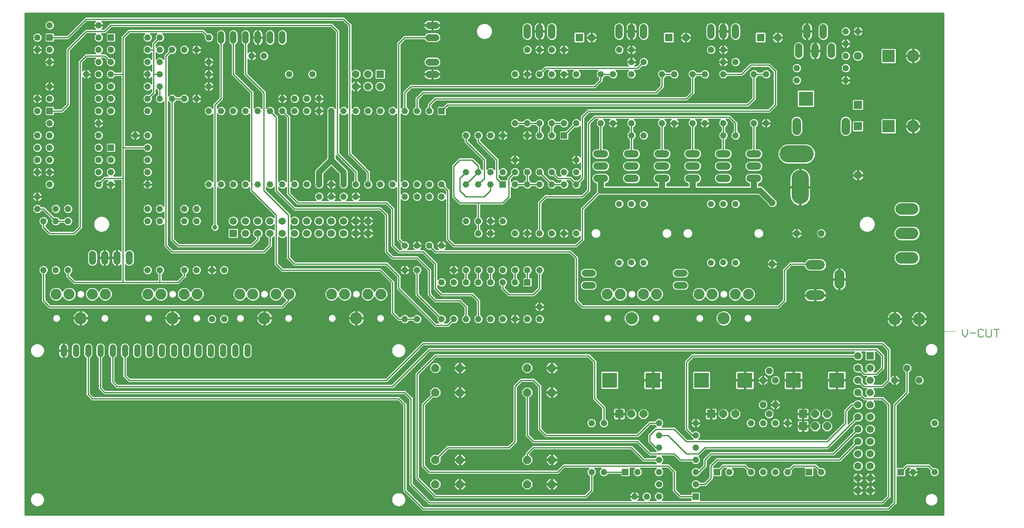
<source format=gtl>
G75*
%MOIN*%
%OFA0B0*%
%FSLAX24Y24*%
%IPPOS*%
%LPD*%
%AMOC8*
5,1,8,0,0,1.08239X$1,22.5*
%
%ADD10C,0.0000*%
%ADD11C,0.0060*%
%ADD12C,0.0520*%
%ADD13R,0.1000X0.1000*%
%ADD14C,0.1000*%
%ADD15C,0.0660*%
%ADD16R,0.0660X0.0660*%
%ADD17R,0.0520X0.0520*%
%ADD18C,0.1400*%
%ADD19C,0.0050*%
%ADD20C,0.0787*%
%ADD21C,0.0600*%
%ADD22OC8,0.0520*%
%ADD23C,0.0515*%
%ADD24C,0.0886*%
%ADD25C,0.0945*%
%ADD26R,0.0650X0.0650*%
%ADD27OC8,0.0650*%
%ADD28R,0.1227X0.1227*%
%ADD29OC8,0.0660*%
%ADD30C,0.0630*%
%ADD31R,0.0630X0.0630*%
%ADD32C,0.0512*%
%ADD33C,0.0560*%
%ADD34C,0.0700*%
%ADD35R,0.0594X0.0594*%
%ADD36C,0.0594*%
%ADD37C,0.0520*%
%ADD38OC8,0.0594*%
%ADD39C,0.0100*%
%ADD40C,0.0475*%
%ADD41C,0.1181*%
%ADD42OC8,0.0531*%
%ADD43C,0.0500*%
%ADD44R,0.1181X0.1181*%
%ADD45C,0.0396*%
D10*
X000500Y000250D02*
X000500Y015250D01*
X076500Y015250D01*
X074008Y013750D02*
X074010Y013794D01*
X074016Y013838D01*
X074026Y013881D01*
X074039Y013923D01*
X074057Y013963D01*
X074078Y014002D01*
X074102Y014039D01*
X074129Y014074D01*
X074160Y014106D01*
X074193Y014135D01*
X074229Y014161D01*
X074267Y014183D01*
X074307Y014202D01*
X074348Y014218D01*
X074391Y014230D01*
X074434Y014238D01*
X074478Y014242D01*
X074522Y014242D01*
X074566Y014238D01*
X074609Y014230D01*
X074652Y014218D01*
X074693Y014202D01*
X074733Y014183D01*
X074771Y014161D01*
X074807Y014135D01*
X074840Y014106D01*
X074871Y014074D01*
X074898Y014039D01*
X074922Y014002D01*
X074943Y013963D01*
X074961Y013923D01*
X074974Y013881D01*
X074984Y013838D01*
X074990Y013794D01*
X074992Y013750D01*
X074990Y013706D01*
X074984Y013662D01*
X074974Y013619D01*
X074961Y013577D01*
X074943Y013537D01*
X074922Y013498D01*
X074898Y013461D01*
X074871Y013426D01*
X074840Y013394D01*
X074807Y013365D01*
X074771Y013339D01*
X074733Y013317D01*
X074693Y013298D01*
X074652Y013282D01*
X074609Y013270D01*
X074566Y013262D01*
X074522Y013258D01*
X074478Y013258D01*
X074434Y013262D01*
X074391Y013270D01*
X074348Y013282D01*
X074307Y013298D01*
X074267Y013317D01*
X074229Y013339D01*
X074193Y013365D01*
X074160Y013394D01*
X074129Y013426D01*
X074102Y013461D01*
X074078Y013498D01*
X074057Y013537D01*
X074039Y013577D01*
X074026Y013619D01*
X074016Y013662D01*
X074010Y013706D01*
X074008Y013750D01*
X059213Y016313D02*
X059215Y016347D01*
X059221Y016381D01*
X059231Y016414D01*
X059244Y016445D01*
X059262Y016475D01*
X059282Y016503D01*
X059306Y016528D01*
X059332Y016550D01*
X059360Y016568D01*
X059391Y016584D01*
X059423Y016596D01*
X059457Y016604D01*
X059491Y016608D01*
X059525Y016608D01*
X059559Y016604D01*
X059593Y016596D01*
X059625Y016584D01*
X059655Y016568D01*
X059684Y016550D01*
X059710Y016528D01*
X059734Y016503D01*
X059754Y016475D01*
X059772Y016445D01*
X059785Y016414D01*
X059795Y016381D01*
X059801Y016347D01*
X059803Y016313D01*
X059801Y016279D01*
X059795Y016245D01*
X059785Y016212D01*
X059772Y016181D01*
X059754Y016151D01*
X059734Y016123D01*
X059710Y016098D01*
X059684Y016076D01*
X059656Y016058D01*
X059625Y016042D01*
X059593Y016030D01*
X059559Y016022D01*
X059525Y016018D01*
X059491Y016018D01*
X059457Y016022D01*
X059423Y016030D01*
X059391Y016042D01*
X059360Y016058D01*
X059332Y016076D01*
X059306Y016098D01*
X059282Y016123D01*
X059262Y016151D01*
X059244Y016181D01*
X059231Y016212D01*
X059221Y016245D01*
X059215Y016279D01*
X059213Y016313D01*
X055276Y016313D02*
X055278Y016347D01*
X055284Y016381D01*
X055294Y016414D01*
X055307Y016445D01*
X055325Y016475D01*
X055345Y016503D01*
X055369Y016528D01*
X055395Y016550D01*
X055423Y016568D01*
X055454Y016584D01*
X055486Y016596D01*
X055520Y016604D01*
X055554Y016608D01*
X055588Y016608D01*
X055622Y016604D01*
X055656Y016596D01*
X055688Y016584D01*
X055718Y016568D01*
X055747Y016550D01*
X055773Y016528D01*
X055797Y016503D01*
X055817Y016475D01*
X055835Y016445D01*
X055848Y016414D01*
X055858Y016381D01*
X055864Y016347D01*
X055866Y016313D01*
X055864Y016279D01*
X055858Y016245D01*
X055848Y016212D01*
X055835Y016181D01*
X055817Y016151D01*
X055797Y016123D01*
X055773Y016098D01*
X055747Y016076D01*
X055719Y016058D01*
X055688Y016042D01*
X055656Y016030D01*
X055622Y016022D01*
X055588Y016018D01*
X055554Y016018D01*
X055520Y016022D01*
X055486Y016030D01*
X055454Y016042D01*
X055423Y016058D01*
X055395Y016076D01*
X055369Y016098D01*
X055345Y016123D01*
X055325Y016151D01*
X055307Y016181D01*
X055294Y016212D01*
X055284Y016245D01*
X055278Y016279D01*
X055276Y016313D01*
X051713Y016313D02*
X051715Y016347D01*
X051721Y016381D01*
X051731Y016414D01*
X051744Y016445D01*
X051762Y016475D01*
X051782Y016503D01*
X051806Y016528D01*
X051832Y016550D01*
X051860Y016568D01*
X051891Y016584D01*
X051923Y016596D01*
X051957Y016604D01*
X051991Y016608D01*
X052025Y016608D01*
X052059Y016604D01*
X052093Y016596D01*
X052125Y016584D01*
X052155Y016568D01*
X052184Y016550D01*
X052210Y016528D01*
X052234Y016503D01*
X052254Y016475D01*
X052272Y016445D01*
X052285Y016414D01*
X052295Y016381D01*
X052301Y016347D01*
X052303Y016313D01*
X052301Y016279D01*
X052295Y016245D01*
X052285Y016212D01*
X052272Y016181D01*
X052254Y016151D01*
X052234Y016123D01*
X052210Y016098D01*
X052184Y016076D01*
X052156Y016058D01*
X052125Y016042D01*
X052093Y016030D01*
X052059Y016022D01*
X052025Y016018D01*
X051991Y016018D01*
X051957Y016022D01*
X051923Y016030D01*
X051891Y016042D01*
X051860Y016058D01*
X051832Y016076D01*
X051806Y016098D01*
X051782Y016123D01*
X051762Y016151D01*
X051744Y016181D01*
X051731Y016212D01*
X051721Y016245D01*
X051715Y016279D01*
X051713Y016313D01*
X049744Y018281D02*
X049746Y018315D01*
X049752Y018349D01*
X049762Y018382D01*
X049775Y018413D01*
X049793Y018443D01*
X049813Y018471D01*
X049837Y018496D01*
X049863Y018518D01*
X049891Y018536D01*
X049922Y018552D01*
X049954Y018564D01*
X049988Y018572D01*
X050022Y018576D01*
X050056Y018576D01*
X050090Y018572D01*
X050124Y018564D01*
X050156Y018552D01*
X050186Y018536D01*
X050215Y018518D01*
X050241Y018496D01*
X050265Y018471D01*
X050285Y018443D01*
X050303Y018413D01*
X050316Y018382D01*
X050326Y018349D01*
X050332Y018315D01*
X050334Y018281D01*
X050332Y018247D01*
X050326Y018213D01*
X050316Y018180D01*
X050303Y018149D01*
X050285Y018119D01*
X050265Y018091D01*
X050241Y018066D01*
X050215Y018044D01*
X050187Y018026D01*
X050156Y018010D01*
X050124Y017998D01*
X050090Y017990D01*
X050056Y017986D01*
X050022Y017986D01*
X049988Y017990D01*
X049954Y017998D01*
X049922Y018010D01*
X049891Y018026D01*
X049863Y018044D01*
X049837Y018066D01*
X049813Y018091D01*
X049793Y018119D01*
X049775Y018149D01*
X049762Y018180D01*
X049752Y018213D01*
X049746Y018247D01*
X049744Y018281D01*
X047776Y016313D02*
X047778Y016347D01*
X047784Y016381D01*
X047794Y016414D01*
X047807Y016445D01*
X047825Y016475D01*
X047845Y016503D01*
X047869Y016528D01*
X047895Y016550D01*
X047923Y016568D01*
X047954Y016584D01*
X047986Y016596D01*
X048020Y016604D01*
X048054Y016608D01*
X048088Y016608D01*
X048122Y016604D01*
X048156Y016596D01*
X048188Y016584D01*
X048218Y016568D01*
X048247Y016550D01*
X048273Y016528D01*
X048297Y016503D01*
X048317Y016475D01*
X048335Y016445D01*
X048348Y016414D01*
X048358Y016381D01*
X048364Y016347D01*
X048366Y016313D01*
X048364Y016279D01*
X048358Y016245D01*
X048348Y016212D01*
X048335Y016181D01*
X048317Y016151D01*
X048297Y016123D01*
X048273Y016098D01*
X048247Y016076D01*
X048219Y016058D01*
X048188Y016042D01*
X048156Y016030D01*
X048122Y016022D01*
X048088Y016018D01*
X048054Y016018D01*
X048020Y016022D01*
X047986Y016030D01*
X047954Y016042D01*
X047923Y016058D01*
X047895Y016076D01*
X047869Y016098D01*
X047845Y016123D01*
X047825Y016151D01*
X047807Y016181D01*
X047794Y016212D01*
X047784Y016245D01*
X047778Y016279D01*
X047776Y016313D01*
X057244Y018281D02*
X057246Y018315D01*
X057252Y018349D01*
X057262Y018382D01*
X057275Y018413D01*
X057293Y018443D01*
X057313Y018471D01*
X057337Y018496D01*
X057363Y018518D01*
X057391Y018536D01*
X057422Y018552D01*
X057454Y018564D01*
X057488Y018572D01*
X057522Y018576D01*
X057556Y018576D01*
X057590Y018572D01*
X057624Y018564D01*
X057656Y018552D01*
X057686Y018536D01*
X057715Y018518D01*
X057741Y018496D01*
X057765Y018471D01*
X057785Y018443D01*
X057803Y018413D01*
X057816Y018382D01*
X057826Y018349D01*
X057832Y018315D01*
X057834Y018281D01*
X057832Y018247D01*
X057826Y018213D01*
X057816Y018180D01*
X057803Y018149D01*
X057785Y018119D01*
X057765Y018091D01*
X057741Y018066D01*
X057715Y018044D01*
X057687Y018026D01*
X057656Y018010D01*
X057624Y017998D01*
X057590Y017990D01*
X057556Y017986D01*
X057522Y017986D01*
X057488Y017990D01*
X057454Y017998D01*
X057422Y018010D01*
X057391Y018026D01*
X057363Y018044D01*
X057337Y018066D01*
X057313Y018091D01*
X057293Y018119D01*
X057275Y018149D01*
X057262Y018180D01*
X057252Y018213D01*
X057246Y018247D01*
X057244Y018281D01*
X054231Y023250D02*
X054233Y023288D01*
X054239Y023327D01*
X054249Y023364D01*
X054262Y023400D01*
X054280Y023434D01*
X054300Y023467D01*
X054324Y023497D01*
X054351Y023524D01*
X054381Y023549D01*
X054412Y023571D01*
X054446Y023589D01*
X054482Y023603D01*
X054519Y023614D01*
X054557Y023621D01*
X054595Y023624D01*
X054634Y023623D01*
X054672Y023618D01*
X054710Y023609D01*
X054746Y023596D01*
X054781Y023580D01*
X054814Y023560D01*
X054845Y023537D01*
X054873Y023511D01*
X054898Y023482D01*
X054921Y023451D01*
X054940Y023417D01*
X054955Y023382D01*
X054967Y023345D01*
X054975Y023308D01*
X054979Y023269D01*
X054979Y023231D01*
X054975Y023192D01*
X054967Y023155D01*
X054955Y023118D01*
X054940Y023083D01*
X054921Y023049D01*
X054898Y023018D01*
X054873Y022989D01*
X054845Y022963D01*
X054814Y022940D01*
X054781Y022920D01*
X054746Y022904D01*
X054710Y022891D01*
X054672Y022882D01*
X054634Y022877D01*
X054595Y022876D01*
X054557Y022879D01*
X054519Y022886D01*
X054482Y022897D01*
X054446Y022911D01*
X054412Y022929D01*
X054381Y022951D01*
X054351Y022976D01*
X054324Y023003D01*
X054300Y023033D01*
X054280Y023066D01*
X054262Y023100D01*
X054249Y023136D01*
X054239Y023173D01*
X054233Y023212D01*
X054231Y023250D01*
X052521Y023250D02*
X052523Y023288D01*
X052529Y023327D01*
X052539Y023364D01*
X052552Y023400D01*
X052570Y023434D01*
X052590Y023467D01*
X052614Y023497D01*
X052641Y023524D01*
X052671Y023549D01*
X052702Y023571D01*
X052736Y023589D01*
X052772Y023603D01*
X052809Y023614D01*
X052847Y023621D01*
X052885Y023624D01*
X052924Y023623D01*
X052962Y023618D01*
X053000Y023609D01*
X053036Y023596D01*
X053071Y023580D01*
X053104Y023560D01*
X053135Y023537D01*
X053163Y023511D01*
X053188Y023482D01*
X053211Y023451D01*
X053230Y023417D01*
X053245Y023382D01*
X053257Y023345D01*
X053265Y023308D01*
X053269Y023269D01*
X053269Y023231D01*
X053265Y023192D01*
X053257Y023155D01*
X053245Y023118D01*
X053230Y023083D01*
X053211Y023049D01*
X053188Y023018D01*
X053163Y022989D01*
X053135Y022963D01*
X053104Y022940D01*
X053071Y022920D01*
X053036Y022904D01*
X053000Y022891D01*
X052962Y022882D01*
X052924Y022877D01*
X052885Y022876D01*
X052847Y022879D01*
X052809Y022886D01*
X052772Y022897D01*
X052736Y022911D01*
X052702Y022929D01*
X052671Y022951D01*
X052641Y022976D01*
X052614Y023003D01*
X052590Y023033D01*
X052570Y023066D01*
X052552Y023100D01*
X052539Y023136D01*
X052529Y023173D01*
X052523Y023212D01*
X052521Y023250D01*
X046731Y023250D02*
X046733Y023288D01*
X046739Y023327D01*
X046749Y023364D01*
X046762Y023400D01*
X046780Y023434D01*
X046800Y023467D01*
X046824Y023497D01*
X046851Y023524D01*
X046881Y023549D01*
X046912Y023571D01*
X046946Y023589D01*
X046982Y023603D01*
X047019Y023614D01*
X047057Y023621D01*
X047095Y023624D01*
X047134Y023623D01*
X047172Y023618D01*
X047210Y023609D01*
X047246Y023596D01*
X047281Y023580D01*
X047314Y023560D01*
X047345Y023537D01*
X047373Y023511D01*
X047398Y023482D01*
X047421Y023451D01*
X047440Y023417D01*
X047455Y023382D01*
X047467Y023345D01*
X047475Y023308D01*
X047479Y023269D01*
X047479Y023231D01*
X047475Y023192D01*
X047467Y023155D01*
X047455Y023118D01*
X047440Y023083D01*
X047421Y023049D01*
X047398Y023018D01*
X047373Y022989D01*
X047345Y022963D01*
X047314Y022940D01*
X047281Y022920D01*
X047246Y022904D01*
X047210Y022891D01*
X047172Y022882D01*
X047134Y022877D01*
X047095Y022876D01*
X047057Y022879D01*
X047019Y022886D01*
X046982Y022897D01*
X046946Y022911D01*
X046912Y022929D01*
X046881Y022951D01*
X046851Y022976D01*
X046824Y023003D01*
X046800Y023033D01*
X046780Y023066D01*
X046762Y023100D01*
X046749Y023136D01*
X046739Y023173D01*
X046733Y023212D01*
X046731Y023250D01*
X060021Y023250D02*
X060023Y023288D01*
X060029Y023327D01*
X060039Y023364D01*
X060052Y023400D01*
X060070Y023434D01*
X060090Y023467D01*
X060114Y023497D01*
X060141Y023524D01*
X060171Y023549D01*
X060202Y023571D01*
X060236Y023589D01*
X060272Y023603D01*
X060309Y023614D01*
X060347Y023621D01*
X060385Y023624D01*
X060424Y023623D01*
X060462Y023618D01*
X060500Y023609D01*
X060536Y023596D01*
X060571Y023580D01*
X060604Y023560D01*
X060635Y023537D01*
X060663Y023511D01*
X060688Y023482D01*
X060711Y023451D01*
X060730Y023417D01*
X060745Y023382D01*
X060757Y023345D01*
X060765Y023308D01*
X060769Y023269D01*
X060769Y023231D01*
X060765Y023192D01*
X060757Y023155D01*
X060745Y023118D01*
X060730Y023083D01*
X060711Y023049D01*
X060688Y023018D01*
X060663Y022989D01*
X060635Y022963D01*
X060604Y022940D01*
X060571Y022920D01*
X060536Y022904D01*
X060500Y022891D01*
X060462Y022882D01*
X060424Y022877D01*
X060385Y022876D01*
X060347Y022879D01*
X060309Y022886D01*
X060272Y022897D01*
X060236Y022911D01*
X060202Y022929D01*
X060171Y022951D01*
X060141Y022976D01*
X060114Y023003D01*
X060090Y023033D01*
X060070Y023066D01*
X060052Y023100D01*
X060039Y023136D01*
X060029Y023173D01*
X060023Y023212D01*
X060021Y023250D01*
X068620Y024000D02*
X068622Y024050D01*
X068628Y024100D01*
X068638Y024149D01*
X068652Y024197D01*
X068669Y024244D01*
X068690Y024289D01*
X068715Y024333D01*
X068743Y024374D01*
X068775Y024413D01*
X068809Y024450D01*
X068846Y024484D01*
X068886Y024514D01*
X068928Y024541D01*
X068972Y024565D01*
X069018Y024586D01*
X069065Y024602D01*
X069113Y024615D01*
X069163Y024624D01*
X069212Y024629D01*
X069263Y024630D01*
X069313Y024627D01*
X069362Y024620D01*
X069411Y024609D01*
X069459Y024594D01*
X069505Y024576D01*
X069550Y024554D01*
X069593Y024528D01*
X069634Y024499D01*
X069673Y024467D01*
X069709Y024432D01*
X069741Y024394D01*
X069771Y024354D01*
X069798Y024311D01*
X069821Y024267D01*
X069840Y024221D01*
X069856Y024173D01*
X069868Y024124D01*
X069876Y024075D01*
X069880Y024025D01*
X069880Y023975D01*
X069876Y023925D01*
X069868Y023876D01*
X069856Y023827D01*
X069840Y023779D01*
X069821Y023733D01*
X069798Y023689D01*
X069771Y023646D01*
X069741Y023606D01*
X069709Y023568D01*
X069673Y023533D01*
X069634Y023501D01*
X069593Y023472D01*
X069550Y023446D01*
X069505Y023424D01*
X069459Y023406D01*
X069411Y023391D01*
X069362Y023380D01*
X069313Y023373D01*
X069263Y023370D01*
X069212Y023371D01*
X069163Y023376D01*
X069113Y023385D01*
X069065Y023398D01*
X069018Y023414D01*
X068972Y023435D01*
X068928Y023459D01*
X068886Y023486D01*
X068846Y023516D01*
X068809Y023550D01*
X068775Y023587D01*
X068743Y023626D01*
X068715Y023667D01*
X068690Y023711D01*
X068669Y023756D01*
X068652Y023803D01*
X068638Y023851D01*
X068628Y023900D01*
X068622Y023950D01*
X068620Y024000D01*
X037370Y039750D02*
X037372Y039800D01*
X037378Y039850D01*
X037388Y039899D01*
X037402Y039947D01*
X037419Y039994D01*
X037440Y040039D01*
X037465Y040083D01*
X037493Y040124D01*
X037525Y040163D01*
X037559Y040200D01*
X037596Y040234D01*
X037636Y040264D01*
X037678Y040291D01*
X037722Y040315D01*
X037768Y040336D01*
X037815Y040352D01*
X037863Y040365D01*
X037913Y040374D01*
X037962Y040379D01*
X038013Y040380D01*
X038063Y040377D01*
X038112Y040370D01*
X038161Y040359D01*
X038209Y040344D01*
X038255Y040326D01*
X038300Y040304D01*
X038343Y040278D01*
X038384Y040249D01*
X038423Y040217D01*
X038459Y040182D01*
X038491Y040144D01*
X038521Y040104D01*
X038548Y040061D01*
X038571Y040017D01*
X038590Y039971D01*
X038606Y039923D01*
X038618Y039874D01*
X038626Y039825D01*
X038630Y039775D01*
X038630Y039725D01*
X038626Y039675D01*
X038618Y039626D01*
X038606Y039577D01*
X038590Y039529D01*
X038571Y039483D01*
X038548Y039439D01*
X038521Y039396D01*
X038491Y039356D01*
X038459Y039318D01*
X038423Y039283D01*
X038384Y039251D01*
X038343Y039222D01*
X038300Y039196D01*
X038255Y039174D01*
X038209Y039156D01*
X038161Y039141D01*
X038112Y039130D01*
X038063Y039123D01*
X038013Y039120D01*
X037962Y039121D01*
X037913Y039126D01*
X037863Y039135D01*
X037815Y039148D01*
X037768Y039164D01*
X037722Y039185D01*
X037678Y039209D01*
X037636Y039236D01*
X037596Y039266D01*
X037559Y039300D01*
X037525Y039337D01*
X037493Y039376D01*
X037465Y039417D01*
X037440Y039461D01*
X037419Y039506D01*
X037402Y039553D01*
X037388Y039601D01*
X037378Y039650D01*
X037372Y039700D01*
X037370Y039750D01*
X006120Y024000D02*
X006122Y024050D01*
X006128Y024100D01*
X006138Y024149D01*
X006152Y024197D01*
X006169Y024244D01*
X006190Y024289D01*
X006215Y024333D01*
X006243Y024374D01*
X006275Y024413D01*
X006309Y024450D01*
X006346Y024484D01*
X006386Y024514D01*
X006428Y024541D01*
X006472Y024565D01*
X006518Y024586D01*
X006565Y024602D01*
X006613Y024615D01*
X006663Y024624D01*
X006712Y024629D01*
X006763Y024630D01*
X006813Y024627D01*
X006862Y024620D01*
X006911Y024609D01*
X006959Y024594D01*
X007005Y024576D01*
X007050Y024554D01*
X007093Y024528D01*
X007134Y024499D01*
X007173Y024467D01*
X007209Y024432D01*
X007241Y024394D01*
X007271Y024354D01*
X007298Y024311D01*
X007321Y024267D01*
X007340Y024221D01*
X007356Y024173D01*
X007368Y024124D01*
X007376Y024075D01*
X007380Y024025D01*
X007380Y023975D01*
X007376Y023925D01*
X007368Y023876D01*
X007356Y023827D01*
X007340Y023779D01*
X007321Y023733D01*
X007298Y023689D01*
X007271Y023646D01*
X007241Y023606D01*
X007209Y023568D01*
X007173Y023533D01*
X007134Y023501D01*
X007093Y023472D01*
X007050Y023446D01*
X007005Y023424D01*
X006959Y023406D01*
X006911Y023391D01*
X006862Y023380D01*
X006813Y023373D01*
X006763Y023370D01*
X006712Y023371D01*
X006663Y023376D01*
X006613Y023385D01*
X006565Y023398D01*
X006518Y023414D01*
X006472Y023435D01*
X006428Y023459D01*
X006386Y023486D01*
X006346Y023516D01*
X006309Y023550D01*
X006275Y023587D01*
X006243Y023626D01*
X006215Y023667D01*
X006190Y023711D01*
X006169Y023756D01*
X006152Y023803D01*
X006138Y023851D01*
X006128Y023900D01*
X006122Y023950D01*
X006120Y024000D01*
X004744Y018281D02*
X004746Y018315D01*
X004752Y018349D01*
X004762Y018382D01*
X004775Y018413D01*
X004793Y018443D01*
X004813Y018471D01*
X004837Y018496D01*
X004863Y018518D01*
X004891Y018536D01*
X004922Y018552D01*
X004954Y018564D01*
X004988Y018572D01*
X005022Y018576D01*
X005056Y018576D01*
X005090Y018572D01*
X005124Y018564D01*
X005156Y018552D01*
X005186Y018536D01*
X005215Y018518D01*
X005241Y018496D01*
X005265Y018471D01*
X005285Y018443D01*
X005303Y018413D01*
X005316Y018382D01*
X005326Y018349D01*
X005332Y018315D01*
X005334Y018281D01*
X005332Y018247D01*
X005326Y018213D01*
X005316Y018180D01*
X005303Y018149D01*
X005285Y018119D01*
X005265Y018091D01*
X005241Y018066D01*
X005215Y018044D01*
X005187Y018026D01*
X005156Y018010D01*
X005124Y017998D01*
X005090Y017990D01*
X005056Y017986D01*
X005022Y017986D01*
X004988Y017990D01*
X004954Y017998D01*
X004922Y018010D01*
X004891Y018026D01*
X004863Y018044D01*
X004837Y018066D01*
X004813Y018091D01*
X004793Y018119D01*
X004775Y018149D01*
X004762Y018180D01*
X004752Y018213D01*
X004746Y018247D01*
X004744Y018281D01*
X002776Y016313D02*
X002778Y016347D01*
X002784Y016381D01*
X002794Y016414D01*
X002807Y016445D01*
X002825Y016475D01*
X002845Y016503D01*
X002869Y016528D01*
X002895Y016550D01*
X002923Y016568D01*
X002954Y016584D01*
X002986Y016596D01*
X003020Y016604D01*
X003054Y016608D01*
X003088Y016608D01*
X003122Y016604D01*
X003156Y016596D01*
X003188Y016584D01*
X003218Y016568D01*
X003247Y016550D01*
X003273Y016528D01*
X003297Y016503D01*
X003317Y016475D01*
X003335Y016445D01*
X003348Y016414D01*
X003358Y016381D01*
X003364Y016347D01*
X003366Y016313D01*
X003364Y016279D01*
X003358Y016245D01*
X003348Y016212D01*
X003335Y016181D01*
X003317Y016151D01*
X003297Y016123D01*
X003273Y016098D01*
X003247Y016076D01*
X003219Y016058D01*
X003188Y016042D01*
X003156Y016030D01*
X003122Y016022D01*
X003088Y016018D01*
X003054Y016018D01*
X003020Y016022D01*
X002986Y016030D01*
X002954Y016042D01*
X002923Y016058D01*
X002895Y016076D01*
X002869Y016098D01*
X002845Y016123D01*
X002825Y016151D01*
X002807Y016181D01*
X002794Y016212D01*
X002784Y016245D01*
X002778Y016279D01*
X002776Y016313D01*
X000500Y015250D02*
X000500Y041250D01*
X075500Y041250D01*
X075492Y000250D01*
X000500Y000250D01*
X000949Y001500D02*
X000951Y001547D01*
X000957Y001593D01*
X000967Y001639D01*
X000980Y001684D01*
X000998Y001727D01*
X001019Y001769D01*
X001043Y001809D01*
X001071Y001846D01*
X001102Y001881D01*
X001136Y001914D01*
X001172Y001943D01*
X001211Y001969D01*
X001252Y001992D01*
X001295Y002011D01*
X001339Y002027D01*
X001384Y002039D01*
X001430Y002047D01*
X001477Y002051D01*
X001523Y002051D01*
X001570Y002047D01*
X001616Y002039D01*
X001661Y002027D01*
X001705Y002011D01*
X001748Y001992D01*
X001789Y001969D01*
X001828Y001943D01*
X001864Y001914D01*
X001898Y001881D01*
X001929Y001846D01*
X001957Y001809D01*
X001981Y001769D01*
X002002Y001727D01*
X002020Y001684D01*
X002033Y001639D01*
X002043Y001593D01*
X002049Y001547D01*
X002051Y001500D01*
X002049Y001453D01*
X002043Y001407D01*
X002033Y001361D01*
X002020Y001316D01*
X002002Y001273D01*
X001981Y001231D01*
X001957Y001191D01*
X001929Y001154D01*
X001898Y001119D01*
X001864Y001086D01*
X001828Y001057D01*
X001789Y001031D01*
X001748Y001008D01*
X001705Y000989D01*
X001661Y000973D01*
X001616Y000961D01*
X001570Y000953D01*
X001523Y000949D01*
X001477Y000949D01*
X001430Y000953D01*
X001384Y000961D01*
X001339Y000973D01*
X001295Y000989D01*
X001252Y001008D01*
X001211Y001031D01*
X001172Y001057D01*
X001136Y001086D01*
X001102Y001119D01*
X001071Y001154D01*
X001043Y001191D01*
X001019Y001231D01*
X000998Y001273D01*
X000980Y001316D01*
X000967Y001361D01*
X000957Y001407D01*
X000951Y001453D01*
X000949Y001500D01*
X000949Y013673D02*
X000951Y013720D01*
X000957Y013766D01*
X000967Y013812D01*
X000980Y013857D01*
X000998Y013900D01*
X001019Y013942D01*
X001043Y013982D01*
X001071Y014019D01*
X001102Y014054D01*
X001136Y014087D01*
X001172Y014116D01*
X001211Y014142D01*
X001252Y014165D01*
X001295Y014184D01*
X001339Y014200D01*
X001384Y014212D01*
X001430Y014220D01*
X001477Y014224D01*
X001523Y014224D01*
X001570Y014220D01*
X001616Y014212D01*
X001661Y014200D01*
X001705Y014184D01*
X001748Y014165D01*
X001789Y014142D01*
X001828Y014116D01*
X001864Y014087D01*
X001898Y014054D01*
X001929Y014019D01*
X001957Y013982D01*
X001981Y013942D01*
X002002Y013900D01*
X002020Y013857D01*
X002033Y013812D01*
X002043Y013766D01*
X002049Y013720D01*
X002051Y013673D01*
X002049Y013626D01*
X002043Y013580D01*
X002033Y013534D01*
X002020Y013489D01*
X002002Y013446D01*
X001981Y013404D01*
X001957Y013364D01*
X001929Y013327D01*
X001898Y013292D01*
X001864Y013259D01*
X001828Y013230D01*
X001789Y013204D01*
X001748Y013181D01*
X001705Y013162D01*
X001661Y013146D01*
X001616Y013134D01*
X001570Y013126D01*
X001523Y013122D01*
X001477Y013122D01*
X001430Y013126D01*
X001384Y013134D01*
X001339Y013146D01*
X001295Y013162D01*
X001252Y013181D01*
X001211Y013204D01*
X001172Y013230D01*
X001136Y013259D01*
X001102Y013292D01*
X001071Y013327D01*
X001043Y013364D01*
X001019Y013404D01*
X000998Y013446D01*
X000980Y013489D01*
X000967Y013534D01*
X000957Y013580D01*
X000951Y013626D01*
X000949Y013673D01*
X006713Y016313D02*
X006715Y016347D01*
X006721Y016381D01*
X006731Y016414D01*
X006744Y016445D01*
X006762Y016475D01*
X006782Y016503D01*
X006806Y016528D01*
X006832Y016550D01*
X006860Y016568D01*
X006891Y016584D01*
X006923Y016596D01*
X006957Y016604D01*
X006991Y016608D01*
X007025Y016608D01*
X007059Y016604D01*
X007093Y016596D01*
X007125Y016584D01*
X007155Y016568D01*
X007184Y016550D01*
X007210Y016528D01*
X007234Y016503D01*
X007254Y016475D01*
X007272Y016445D01*
X007285Y016414D01*
X007295Y016381D01*
X007301Y016347D01*
X007303Y016313D01*
X007301Y016279D01*
X007295Y016245D01*
X007285Y016212D01*
X007272Y016181D01*
X007254Y016151D01*
X007234Y016123D01*
X007210Y016098D01*
X007184Y016076D01*
X007156Y016058D01*
X007125Y016042D01*
X007093Y016030D01*
X007059Y016022D01*
X007025Y016018D01*
X006991Y016018D01*
X006957Y016022D01*
X006923Y016030D01*
X006891Y016042D01*
X006860Y016058D01*
X006832Y016076D01*
X006806Y016098D01*
X006782Y016123D01*
X006762Y016151D01*
X006744Y016181D01*
X006731Y016212D01*
X006721Y016245D01*
X006715Y016279D01*
X006713Y016313D01*
X010276Y016313D02*
X010278Y016347D01*
X010284Y016381D01*
X010294Y016414D01*
X010307Y016445D01*
X010325Y016475D01*
X010345Y016503D01*
X010369Y016528D01*
X010395Y016550D01*
X010423Y016568D01*
X010454Y016584D01*
X010486Y016596D01*
X010520Y016604D01*
X010554Y016608D01*
X010588Y016608D01*
X010622Y016604D01*
X010656Y016596D01*
X010688Y016584D01*
X010718Y016568D01*
X010747Y016550D01*
X010773Y016528D01*
X010797Y016503D01*
X010817Y016475D01*
X010835Y016445D01*
X010848Y016414D01*
X010858Y016381D01*
X010864Y016347D01*
X010866Y016313D01*
X010864Y016279D01*
X010858Y016245D01*
X010848Y016212D01*
X010835Y016181D01*
X010817Y016151D01*
X010797Y016123D01*
X010773Y016098D01*
X010747Y016076D01*
X010719Y016058D01*
X010688Y016042D01*
X010656Y016030D01*
X010622Y016022D01*
X010588Y016018D01*
X010554Y016018D01*
X010520Y016022D01*
X010486Y016030D01*
X010454Y016042D01*
X010423Y016058D01*
X010395Y016076D01*
X010369Y016098D01*
X010345Y016123D01*
X010325Y016151D01*
X010307Y016181D01*
X010294Y016212D01*
X010284Y016245D01*
X010278Y016279D01*
X010276Y016313D01*
X012244Y018281D02*
X012246Y018315D01*
X012252Y018349D01*
X012262Y018382D01*
X012275Y018413D01*
X012293Y018443D01*
X012313Y018471D01*
X012337Y018496D01*
X012363Y018518D01*
X012391Y018536D01*
X012422Y018552D01*
X012454Y018564D01*
X012488Y018572D01*
X012522Y018576D01*
X012556Y018576D01*
X012590Y018572D01*
X012624Y018564D01*
X012656Y018552D01*
X012686Y018536D01*
X012715Y018518D01*
X012741Y018496D01*
X012765Y018471D01*
X012785Y018443D01*
X012803Y018413D01*
X012816Y018382D01*
X012826Y018349D01*
X012832Y018315D01*
X012834Y018281D01*
X012832Y018247D01*
X012826Y018213D01*
X012816Y018180D01*
X012803Y018149D01*
X012785Y018119D01*
X012765Y018091D01*
X012741Y018066D01*
X012715Y018044D01*
X012687Y018026D01*
X012656Y018010D01*
X012624Y017998D01*
X012590Y017990D01*
X012556Y017986D01*
X012522Y017986D01*
X012488Y017990D01*
X012454Y017998D01*
X012422Y018010D01*
X012391Y018026D01*
X012363Y018044D01*
X012337Y018066D01*
X012313Y018091D01*
X012293Y018119D01*
X012275Y018149D01*
X012262Y018180D01*
X012252Y018213D01*
X012246Y018247D01*
X012244Y018281D01*
X014213Y016313D02*
X014215Y016347D01*
X014221Y016381D01*
X014231Y016414D01*
X014244Y016445D01*
X014262Y016475D01*
X014282Y016503D01*
X014306Y016528D01*
X014332Y016550D01*
X014360Y016568D01*
X014391Y016584D01*
X014423Y016596D01*
X014457Y016604D01*
X014491Y016608D01*
X014525Y016608D01*
X014559Y016604D01*
X014593Y016596D01*
X014625Y016584D01*
X014655Y016568D01*
X014684Y016550D01*
X014710Y016528D01*
X014734Y016503D01*
X014754Y016475D01*
X014772Y016445D01*
X014785Y016414D01*
X014795Y016381D01*
X014801Y016347D01*
X014803Y016313D01*
X014801Y016279D01*
X014795Y016245D01*
X014785Y016212D01*
X014772Y016181D01*
X014754Y016151D01*
X014734Y016123D01*
X014710Y016098D01*
X014684Y016076D01*
X014656Y016058D01*
X014625Y016042D01*
X014593Y016030D01*
X014559Y016022D01*
X014525Y016018D01*
X014491Y016018D01*
X014457Y016022D01*
X014423Y016030D01*
X014391Y016042D01*
X014360Y016058D01*
X014332Y016076D01*
X014306Y016098D01*
X014282Y016123D01*
X014262Y016151D01*
X014244Y016181D01*
X014231Y016212D01*
X014221Y016245D01*
X014215Y016279D01*
X014213Y016313D01*
X017776Y016313D02*
X017778Y016347D01*
X017784Y016381D01*
X017794Y016414D01*
X017807Y016445D01*
X017825Y016475D01*
X017845Y016503D01*
X017869Y016528D01*
X017895Y016550D01*
X017923Y016568D01*
X017954Y016584D01*
X017986Y016596D01*
X018020Y016604D01*
X018054Y016608D01*
X018088Y016608D01*
X018122Y016604D01*
X018156Y016596D01*
X018188Y016584D01*
X018218Y016568D01*
X018247Y016550D01*
X018273Y016528D01*
X018297Y016503D01*
X018317Y016475D01*
X018335Y016445D01*
X018348Y016414D01*
X018358Y016381D01*
X018364Y016347D01*
X018366Y016313D01*
X018364Y016279D01*
X018358Y016245D01*
X018348Y016212D01*
X018335Y016181D01*
X018317Y016151D01*
X018297Y016123D01*
X018273Y016098D01*
X018247Y016076D01*
X018219Y016058D01*
X018188Y016042D01*
X018156Y016030D01*
X018122Y016022D01*
X018088Y016018D01*
X018054Y016018D01*
X018020Y016022D01*
X017986Y016030D01*
X017954Y016042D01*
X017923Y016058D01*
X017895Y016076D01*
X017869Y016098D01*
X017845Y016123D01*
X017825Y016151D01*
X017807Y016181D01*
X017794Y016212D01*
X017784Y016245D01*
X017778Y016279D01*
X017776Y016313D01*
X019744Y018281D02*
X019746Y018315D01*
X019752Y018349D01*
X019762Y018382D01*
X019775Y018413D01*
X019793Y018443D01*
X019813Y018471D01*
X019837Y018496D01*
X019863Y018518D01*
X019891Y018536D01*
X019922Y018552D01*
X019954Y018564D01*
X019988Y018572D01*
X020022Y018576D01*
X020056Y018576D01*
X020090Y018572D01*
X020124Y018564D01*
X020156Y018552D01*
X020186Y018536D01*
X020215Y018518D01*
X020241Y018496D01*
X020265Y018471D01*
X020285Y018443D01*
X020303Y018413D01*
X020316Y018382D01*
X020326Y018349D01*
X020332Y018315D01*
X020334Y018281D01*
X020332Y018247D01*
X020326Y018213D01*
X020316Y018180D01*
X020303Y018149D01*
X020285Y018119D01*
X020265Y018091D01*
X020241Y018066D01*
X020215Y018044D01*
X020187Y018026D01*
X020156Y018010D01*
X020124Y017998D01*
X020090Y017990D01*
X020056Y017986D01*
X020022Y017986D01*
X019988Y017990D01*
X019954Y017998D01*
X019922Y018010D01*
X019891Y018026D01*
X019863Y018044D01*
X019837Y018066D01*
X019813Y018091D01*
X019793Y018119D01*
X019775Y018149D01*
X019762Y018180D01*
X019752Y018213D01*
X019746Y018247D01*
X019744Y018281D01*
X021713Y016313D02*
X021715Y016347D01*
X021721Y016381D01*
X021731Y016414D01*
X021744Y016445D01*
X021762Y016475D01*
X021782Y016503D01*
X021806Y016528D01*
X021832Y016550D01*
X021860Y016568D01*
X021891Y016584D01*
X021923Y016596D01*
X021957Y016604D01*
X021991Y016608D01*
X022025Y016608D01*
X022059Y016604D01*
X022093Y016596D01*
X022125Y016584D01*
X022155Y016568D01*
X022184Y016550D01*
X022210Y016528D01*
X022234Y016503D01*
X022254Y016475D01*
X022272Y016445D01*
X022285Y016414D01*
X022295Y016381D01*
X022301Y016347D01*
X022303Y016313D01*
X022301Y016279D01*
X022295Y016245D01*
X022285Y016212D01*
X022272Y016181D01*
X022254Y016151D01*
X022234Y016123D01*
X022210Y016098D01*
X022184Y016076D01*
X022156Y016058D01*
X022125Y016042D01*
X022093Y016030D01*
X022059Y016022D01*
X022025Y016018D01*
X021991Y016018D01*
X021957Y016022D01*
X021923Y016030D01*
X021891Y016042D01*
X021860Y016058D01*
X021832Y016076D01*
X021806Y016098D01*
X021782Y016123D01*
X021762Y016151D01*
X021744Y016181D01*
X021731Y016212D01*
X021721Y016245D01*
X021715Y016279D01*
X021713Y016313D01*
X025276Y016313D02*
X025278Y016347D01*
X025284Y016381D01*
X025294Y016414D01*
X025307Y016445D01*
X025325Y016475D01*
X025345Y016503D01*
X025369Y016528D01*
X025395Y016550D01*
X025423Y016568D01*
X025454Y016584D01*
X025486Y016596D01*
X025520Y016604D01*
X025554Y016608D01*
X025588Y016608D01*
X025622Y016604D01*
X025656Y016596D01*
X025688Y016584D01*
X025718Y016568D01*
X025747Y016550D01*
X025773Y016528D01*
X025797Y016503D01*
X025817Y016475D01*
X025835Y016445D01*
X025848Y016414D01*
X025858Y016381D01*
X025864Y016347D01*
X025866Y016313D01*
X025864Y016279D01*
X025858Y016245D01*
X025848Y016212D01*
X025835Y016181D01*
X025817Y016151D01*
X025797Y016123D01*
X025773Y016098D01*
X025747Y016076D01*
X025719Y016058D01*
X025688Y016042D01*
X025656Y016030D01*
X025622Y016022D01*
X025588Y016018D01*
X025554Y016018D01*
X025520Y016022D01*
X025486Y016030D01*
X025454Y016042D01*
X025423Y016058D01*
X025395Y016076D01*
X025369Y016098D01*
X025345Y016123D01*
X025325Y016151D01*
X025307Y016181D01*
X025294Y016212D01*
X025284Y016245D01*
X025278Y016279D01*
X025276Y016313D01*
X027244Y018281D02*
X027246Y018315D01*
X027252Y018349D01*
X027262Y018382D01*
X027275Y018413D01*
X027293Y018443D01*
X027313Y018471D01*
X027337Y018496D01*
X027363Y018518D01*
X027391Y018536D01*
X027422Y018552D01*
X027454Y018564D01*
X027488Y018572D01*
X027522Y018576D01*
X027556Y018576D01*
X027590Y018572D01*
X027624Y018564D01*
X027656Y018552D01*
X027686Y018536D01*
X027715Y018518D01*
X027741Y018496D01*
X027765Y018471D01*
X027785Y018443D01*
X027803Y018413D01*
X027816Y018382D01*
X027826Y018349D01*
X027832Y018315D01*
X027834Y018281D01*
X027832Y018247D01*
X027826Y018213D01*
X027816Y018180D01*
X027803Y018149D01*
X027785Y018119D01*
X027765Y018091D01*
X027741Y018066D01*
X027715Y018044D01*
X027687Y018026D01*
X027656Y018010D01*
X027624Y017998D01*
X027590Y017990D01*
X027556Y017986D01*
X027522Y017986D01*
X027488Y017990D01*
X027454Y017998D01*
X027422Y018010D01*
X027391Y018026D01*
X027363Y018044D01*
X027337Y018066D01*
X027313Y018091D01*
X027293Y018119D01*
X027275Y018149D01*
X027262Y018180D01*
X027252Y018213D01*
X027246Y018247D01*
X027244Y018281D01*
X029213Y016313D02*
X029215Y016347D01*
X029221Y016381D01*
X029231Y016414D01*
X029244Y016445D01*
X029262Y016475D01*
X029282Y016503D01*
X029306Y016528D01*
X029332Y016550D01*
X029360Y016568D01*
X029391Y016584D01*
X029423Y016596D01*
X029457Y016604D01*
X029491Y016608D01*
X029525Y016608D01*
X029559Y016604D01*
X029593Y016596D01*
X029625Y016584D01*
X029655Y016568D01*
X029684Y016550D01*
X029710Y016528D01*
X029734Y016503D01*
X029754Y016475D01*
X029772Y016445D01*
X029785Y016414D01*
X029795Y016381D01*
X029801Y016347D01*
X029803Y016313D01*
X029801Y016279D01*
X029795Y016245D01*
X029785Y016212D01*
X029772Y016181D01*
X029754Y016151D01*
X029734Y016123D01*
X029710Y016098D01*
X029684Y016076D01*
X029656Y016058D01*
X029625Y016042D01*
X029593Y016030D01*
X029559Y016022D01*
X029525Y016018D01*
X029491Y016018D01*
X029457Y016022D01*
X029423Y016030D01*
X029391Y016042D01*
X029360Y016058D01*
X029332Y016076D01*
X029306Y016098D01*
X029282Y016123D01*
X029262Y016151D01*
X029244Y016181D01*
X029231Y016212D01*
X029221Y016245D01*
X029215Y016279D01*
X029213Y016313D01*
X030445Y013673D02*
X030447Y013720D01*
X030453Y013766D01*
X030463Y013812D01*
X030476Y013857D01*
X030494Y013900D01*
X030515Y013942D01*
X030539Y013982D01*
X030567Y014019D01*
X030598Y014054D01*
X030632Y014087D01*
X030668Y014116D01*
X030707Y014142D01*
X030748Y014165D01*
X030791Y014184D01*
X030835Y014200D01*
X030880Y014212D01*
X030926Y014220D01*
X030973Y014224D01*
X031019Y014224D01*
X031066Y014220D01*
X031112Y014212D01*
X031157Y014200D01*
X031201Y014184D01*
X031244Y014165D01*
X031285Y014142D01*
X031324Y014116D01*
X031360Y014087D01*
X031394Y014054D01*
X031425Y014019D01*
X031453Y013982D01*
X031477Y013942D01*
X031498Y013900D01*
X031516Y013857D01*
X031529Y013812D01*
X031539Y013766D01*
X031545Y013720D01*
X031547Y013673D01*
X031545Y013626D01*
X031539Y013580D01*
X031529Y013534D01*
X031516Y013489D01*
X031498Y013446D01*
X031477Y013404D01*
X031453Y013364D01*
X031425Y013327D01*
X031394Y013292D01*
X031360Y013259D01*
X031324Y013230D01*
X031285Y013204D01*
X031244Y013181D01*
X031201Y013162D01*
X031157Y013146D01*
X031112Y013134D01*
X031066Y013126D01*
X031019Y013122D01*
X030973Y013122D01*
X030926Y013126D01*
X030880Y013134D01*
X030835Y013146D01*
X030791Y013162D01*
X030748Y013181D01*
X030707Y013204D01*
X030668Y013230D01*
X030632Y013259D01*
X030598Y013292D01*
X030567Y013327D01*
X030539Y013364D01*
X030515Y013404D01*
X030494Y013446D01*
X030476Y013489D01*
X030463Y013534D01*
X030453Y013580D01*
X030447Y013626D01*
X030445Y013673D01*
X030445Y001500D02*
X030447Y001547D01*
X030453Y001593D01*
X030463Y001639D01*
X030476Y001684D01*
X030494Y001727D01*
X030515Y001769D01*
X030539Y001809D01*
X030567Y001846D01*
X030598Y001881D01*
X030632Y001914D01*
X030668Y001943D01*
X030707Y001969D01*
X030748Y001992D01*
X030791Y002011D01*
X030835Y002027D01*
X030880Y002039D01*
X030926Y002047D01*
X030973Y002051D01*
X031019Y002051D01*
X031066Y002047D01*
X031112Y002039D01*
X031157Y002027D01*
X031201Y002011D01*
X031244Y001992D01*
X031285Y001969D01*
X031324Y001943D01*
X031360Y001914D01*
X031394Y001881D01*
X031425Y001846D01*
X031453Y001809D01*
X031477Y001769D01*
X031498Y001727D01*
X031516Y001684D01*
X031529Y001639D01*
X031539Y001593D01*
X031545Y001547D01*
X031547Y001500D01*
X031545Y001453D01*
X031539Y001407D01*
X031529Y001361D01*
X031516Y001316D01*
X031498Y001273D01*
X031477Y001231D01*
X031453Y001191D01*
X031425Y001154D01*
X031394Y001119D01*
X031360Y001086D01*
X031324Y001057D01*
X031285Y001031D01*
X031244Y001008D01*
X031201Y000989D01*
X031157Y000973D01*
X031112Y000961D01*
X031066Y000953D01*
X031019Y000949D01*
X030973Y000949D01*
X030926Y000953D01*
X030880Y000961D01*
X030835Y000973D01*
X030791Y000989D01*
X030748Y001008D01*
X030707Y001031D01*
X030668Y001057D01*
X030632Y001086D01*
X030598Y001119D01*
X030567Y001154D01*
X030539Y001191D01*
X030515Y001231D01*
X030494Y001273D01*
X030476Y001316D01*
X030463Y001361D01*
X030453Y001407D01*
X030447Y001453D01*
X030445Y001500D01*
X074008Y001500D02*
X074010Y001544D01*
X074016Y001588D01*
X074026Y001631D01*
X074039Y001673D01*
X074057Y001713D01*
X074078Y001752D01*
X074102Y001789D01*
X074129Y001824D01*
X074160Y001856D01*
X074193Y001885D01*
X074229Y001911D01*
X074267Y001933D01*
X074307Y001952D01*
X074348Y001968D01*
X074391Y001980D01*
X074434Y001988D01*
X074478Y001992D01*
X074522Y001992D01*
X074566Y001988D01*
X074609Y001980D01*
X074652Y001968D01*
X074693Y001952D01*
X074733Y001933D01*
X074771Y001911D01*
X074807Y001885D01*
X074840Y001856D01*
X074871Y001824D01*
X074898Y001789D01*
X074922Y001752D01*
X074943Y001713D01*
X074961Y001673D01*
X074974Y001631D01*
X074984Y001588D01*
X074990Y001544D01*
X074992Y001500D01*
X074990Y001456D01*
X074984Y001412D01*
X074974Y001369D01*
X074961Y001327D01*
X074943Y001287D01*
X074922Y001248D01*
X074898Y001211D01*
X074871Y001176D01*
X074840Y001144D01*
X074807Y001115D01*
X074771Y001089D01*
X074733Y001067D01*
X074693Y001048D01*
X074652Y001032D01*
X074609Y001020D01*
X074566Y001012D01*
X074522Y001008D01*
X074478Y001008D01*
X074434Y001012D01*
X074391Y001020D01*
X074348Y001032D01*
X074307Y001048D01*
X074267Y001067D01*
X074229Y001089D01*
X074193Y001115D01*
X074160Y001144D01*
X074129Y001176D01*
X074102Y001211D01*
X074078Y001248D01*
X074057Y001287D01*
X074039Y001327D01*
X074026Y001369D01*
X074016Y001412D01*
X074010Y001456D01*
X074008Y001500D01*
D11*
X077244Y014780D02*
X077457Y014994D01*
X077457Y015421D01*
X077675Y015100D02*
X078102Y015100D01*
X078319Y015314D02*
X078319Y014887D01*
X078426Y014780D01*
X078639Y014780D01*
X078746Y014887D01*
X078964Y014887D02*
X079070Y014780D01*
X079284Y014780D01*
X079391Y014887D01*
X079391Y015421D01*
X079608Y015421D02*
X080035Y015421D01*
X079822Y015421D02*
X079822Y014780D01*
X078964Y014887D02*
X078964Y015421D01*
X078746Y015314D02*
X078639Y015421D01*
X078426Y015421D01*
X078319Y015314D01*
X077244Y014780D02*
X077030Y014994D01*
X077030Y015421D01*
D12*
X074750Y007750D03*
X074750Y003750D03*
X073000Y003750D03*
X065500Y003750D03*
X062750Y003750D03*
X061750Y003750D03*
X060750Y003750D03*
X059750Y003750D03*
X058000Y003750D03*
X055250Y003750D03*
X055250Y004750D03*
X055250Y005750D03*
X055250Y006750D03*
X055250Y007750D03*
X052250Y007750D03*
X052250Y006750D03*
X052250Y005750D03*
X052250Y004750D03*
X052250Y003750D03*
X052250Y002750D03*
X052250Y001750D03*
X051250Y001750D03*
X050250Y001750D03*
X050500Y003750D03*
X047750Y003750D03*
X046750Y003750D03*
X046750Y007750D03*
X047750Y007750D03*
X055250Y002750D03*
X059750Y007750D03*
X060750Y007750D03*
X061750Y007750D03*
X062750Y007750D03*
X042500Y016250D03*
X041500Y016250D03*
X040500Y016250D03*
X039500Y016250D03*
X038500Y016250D03*
X037500Y016250D03*
X036500Y016250D03*
X035500Y016250D03*
X034500Y016250D03*
X032500Y016250D03*
X031500Y016250D03*
X034500Y019250D03*
X035500Y019250D03*
X036500Y019250D03*
X037500Y019250D03*
X038500Y019250D03*
X038500Y020250D03*
X037500Y020250D03*
X036500Y020250D03*
X035500Y020250D03*
X032500Y020250D03*
X031500Y020250D03*
X031500Y022250D03*
X032500Y022250D03*
X033500Y022250D03*
X034500Y022250D03*
X037500Y023250D03*
X038500Y023250D03*
X038500Y024250D03*
X037500Y024250D03*
X036500Y024250D03*
X039500Y024250D03*
X040500Y023250D03*
X041500Y023250D03*
X042500Y023250D03*
X043500Y023250D03*
X044500Y023250D03*
X045500Y023250D03*
X042500Y020250D03*
X041500Y020250D03*
X040500Y020250D03*
X039500Y020250D03*
X039500Y019250D03*
X040500Y019250D03*
X042500Y017250D03*
X034500Y026250D03*
X033500Y026250D03*
X032500Y026250D03*
X031500Y026250D03*
X031500Y027250D03*
X032500Y027250D03*
X033500Y027250D03*
X034500Y027250D03*
X036500Y027250D03*
X037500Y027250D03*
X038500Y027250D03*
X038500Y028250D03*
X037500Y028250D03*
X036500Y028250D03*
X039500Y028250D03*
X040500Y028250D03*
X041500Y028250D03*
X042500Y028250D03*
X043500Y028250D03*
X044500Y028250D03*
X045500Y028250D03*
X045500Y029250D03*
X045500Y027250D03*
X044500Y027250D03*
X043500Y027250D03*
X042500Y027250D03*
X041500Y027250D03*
X040500Y027250D03*
X040500Y029250D03*
X039500Y031250D03*
X038500Y031250D03*
X037500Y031250D03*
X036500Y031250D03*
X033500Y033250D03*
X032500Y033250D03*
X031500Y033250D03*
X030500Y033250D03*
X029500Y033250D03*
X028500Y033250D03*
X027500Y033250D03*
X026500Y033250D03*
X025500Y033250D03*
X024500Y033250D03*
X023500Y033250D03*
X022500Y033250D03*
X022500Y034250D03*
X023500Y034250D03*
X024500Y034250D03*
X021500Y034250D03*
X021500Y033250D03*
X020500Y033250D03*
X019500Y033250D03*
X018500Y033250D03*
X017500Y033250D03*
X016500Y033250D03*
X015500Y033250D03*
X014500Y034250D03*
X013500Y034250D03*
X012500Y034250D03*
X011500Y034250D03*
X010500Y034250D03*
X010500Y033250D03*
X010500Y035250D03*
X011500Y035250D03*
X011500Y036250D03*
X010500Y036250D03*
X010500Y037250D03*
X011500Y037250D03*
X011500Y038250D03*
X010500Y038250D03*
X010500Y039250D03*
X011500Y039250D03*
X012500Y038250D03*
X013500Y038250D03*
X014500Y038250D03*
X015500Y039250D03*
X019000Y037750D03*
X020000Y037750D03*
X022050Y036250D03*
X023950Y036250D03*
X015500Y036250D03*
X015500Y037250D03*
X015500Y035250D03*
X010500Y031250D03*
X009500Y031250D03*
X010500Y030250D03*
X010500Y029250D03*
X010500Y028250D03*
X010500Y027250D03*
X007500Y027250D03*
X006500Y027250D03*
X006500Y028250D03*
X007500Y028250D03*
X007500Y029250D03*
X006500Y029250D03*
X006500Y030250D03*
X006500Y031250D03*
X006500Y032250D03*
X006500Y033250D03*
X007500Y033250D03*
X007500Y034250D03*
X006500Y034250D03*
X006500Y035250D03*
X007500Y035250D03*
X007500Y036250D03*
X006500Y036250D03*
X006500Y037250D03*
X007500Y037250D03*
X007500Y038250D03*
X006500Y038250D03*
X006500Y039250D03*
X006500Y040250D03*
X002500Y040250D03*
X001500Y039250D03*
X001500Y038250D03*
X002500Y038250D03*
X002500Y037250D03*
X005500Y036250D03*
X002500Y035250D03*
X002500Y034250D03*
X001500Y034250D03*
X001500Y033250D03*
X002500Y032250D03*
X002500Y031250D03*
X001500Y031250D03*
X001500Y030250D03*
X001500Y029250D03*
X001500Y028250D03*
X002500Y028250D03*
X002500Y029250D03*
X002500Y030250D03*
X002500Y027250D03*
X001500Y026250D03*
X001500Y025250D03*
X002000Y024250D03*
X003000Y024250D03*
X004000Y024250D03*
X004000Y025250D03*
X003000Y025250D03*
X010500Y025250D03*
X011500Y025250D03*
X011500Y024250D03*
X010500Y024250D03*
X013500Y024250D03*
X013500Y025250D03*
X014500Y025250D03*
X014500Y024250D03*
X015500Y027250D03*
X016500Y027250D03*
X017500Y027250D03*
X018500Y027250D03*
X019500Y027250D03*
X020500Y027250D03*
X021500Y027250D03*
X022500Y027250D03*
X023500Y027250D03*
X024500Y027250D03*
X025500Y027250D03*
X026500Y027250D03*
X026500Y026250D03*
X025500Y026250D03*
X024500Y026250D03*
X027500Y026250D03*
X027500Y027250D03*
X028500Y027250D03*
X029500Y027250D03*
X030500Y027250D03*
X040500Y032250D03*
X041500Y032250D03*
X042500Y032250D03*
X042500Y031250D03*
X041500Y031250D03*
X043500Y031250D03*
X043500Y032250D03*
X044500Y032250D03*
X045500Y032250D03*
X047500Y032250D03*
X048500Y032250D03*
X050000Y032250D03*
X050000Y031250D03*
X051000Y031250D03*
X052500Y032250D03*
X053500Y032250D03*
X055000Y032250D03*
X056000Y032250D03*
X057500Y032250D03*
X057500Y031250D03*
X058500Y031250D03*
X060000Y032250D03*
X061000Y032250D03*
X063500Y035750D03*
X063500Y036750D03*
X061000Y036250D03*
X060000Y036250D03*
X058500Y037250D03*
X057500Y037250D03*
X057500Y036250D03*
X056000Y036250D03*
X055000Y036250D03*
X053500Y036250D03*
X052500Y036250D03*
X051000Y037250D03*
X050000Y037250D03*
X050000Y036250D03*
X048500Y036250D03*
X047500Y036250D03*
X045500Y036250D03*
X044500Y036250D03*
X043500Y036250D03*
X042500Y036250D03*
X041500Y036250D03*
X040500Y036250D03*
X041500Y038250D03*
X042500Y038250D03*
X043500Y038250D03*
X044500Y038250D03*
X049000Y038250D03*
X050000Y038250D03*
X056500Y038250D03*
X057500Y038250D03*
X067500Y037750D03*
X067500Y036750D03*
X067500Y035750D03*
X067500Y038750D03*
X067500Y039750D03*
X068500Y039750D03*
X016750Y020250D03*
X015750Y020250D03*
X014500Y020250D03*
X013500Y020250D03*
X011500Y020250D03*
X010500Y020250D03*
X004000Y020250D03*
X003000Y020250D03*
X002000Y020250D03*
X015750Y016250D03*
X016750Y016250D03*
D13*
X071000Y032000D03*
X071000Y037750D03*
D14*
X073000Y037750D03*
X073000Y032000D03*
X073500Y016250D03*
X071500Y016250D03*
X057539Y016313D03*
X050039Y016313D03*
X027539Y016313D03*
X020039Y016313D03*
X012539Y016313D03*
X005039Y016313D03*
D15*
X068500Y028000D03*
X068500Y037750D03*
D16*
X068500Y033750D03*
X068500Y032000D03*
D17*
X044500Y031250D03*
X039500Y027250D03*
X034500Y033250D03*
X007500Y030250D03*
X002500Y033250D03*
X002500Y039250D03*
X007500Y039250D03*
X041500Y019250D03*
X049500Y003750D03*
X055250Y001750D03*
X057000Y003750D03*
X064500Y003750D03*
X072000Y003750D03*
D18*
X063790Y026325D02*
X063790Y027725D01*
X064200Y029750D02*
X062800Y029750D01*
D19*
X062380Y029480D02*
X062380Y030020D01*
X064620Y030020D01*
X064620Y029480D01*
X062380Y029480D01*
X063520Y028150D02*
X064060Y028150D01*
X064060Y025910D01*
X063520Y025910D01*
X063520Y028150D01*
D20*
X064622Y020683D02*
X065409Y020683D01*
X066984Y019896D02*
X066984Y019108D01*
X065409Y018203D02*
X064622Y018203D01*
D21*
X060300Y027750D02*
X059700Y027750D01*
X059700Y028750D02*
X060300Y028750D01*
X060300Y029750D02*
X059700Y029750D01*
X057800Y029750D02*
X057200Y029750D01*
X057200Y028750D02*
X057800Y028750D01*
X057800Y027750D02*
X057200Y027750D01*
X055300Y027750D02*
X054700Y027750D01*
X054700Y028750D02*
X055300Y028750D01*
X055300Y029750D02*
X054700Y029750D01*
X052800Y029750D02*
X052200Y029750D01*
X052200Y028750D02*
X052800Y028750D01*
X052800Y027750D02*
X052200Y027750D01*
X050300Y027750D02*
X049700Y027750D01*
X047800Y027750D02*
X047200Y027750D01*
X047200Y028750D02*
X047800Y028750D01*
X047800Y029750D02*
X047200Y029750D01*
X049700Y029750D02*
X050300Y029750D01*
X050300Y028750D02*
X049700Y028750D01*
X063661Y037864D02*
X063661Y038464D01*
X065000Y038464D02*
X065000Y037864D01*
X066339Y037864D02*
X066339Y038464D01*
X065669Y039439D02*
X065669Y040039D01*
X064331Y040039D02*
X064331Y039439D01*
X058500Y039450D02*
X058500Y040050D01*
X057500Y040050D02*
X057500Y039450D01*
X056500Y039450D02*
X056500Y040050D01*
X051000Y040050D02*
X051000Y039450D01*
X050000Y039450D02*
X050000Y040050D01*
X049000Y040050D02*
X049000Y039450D01*
X043500Y039450D02*
X043500Y040050D01*
X042500Y040050D02*
X042500Y039450D01*
X041500Y039450D02*
X041500Y040050D01*
D22*
X061500Y025750D03*
X063500Y023250D03*
X065500Y023250D03*
X061500Y020750D03*
X072500Y012250D03*
X071500Y011250D03*
X073500Y011250D03*
X061750Y011250D03*
X061250Y012000D03*
X060750Y011250D03*
X060750Y009250D03*
X061750Y009250D03*
X061250Y008500D03*
D23*
X018650Y013416D02*
X018650Y013931D01*
X017650Y013931D02*
X017650Y013416D01*
X016650Y013416D02*
X016650Y013931D01*
X015650Y013931D02*
X015650Y013416D01*
X014650Y013416D02*
X014650Y013931D01*
X013650Y013931D02*
X013650Y013416D01*
X012650Y013416D02*
X012650Y013931D01*
X011650Y013931D02*
X011650Y013416D01*
X010650Y013416D02*
X010650Y013931D01*
X009650Y013931D02*
X009650Y013416D01*
X008650Y013416D02*
X008650Y013931D01*
X007650Y013931D02*
X007650Y013416D01*
X006650Y013416D02*
X006650Y013931D01*
X005650Y013931D02*
X005650Y013416D01*
X004650Y013416D02*
X004650Y013931D01*
X003650Y013931D02*
X003650Y013416D01*
D24*
X004094Y018281D03*
X003031Y018281D03*
X005984Y018281D03*
X007047Y018281D03*
X010531Y018281D03*
X011594Y018281D03*
X013484Y018281D03*
X014547Y018281D03*
X018031Y018281D03*
X019094Y018281D03*
X020984Y018281D03*
X022047Y018281D03*
X025531Y018281D03*
X026594Y018281D03*
X028484Y018281D03*
X029547Y018281D03*
X048031Y018281D03*
X049094Y018281D03*
X050984Y018281D03*
X052047Y018281D03*
X055531Y018281D03*
X056594Y018281D03*
X058484Y018281D03*
X059547Y018281D03*
D25*
X072028Y021250D02*
X072973Y021250D01*
X072973Y023250D02*
X072028Y023250D01*
X072028Y025250D02*
X072973Y025250D01*
D26*
X064016Y008494D03*
X064016Y007494D03*
X056516Y008494D03*
X049016Y008494D03*
D27*
X050000Y008494D03*
X050984Y008494D03*
X057500Y008494D03*
X058484Y008494D03*
X065000Y008494D03*
X065984Y008494D03*
X065984Y007494D03*
X065000Y007494D03*
D28*
X063228Y011250D03*
X066772Y011250D03*
X059272Y011250D03*
X055728Y011250D03*
X051772Y011250D03*
X048228Y011250D03*
D29*
X043500Y010250D03*
X041500Y010250D03*
X041500Y012250D03*
X043500Y012250D03*
X036000Y012250D03*
X034000Y012250D03*
X034000Y010250D03*
X036000Y010250D03*
X036000Y004750D03*
X034000Y004750D03*
X034000Y002750D03*
X036000Y002750D03*
X041500Y002750D03*
X043500Y002750D03*
X043500Y004750D03*
X041500Y004750D03*
D30*
X046750Y039250D03*
X054450Y039250D03*
X061950Y039250D03*
D31*
X060550Y039250D03*
X053050Y039250D03*
X045750Y039250D03*
D32*
X049000Y025650D03*
X050000Y025650D03*
X051000Y025650D03*
X056500Y025650D03*
X057500Y025650D03*
X058500Y025650D03*
X058500Y020850D03*
X057500Y020861D03*
X056500Y020850D03*
X051000Y020850D03*
X050000Y020861D03*
X049000Y020850D03*
D33*
X046780Y020000D02*
X046220Y020000D01*
X046220Y019000D02*
X046780Y019000D01*
X053720Y019000D02*
X054280Y019000D01*
X054280Y020000D02*
X053720Y020000D01*
X034030Y036250D02*
X033470Y036250D01*
X033470Y037250D02*
X034030Y037250D01*
X034030Y039250D02*
X033470Y039250D01*
X033470Y040250D02*
X034030Y040250D01*
X009000Y021530D02*
X009000Y020970D01*
X008000Y020970D02*
X008000Y021530D01*
X007000Y021530D02*
X007000Y020970D01*
X006000Y020970D02*
X006000Y021530D01*
D34*
X063500Y031650D02*
X063500Y032350D01*
X067500Y032350D02*
X067500Y031650D01*
D35*
X069500Y013250D03*
X029500Y036250D03*
X017500Y023250D03*
D36*
X018500Y023250D03*
X019500Y023250D03*
X020500Y023250D03*
X021500Y023250D03*
X022500Y023250D03*
X023500Y023250D03*
X024500Y023250D03*
X025500Y023250D03*
X026500Y023250D03*
X027500Y023250D03*
X028500Y023250D03*
X028500Y024250D03*
X027500Y024250D03*
X026500Y024250D03*
X025500Y024250D03*
X024500Y024250D03*
X023500Y024250D03*
X022500Y024250D03*
X021500Y024250D03*
X020500Y024250D03*
X019500Y024250D03*
X018500Y024250D03*
X017500Y024250D03*
X068500Y013250D03*
X068500Y012250D03*
X069500Y012250D03*
X069500Y011250D03*
X068500Y011250D03*
X068500Y010250D03*
X069500Y010250D03*
X069500Y009250D03*
X068500Y009250D03*
X068500Y008250D03*
X069500Y008250D03*
X069500Y007250D03*
X068500Y007250D03*
X068500Y006250D03*
X069500Y006250D03*
X069500Y005250D03*
X068500Y005250D03*
X068500Y004250D03*
X069500Y004250D03*
X069500Y003250D03*
X068500Y003250D03*
X068500Y002250D03*
X069500Y002250D03*
D37*
X021500Y038990D02*
X021500Y039510D01*
X020500Y039510D02*
X020500Y038990D01*
X019500Y038990D02*
X019500Y039510D01*
X018500Y039510D02*
X018500Y038990D01*
X017500Y038990D02*
X017500Y039510D01*
X016500Y039510D02*
X016500Y038990D01*
D38*
X027500Y036250D03*
X028500Y036250D03*
X028500Y035250D03*
X027500Y035250D03*
X029500Y035250D03*
D39*
X000500Y000250D02*
X075500Y000250D01*
X000500Y000250D01*
X000500Y041250D01*
X075500Y041250D01*
X075500Y000250D01*
X075500Y000349D02*
X000500Y000349D01*
X000500Y000447D02*
X075500Y000447D01*
X075500Y000546D02*
X000500Y000546D01*
X000500Y000644D02*
X032851Y000644D01*
X032820Y000675D02*
X032925Y000570D01*
X071075Y000570D01*
X071575Y001070D01*
X071680Y001175D01*
X071680Y003366D01*
X071686Y003360D01*
X072314Y003360D01*
X072390Y003436D01*
X072390Y003885D01*
X072575Y004070D01*
X072743Y004070D01*
X072733Y004063D01*
X072687Y004017D01*
X072649Y003965D01*
X072620Y003907D01*
X072600Y003846D01*
X072590Y003782D01*
X072590Y003780D01*
X072970Y003780D01*
X072970Y003720D01*
X073030Y003720D01*
X073030Y003780D01*
X073410Y003780D01*
X073410Y003782D01*
X073400Y003846D01*
X073380Y003907D01*
X073351Y003965D01*
X073313Y004017D01*
X073267Y004063D01*
X073257Y004070D01*
X074175Y004070D01*
X074377Y003868D01*
X074360Y003828D01*
X074360Y003672D01*
X074419Y003529D01*
X074529Y003419D01*
X074672Y003360D01*
X074828Y003360D01*
X074971Y003419D01*
X075081Y003529D01*
X075140Y003672D01*
X075140Y003828D01*
X075081Y003971D01*
X074971Y004081D01*
X074828Y004140D01*
X074672Y004140D01*
X074632Y004123D01*
X074430Y004325D01*
X074325Y004430D01*
X072425Y004430D01*
X072135Y004140D01*
X071686Y004140D01*
X071680Y004134D01*
X071680Y009175D01*
X072575Y010070D01*
X072680Y010175D01*
X072680Y011878D01*
X072890Y012088D01*
X072890Y012412D01*
X072662Y012640D01*
X072338Y012640D01*
X072110Y012412D01*
X072110Y012088D01*
X072320Y011878D01*
X072320Y010325D01*
X071320Y009325D01*
X071320Y001325D01*
X070925Y000930D01*
X033075Y000930D01*
X031680Y002325D01*
X031680Y009325D01*
X031575Y009430D01*
X031075Y009930D01*
X006075Y009930D01*
X005830Y010175D01*
X005830Y013071D01*
X005869Y013087D01*
X005978Y013196D01*
X006037Y013339D01*
X006037Y014008D01*
X005978Y014150D01*
X005869Y014259D01*
X005727Y014318D01*
X005573Y014318D01*
X005430Y014259D01*
X005321Y014150D01*
X005262Y014008D01*
X005262Y013339D01*
X005321Y013196D01*
X005430Y013087D01*
X005470Y013071D01*
X005470Y010026D01*
X005820Y009675D01*
X005925Y009570D01*
X030925Y009570D01*
X031320Y009175D01*
X031320Y002175D01*
X032820Y000675D01*
X032753Y000743D02*
X000500Y000743D01*
X000500Y000841D02*
X032654Y000841D01*
X032556Y000940D02*
X031214Y000940D01*
X031116Y000899D02*
X031337Y000990D01*
X031506Y001159D01*
X031597Y001380D01*
X031597Y001620D01*
X031506Y001841D01*
X031337Y002010D01*
X031116Y002101D01*
X030876Y002101D01*
X030656Y002010D01*
X030486Y001841D01*
X030395Y001620D01*
X030395Y001380D01*
X030486Y001159D01*
X030656Y000990D01*
X030876Y000899D01*
X031116Y000899D01*
X031384Y001038D02*
X032457Y001038D01*
X032359Y001137D02*
X031483Y001137D01*
X031537Y001235D02*
X032260Y001235D01*
X032162Y001334D02*
X031578Y001334D01*
X031597Y001432D02*
X032063Y001432D01*
X031965Y001531D02*
X031597Y001531D01*
X031593Y001629D02*
X031866Y001629D01*
X031768Y001728D02*
X031553Y001728D01*
X031512Y001826D02*
X031669Y001826D01*
X031571Y001925D02*
X031422Y001925D01*
X031472Y002023D02*
X031304Y002023D01*
X031374Y002122D02*
X000500Y002122D01*
X000500Y002220D02*
X031320Y002220D01*
X031320Y002319D02*
X000500Y002319D01*
X000500Y002417D02*
X031320Y002417D01*
X031320Y002516D02*
X000500Y002516D01*
X000500Y002614D02*
X031320Y002614D01*
X031320Y002713D02*
X000500Y002713D01*
X000500Y002811D02*
X031320Y002811D01*
X031320Y002910D02*
X000500Y002910D01*
X000500Y003008D02*
X031320Y003008D01*
X031320Y003107D02*
X000500Y003107D01*
X000500Y003205D02*
X031320Y003205D01*
X031320Y003304D02*
X000500Y003304D01*
X000500Y003402D02*
X031320Y003402D01*
X031320Y003501D02*
X000500Y003501D01*
X000500Y003599D02*
X031320Y003599D01*
X031320Y003698D02*
X000500Y003698D01*
X000500Y003796D02*
X031320Y003796D01*
X031320Y003895D02*
X000500Y003895D01*
X000500Y003993D02*
X031320Y003993D01*
X031320Y004092D02*
X000500Y004092D01*
X000500Y004190D02*
X031320Y004190D01*
X031320Y004289D02*
X000500Y004289D01*
X000500Y004387D02*
X031320Y004387D01*
X031320Y004486D02*
X000500Y004486D01*
X000500Y004584D02*
X031320Y004584D01*
X031320Y004683D02*
X000500Y004683D01*
X000500Y004781D02*
X031320Y004781D01*
X031320Y004880D02*
X000500Y004880D01*
X000500Y004978D02*
X031320Y004978D01*
X031320Y005077D02*
X000500Y005077D01*
X000500Y005175D02*
X031320Y005175D01*
X031320Y005274D02*
X000500Y005274D01*
X000500Y005372D02*
X031320Y005372D01*
X031320Y005471D02*
X000500Y005471D01*
X000500Y005569D02*
X031320Y005569D01*
X031320Y005668D02*
X000500Y005668D01*
X000500Y005766D02*
X031320Y005766D01*
X031320Y005865D02*
X000500Y005865D01*
X000500Y005963D02*
X031320Y005963D01*
X031320Y006062D02*
X000500Y006062D01*
X000500Y006160D02*
X031320Y006160D01*
X031320Y006259D02*
X000500Y006259D01*
X000500Y006357D02*
X031320Y006357D01*
X031320Y006456D02*
X000500Y006456D01*
X000500Y006554D02*
X031320Y006554D01*
X031320Y006653D02*
X000500Y006653D01*
X000500Y006751D02*
X031320Y006751D01*
X031320Y006850D02*
X000500Y006850D01*
X000500Y006948D02*
X031320Y006948D01*
X031320Y007047D02*
X000500Y007047D01*
X000500Y007145D02*
X031320Y007145D01*
X031320Y007244D02*
X000500Y007244D01*
X000500Y007342D02*
X031320Y007342D01*
X031320Y007441D02*
X000500Y007441D01*
X000500Y007539D02*
X031320Y007539D01*
X031320Y007638D02*
X000500Y007638D01*
X000500Y007736D02*
X031320Y007736D01*
X031320Y007835D02*
X000500Y007835D01*
X000500Y007933D02*
X031320Y007933D01*
X031320Y008032D02*
X000500Y008032D01*
X000500Y008130D02*
X031320Y008130D01*
X031320Y008229D02*
X000500Y008229D01*
X000500Y008327D02*
X031320Y008327D01*
X031320Y008426D02*
X000500Y008426D01*
X000500Y008524D02*
X031320Y008524D01*
X031320Y008623D02*
X000500Y008623D01*
X000500Y008721D02*
X031320Y008721D01*
X031320Y008820D02*
X000500Y008820D01*
X000500Y008918D02*
X031320Y008918D01*
X031320Y009017D02*
X000500Y009017D01*
X000500Y009115D02*
X031320Y009115D01*
X031282Y009214D02*
X000500Y009214D01*
X000500Y009312D02*
X031183Y009312D01*
X031085Y009411D02*
X000500Y009411D01*
X000500Y009509D02*
X030986Y009509D01*
X031000Y009750D02*
X031500Y009250D01*
X031500Y002250D01*
X033000Y000750D01*
X071000Y000750D01*
X071500Y001250D01*
X071500Y009250D01*
X072500Y010250D01*
X072500Y012250D01*
X072227Y011972D02*
X071180Y011972D01*
X071180Y012070D02*
X072128Y012070D01*
X072110Y012169D02*
X071180Y012169D01*
X071180Y012267D02*
X072110Y012267D01*
X072110Y012366D02*
X071180Y012366D01*
X071180Y012464D02*
X072162Y012464D01*
X072261Y012563D02*
X071180Y012563D01*
X071180Y012661D02*
X075500Y012661D01*
X075500Y012563D02*
X072739Y012563D01*
X072838Y012464D02*
X075500Y012464D01*
X075500Y012366D02*
X072890Y012366D01*
X072890Y012267D02*
X075500Y012267D01*
X075500Y012169D02*
X072890Y012169D01*
X072872Y012070D02*
X075500Y012070D01*
X075500Y011972D02*
X072773Y011972D01*
X072680Y011873D02*
X075500Y011873D01*
X075500Y011775D02*
X072680Y011775D01*
X072680Y011676D02*
X075500Y011676D01*
X075500Y011578D02*
X073724Y011578D01*
X073662Y011640D02*
X073890Y011412D01*
X073890Y011088D01*
X073662Y010860D01*
X073338Y010860D01*
X073110Y011088D01*
X073110Y011412D01*
X073338Y011640D01*
X073662Y011640D01*
X073823Y011479D02*
X075500Y011479D01*
X075500Y011381D02*
X073890Y011381D01*
X073890Y011282D02*
X075500Y011282D01*
X075500Y011184D02*
X073890Y011184D01*
X073887Y011085D02*
X075500Y011085D01*
X075500Y010987D02*
X073788Y010987D01*
X073690Y010888D02*
X075500Y010888D01*
X075500Y010790D02*
X072680Y010790D01*
X072680Y010888D02*
X073310Y010888D01*
X073212Y010987D02*
X072680Y010987D01*
X072680Y011085D02*
X073113Y011085D01*
X073110Y011184D02*
X072680Y011184D01*
X072680Y011282D02*
X073110Y011282D01*
X073110Y011381D02*
X072680Y011381D01*
X072680Y011479D02*
X073177Y011479D01*
X073276Y011578D02*
X072680Y011578D01*
X072320Y011578D02*
X071752Y011578D01*
X071670Y011660D02*
X071910Y011420D01*
X071910Y011280D01*
X071530Y011280D01*
X071470Y011280D01*
X071470Y011660D01*
X071330Y011660D01*
X071180Y011510D01*
X071180Y013825D01*
X070680Y014325D01*
X070575Y014430D01*
X032925Y014430D01*
X029925Y011430D01*
X009075Y011430D01*
X008830Y011675D01*
X008830Y013071D01*
X008869Y013087D01*
X008978Y013196D01*
X009037Y013339D01*
X009037Y014008D01*
X008978Y014150D01*
X008869Y014259D01*
X008727Y014318D01*
X008573Y014318D01*
X008430Y014259D01*
X008321Y014150D01*
X008262Y014008D01*
X008262Y013339D01*
X008321Y013196D01*
X008430Y013087D01*
X008470Y013071D01*
X008470Y011526D01*
X008925Y011070D01*
X030075Y011070D01*
X030180Y011175D01*
X033075Y014070D01*
X070425Y014070D01*
X070820Y013675D01*
X070820Y011325D01*
X070425Y010930D01*
X069784Y010930D01*
X069862Y011008D01*
X069927Y011165D01*
X069927Y011335D01*
X069862Y011492D01*
X069784Y011570D01*
X070075Y011570D01*
X070575Y012070D01*
X070820Y012070D01*
X070820Y011972D02*
X070476Y011972D01*
X070575Y012070D02*
X070680Y012175D01*
X070680Y013325D01*
X070180Y013825D01*
X070075Y013930D01*
X033425Y013930D01*
X030425Y010930D01*
X008075Y010930D01*
X007830Y011175D01*
X007830Y013071D01*
X007869Y013087D01*
X007978Y013196D01*
X008037Y013339D01*
X008037Y014008D01*
X007978Y014150D01*
X007869Y014259D01*
X007727Y014318D01*
X007573Y014318D01*
X007430Y014259D01*
X007321Y014150D01*
X007262Y014008D01*
X007262Y013339D01*
X007321Y013196D01*
X007430Y013087D01*
X007470Y013071D01*
X007470Y011026D01*
X007925Y010570D01*
X030575Y010570D01*
X030680Y010675D01*
X033575Y013570D01*
X068216Y013570D01*
X068138Y013492D01*
X068113Y013430D01*
X054925Y013430D01*
X054320Y012825D01*
X054320Y007175D01*
X054425Y007070D01*
X054886Y006609D01*
X054919Y006529D01*
X055018Y006430D01*
X054575Y006430D01*
X053575Y007430D01*
X052482Y007430D01*
X052581Y007529D01*
X052640Y007672D01*
X052640Y007828D01*
X052581Y007971D01*
X052471Y008081D01*
X052328Y008140D01*
X052172Y008140D01*
X052029Y008081D01*
X051919Y007971D01*
X051902Y007930D01*
X051425Y007930D01*
X050425Y006930D01*
X043075Y006930D01*
X042680Y007325D01*
X042680Y010825D01*
X042180Y011325D01*
X042075Y011430D01*
X040925Y011430D01*
X040425Y010930D01*
X040320Y010825D01*
X040320Y006325D01*
X039925Y005930D01*
X034925Y005930D01*
X034198Y005203D01*
X034191Y005210D01*
X033809Y005210D01*
X033540Y004941D01*
X033540Y004559D01*
X033809Y004290D01*
X034191Y004290D01*
X034460Y004559D01*
X034460Y004941D01*
X034453Y004948D01*
X035075Y005570D01*
X040075Y005570D01*
X040180Y005675D01*
X040680Y006175D01*
X040680Y010675D01*
X041075Y011070D01*
X041925Y011070D01*
X042320Y010675D01*
X042320Y007175D01*
X042425Y007070D01*
X042925Y006570D01*
X050575Y006570D01*
X050680Y006675D01*
X051575Y007570D01*
X051902Y007570D01*
X051919Y007529D01*
X052018Y007430D01*
X051925Y007430D01*
X051820Y007325D01*
X051820Y007325D01*
X051425Y006930D01*
X051320Y006825D01*
X051320Y006175D01*
X051425Y006070D01*
X051886Y005609D01*
X051919Y005529D01*
X052018Y005430D01*
X051575Y005430D01*
X050680Y006325D01*
X050575Y006430D01*
X042075Y006430D01*
X041680Y006825D01*
X041680Y009790D01*
X041691Y009790D01*
X041960Y010059D01*
X041960Y010441D01*
X041691Y010710D01*
X041309Y010710D01*
X041040Y010441D01*
X041040Y010059D01*
X041309Y009790D01*
X041320Y009790D01*
X041320Y006675D01*
X041425Y006570D01*
X041925Y006070D01*
X050425Y006070D01*
X051425Y005070D01*
X052018Y005070D01*
X051919Y004971D01*
X051902Y004930D01*
X051075Y004930D01*
X050180Y005825D01*
X050075Y005930D01*
X041925Y005930D01*
X041425Y005430D01*
X041320Y005325D01*
X041320Y005210D01*
X041309Y005210D01*
X041040Y004941D01*
X041040Y004559D01*
X041309Y004290D01*
X041691Y004290D01*
X041960Y004559D01*
X041960Y004941D01*
X041703Y005198D01*
X042075Y005570D01*
X049925Y005570D01*
X050820Y004675D01*
X050925Y004570D01*
X051902Y004570D01*
X051919Y004529D01*
X052018Y004430D01*
X044425Y004430D01*
X044320Y004325D01*
X043925Y003930D01*
X033575Y003930D01*
X033180Y004325D01*
X033180Y009175D01*
X033802Y009797D01*
X033809Y009790D01*
X034191Y009790D01*
X034460Y010059D01*
X034460Y010441D01*
X034191Y010710D01*
X033809Y010710D01*
X033540Y010441D01*
X033540Y010059D01*
X033547Y010052D01*
X032820Y009325D01*
X032820Y004175D01*
X033320Y003675D01*
X033425Y003570D01*
X044075Y003570D01*
X044575Y004070D01*
X046518Y004070D01*
X046419Y003971D01*
X046360Y003828D01*
X046360Y003672D01*
X046419Y003529D01*
X046529Y003419D01*
X046570Y003402D01*
X032680Y003402D01*
X032680Y003325D02*
X032680Y011675D01*
X034075Y013070D01*
X046425Y013070D01*
X046820Y012675D01*
X046820Y009675D01*
X047570Y008925D01*
X047570Y008098D01*
X047529Y008081D01*
X047419Y007971D01*
X047360Y007828D01*
X047360Y007672D01*
X047419Y007529D01*
X047529Y007419D01*
X047672Y007360D01*
X047828Y007360D01*
X047971Y007419D01*
X048081Y007529D01*
X048140Y007672D01*
X048140Y007828D01*
X048081Y007971D01*
X047971Y008081D01*
X047930Y008098D01*
X047930Y009075D01*
X047180Y009825D01*
X047180Y012825D01*
X047075Y012930D01*
X046680Y013325D01*
X046575Y013430D01*
X033925Y013430D01*
X032425Y011930D01*
X032320Y011825D01*
X032320Y003175D01*
X033820Y001675D01*
X033925Y001570D01*
X046325Y001570D01*
X046825Y002070D01*
X046930Y002175D01*
X046930Y003402D01*
X047571Y003402D01*
X047529Y003419D02*
X047672Y003360D01*
X047828Y003360D01*
X047971Y003419D01*
X048081Y003529D01*
X048098Y003570D01*
X049110Y003570D01*
X049110Y003436D01*
X049186Y003360D01*
X049814Y003360D01*
X049890Y003436D01*
X049890Y004064D01*
X049884Y004070D01*
X050268Y004070D01*
X050169Y003971D01*
X050110Y003828D01*
X050110Y003672D01*
X050169Y003529D01*
X050279Y003419D01*
X050422Y003360D01*
X050578Y003360D01*
X050721Y003419D01*
X050831Y003529D01*
X050890Y003672D01*
X050890Y003828D01*
X050831Y003971D01*
X050732Y004070D01*
X052018Y004070D01*
X051919Y003971D01*
X051860Y003828D01*
X051860Y003672D01*
X051919Y003529D01*
X052029Y003419D01*
X052172Y003360D01*
X052328Y003360D01*
X052471Y003419D01*
X052581Y003529D01*
X052640Y003672D01*
X052640Y003828D01*
X052581Y003971D01*
X052482Y004070D01*
X052925Y004070D01*
X053320Y003675D01*
X053320Y002175D01*
X053820Y001675D01*
X053925Y001570D01*
X054860Y001570D01*
X054860Y001436D01*
X054866Y001430D01*
X052482Y001430D01*
X052581Y001529D01*
X052640Y001672D01*
X052640Y001828D01*
X052581Y001971D01*
X052471Y002081D01*
X052328Y002140D01*
X052172Y002140D01*
X052029Y002081D01*
X051919Y001971D01*
X051860Y001828D01*
X051860Y001672D01*
X051919Y001529D01*
X052018Y001430D01*
X051482Y001430D01*
X051581Y001529D01*
X051640Y001672D01*
X051640Y001828D01*
X051581Y001971D01*
X051471Y002081D01*
X051328Y002140D01*
X051172Y002140D01*
X051029Y002081D01*
X050919Y001971D01*
X050860Y001828D01*
X050860Y001672D01*
X050919Y001529D01*
X051018Y001430D01*
X050507Y001430D01*
X050517Y001437D01*
X050563Y001483D01*
X050601Y001535D01*
X050630Y001593D01*
X050650Y001654D01*
X050660Y001718D01*
X050660Y001720D01*
X050280Y001720D01*
X050280Y001780D01*
X050220Y001780D01*
X050220Y002160D01*
X050218Y002160D01*
X050154Y002150D01*
X050093Y002130D01*
X050035Y002101D01*
X049983Y002063D01*
X049937Y002017D01*
X049899Y001965D01*
X049870Y001907D01*
X049850Y001846D01*
X049840Y001782D01*
X049840Y001780D01*
X050220Y001780D01*
X050220Y001720D01*
X049840Y001720D01*
X049840Y001718D01*
X049850Y001654D01*
X049870Y001593D01*
X049899Y001535D01*
X049937Y001483D01*
X049983Y001437D01*
X049993Y001430D01*
X033575Y001430D01*
X032180Y002825D01*
X032180Y009825D01*
X032075Y009930D01*
X031575Y010430D01*
X007075Y010430D01*
X006830Y010675D01*
X006830Y013071D01*
X006869Y013087D01*
X006978Y013196D01*
X007037Y013339D01*
X007037Y014008D01*
X006978Y014150D01*
X006869Y014259D01*
X006727Y014318D01*
X006573Y014318D01*
X006430Y014259D01*
X006321Y014150D01*
X006262Y014008D01*
X006262Y013339D01*
X006321Y013196D01*
X006430Y013087D01*
X006470Y013071D01*
X006470Y010526D01*
X006820Y010175D01*
X006925Y010070D01*
X031425Y010070D01*
X031820Y009675D01*
X031820Y002675D01*
X031925Y002570D01*
X031925Y002570D01*
X033320Y001175D01*
X033425Y001070D01*
X070575Y001070D01*
X071075Y001570D01*
X071180Y001675D01*
X071180Y009325D01*
X070680Y009825D01*
X070575Y009930D01*
X069784Y009930D01*
X069862Y010008D01*
X069927Y010165D01*
X069927Y010335D01*
X069862Y010492D01*
X069784Y010570D01*
X070575Y010570D01*
X071075Y011070D01*
X071090Y011085D01*
X071090Y011085D01*
X071090Y011080D01*
X071330Y010840D01*
X071470Y010840D01*
X071470Y011220D01*
X071530Y011220D01*
X071530Y011280D01*
X071530Y011660D01*
X071670Y011660D01*
X071530Y011578D02*
X071470Y011578D01*
X071470Y011479D02*
X071530Y011479D01*
X071530Y011381D02*
X071470Y011381D01*
X071470Y011282D02*
X071530Y011282D01*
X071530Y011220D02*
X071910Y011220D01*
X071910Y011080D01*
X071670Y010840D01*
X071530Y010840D01*
X071530Y011220D01*
X071530Y011184D02*
X071470Y011184D01*
X071470Y011085D02*
X071530Y011085D01*
X071530Y010987D02*
X071470Y010987D01*
X071470Y010888D02*
X071530Y010888D01*
X071718Y010888D02*
X072320Y010888D01*
X072320Y010790D02*
X070794Y010790D01*
X070893Y010888D02*
X071282Y010888D01*
X071184Y010987D02*
X070991Y010987D01*
X071000Y011250D02*
X070500Y010750D01*
X069000Y010750D01*
X068500Y011250D01*
X068106Y011085D02*
X067535Y011085D01*
X067535Y010987D02*
X068160Y010987D01*
X068138Y011008D02*
X068258Y010888D01*
X068415Y010823D01*
X068585Y010823D01*
X068647Y010849D01*
X068820Y010675D01*
X068925Y010570D01*
X069216Y010570D01*
X069138Y010492D01*
X069073Y010335D01*
X069073Y010165D01*
X069138Y010008D01*
X069216Y009930D01*
X069075Y009930D01*
X068901Y010103D01*
X068927Y010165D01*
X068927Y010335D01*
X068862Y010492D01*
X068742Y010612D01*
X068585Y010677D01*
X068415Y010677D01*
X068258Y010612D01*
X068138Y010492D01*
X068073Y010335D01*
X068073Y010165D01*
X068138Y010008D01*
X068258Y009888D01*
X068415Y009823D01*
X068585Y009823D01*
X068647Y009849D01*
X068820Y009675D01*
X068925Y009570D01*
X069216Y009570D01*
X069138Y009492D01*
X069073Y009335D01*
X069073Y009165D01*
X069138Y009008D01*
X069258Y008888D01*
X069415Y008823D01*
X069585Y008823D01*
X069742Y008888D01*
X069862Y009008D01*
X069927Y009165D01*
X069927Y009335D01*
X069862Y009492D01*
X069784Y009570D01*
X070425Y009570D01*
X070820Y009175D01*
X070820Y001825D01*
X070425Y001430D01*
X055634Y001430D01*
X055640Y001436D01*
X055640Y002064D01*
X055564Y002140D01*
X054936Y002140D01*
X054860Y002064D01*
X054860Y001930D01*
X054075Y001930D01*
X053680Y002325D01*
X053680Y003825D01*
X053575Y003930D01*
X053075Y004430D01*
X052482Y004430D01*
X052581Y004529D01*
X052640Y004672D01*
X052640Y004828D01*
X052581Y004971D01*
X052482Y005070D01*
X053425Y005070D01*
X053925Y004570D01*
X054902Y004570D01*
X054919Y004529D01*
X055029Y004419D01*
X055172Y004360D01*
X055328Y004360D01*
X055471Y004419D01*
X055581Y004529D01*
X055640Y004672D01*
X055640Y004828D01*
X055581Y004971D01*
X055482Y005070D01*
X055575Y005070D01*
X056075Y005570D01*
X066075Y005570D01*
X068353Y007849D01*
X068415Y007823D01*
X068585Y007823D01*
X068742Y007888D01*
X068862Y008008D01*
X068927Y008165D01*
X068927Y008335D01*
X068862Y008492D01*
X068742Y008612D01*
X068585Y008677D01*
X068415Y008677D01*
X068258Y008612D01*
X068138Y008492D01*
X068073Y008335D01*
X068073Y008165D01*
X068099Y008103D01*
X067680Y007685D01*
X067680Y008675D01*
X068075Y009070D01*
X068113Y009070D01*
X068138Y009008D01*
X068258Y008888D01*
X068415Y008823D01*
X068585Y008823D01*
X068742Y008888D01*
X068862Y009008D01*
X068927Y009165D01*
X068927Y009335D01*
X068862Y009492D01*
X068742Y009612D01*
X068585Y009677D01*
X068415Y009677D01*
X068258Y009612D01*
X068138Y009492D01*
X068113Y009430D01*
X067925Y009430D01*
X067820Y009325D01*
X067320Y008825D01*
X067320Y007825D01*
X065925Y006430D01*
X055482Y006430D01*
X055581Y006529D01*
X055640Y006672D01*
X055640Y006828D01*
X055581Y006971D01*
X055471Y007081D01*
X055328Y007140D01*
X055172Y007140D01*
X055029Y007081D01*
X054977Y007028D01*
X054680Y007325D01*
X054680Y012675D01*
X055075Y013070D01*
X068113Y013070D01*
X068138Y013008D01*
X068258Y012888D01*
X068415Y012823D01*
X068585Y012823D01*
X068742Y012888D01*
X068862Y013008D01*
X068927Y013165D01*
X068927Y013335D01*
X068862Y013492D01*
X068784Y013570D01*
X069073Y013570D01*
X069073Y012899D01*
X069149Y012823D01*
X069851Y012823D01*
X069927Y012899D01*
X069927Y013569D01*
X070320Y013175D01*
X070320Y012325D01*
X069925Y011930D01*
X069784Y011930D01*
X069862Y012008D01*
X069927Y012165D01*
X069927Y012335D01*
X069862Y012492D01*
X069742Y012612D01*
X069585Y012677D01*
X069415Y012677D01*
X069258Y012612D01*
X069138Y012492D01*
X069073Y012335D01*
X069073Y012165D01*
X069138Y012008D01*
X069216Y011930D01*
X069075Y011930D01*
X068901Y012103D01*
X068927Y012165D01*
X068927Y012335D01*
X068862Y012492D01*
X068742Y012612D01*
X068585Y012677D01*
X068415Y012677D01*
X068258Y012612D01*
X068138Y012492D01*
X068073Y012335D01*
X068073Y012165D01*
X068138Y012008D01*
X068258Y011888D01*
X068415Y011823D01*
X068585Y011823D01*
X068647Y011849D01*
X068820Y011675D01*
X068925Y011570D01*
X069216Y011570D01*
X069138Y011492D01*
X069073Y011335D01*
X069073Y011165D01*
X069138Y011008D01*
X069216Y010930D01*
X069075Y010930D01*
X068901Y011103D01*
X068927Y011165D01*
X068927Y011335D01*
X068862Y011492D01*
X068742Y011612D01*
X068585Y011677D01*
X068415Y011677D01*
X068258Y011612D01*
X068138Y011492D01*
X068073Y011335D01*
X068073Y011165D01*
X068138Y011008D01*
X068258Y010888D02*
X067535Y010888D01*
X067535Y010790D02*
X068706Y010790D01*
X068804Y010691D02*
X067535Y010691D01*
X067535Y010617D02*
X067535Y011200D01*
X066822Y011200D01*
X066822Y011300D01*
X067535Y011300D01*
X067535Y011883D01*
X067525Y011921D01*
X067505Y011955D01*
X067477Y011983D01*
X067443Y012003D01*
X067405Y012013D01*
X066822Y012013D01*
X066822Y011300D01*
X066722Y011300D01*
X066722Y012013D01*
X066139Y012013D01*
X066100Y012003D01*
X066066Y011983D01*
X066038Y011955D01*
X066018Y011921D01*
X066008Y011883D01*
X066008Y011300D01*
X066722Y011300D01*
X066722Y011200D01*
X066822Y011200D01*
X066822Y010487D01*
X067405Y010487D01*
X067443Y010497D01*
X067477Y010517D01*
X067505Y010545D01*
X067525Y010579D01*
X067535Y010617D01*
X067529Y010593D02*
X068239Y010593D01*
X068140Y010494D02*
X067432Y010494D01*
X066822Y010494D02*
X066722Y010494D01*
X066722Y010487D02*
X066722Y011200D01*
X066008Y011200D01*
X066008Y010617D01*
X066018Y010579D01*
X066038Y010545D01*
X066066Y010517D01*
X066100Y010497D01*
X066139Y010487D01*
X066722Y010487D01*
X066722Y010593D02*
X066822Y010593D01*
X066822Y010691D02*
X066722Y010691D01*
X066722Y010790D02*
X066822Y010790D01*
X066822Y010888D02*
X066722Y010888D01*
X066722Y010987D02*
X066822Y010987D01*
X066822Y011085D02*
X066722Y011085D01*
X066722Y011184D02*
X066822Y011184D01*
X066822Y011282D02*
X068073Y011282D01*
X068073Y011184D02*
X067535Y011184D01*
X067535Y011381D02*
X068092Y011381D01*
X068133Y011479D02*
X067535Y011479D01*
X067535Y011578D02*
X068224Y011578D01*
X068413Y011676D02*
X067535Y011676D01*
X067535Y011775D02*
X068721Y011775D01*
X068819Y011676D02*
X068587Y011676D01*
X068776Y011578D02*
X068918Y011578D01*
X068867Y011479D02*
X069133Y011479D01*
X069092Y011381D02*
X068908Y011381D01*
X068927Y011282D02*
X069073Y011282D01*
X069073Y011184D02*
X068927Y011184D01*
X068920Y011085D02*
X069106Y011085D01*
X069160Y010987D02*
X069018Y010987D01*
X068903Y010593D02*
X068761Y010593D01*
X068860Y010494D02*
X069140Y010494D01*
X069098Y010396D02*
X068902Y010396D01*
X068927Y010297D02*
X069073Y010297D01*
X069073Y010199D02*
X068927Y010199D01*
X068905Y010100D02*
X069100Y010100D01*
X069145Y010002D02*
X069003Y010002D01*
X069000Y009750D02*
X068500Y010250D01*
X068100Y010100D02*
X054680Y010100D01*
X054680Y010002D02*
X068145Y010002D01*
X068243Y009903D02*
X054680Y009903D01*
X054680Y009805D02*
X068691Y009805D01*
X068789Y009706D02*
X054680Y009706D01*
X054680Y009608D02*
X060556Y009608D01*
X060588Y009640D02*
X060360Y009412D01*
X060360Y009088D01*
X060588Y008860D01*
X060912Y008860D01*
X061140Y009088D01*
X061140Y009412D01*
X060912Y009640D01*
X060588Y009640D01*
X060457Y009509D02*
X054680Y009509D01*
X054680Y009411D02*
X060360Y009411D01*
X060360Y009312D02*
X054680Y009312D01*
X054680Y009214D02*
X060360Y009214D01*
X060360Y009115D02*
X054680Y009115D01*
X054680Y009017D02*
X060432Y009017D01*
X060530Y008918D02*
X058704Y008918D01*
X058673Y008949D02*
X058296Y008949D01*
X058029Y008682D01*
X058029Y008306D01*
X058296Y008039D01*
X058673Y008039D01*
X058939Y008306D01*
X058939Y008682D01*
X058673Y008949D01*
X058802Y008820D02*
X061018Y008820D01*
X061088Y008890D02*
X060860Y008662D01*
X060860Y008338D01*
X061088Y008110D01*
X061412Y008110D01*
X061640Y008338D01*
X061640Y008662D01*
X061412Y008890D01*
X061088Y008890D01*
X060970Y008918D02*
X061502Y008918D01*
X061482Y008820D02*
X063541Y008820D01*
X063541Y008839D02*
X063541Y008544D01*
X063966Y008544D01*
X063966Y008969D01*
X063671Y008969D01*
X063633Y008959D01*
X063599Y008939D01*
X063571Y008911D01*
X063551Y008877D01*
X063541Y008839D01*
X063578Y008918D02*
X061998Y008918D01*
X061920Y008840D02*
X062160Y009080D01*
X062160Y009220D01*
X061780Y009220D01*
X061780Y009280D01*
X062160Y009280D01*
X062160Y009420D01*
X061920Y009660D01*
X061780Y009660D01*
X061780Y009280D01*
X061720Y009280D01*
X061720Y009660D01*
X061580Y009660D01*
X061340Y009420D01*
X061340Y009280D01*
X061720Y009280D01*
X061720Y009220D01*
X061780Y009220D01*
X061780Y008840D01*
X061920Y008840D01*
X061780Y008918D02*
X061720Y008918D01*
X061720Y008840D02*
X061720Y009220D01*
X061340Y009220D01*
X061340Y009080D01*
X061580Y008840D01*
X061720Y008840D01*
X061720Y009017D02*
X061780Y009017D01*
X061780Y009115D02*
X061720Y009115D01*
X061720Y009214D02*
X061780Y009214D01*
X061780Y009312D02*
X061720Y009312D01*
X061720Y009411D02*
X061780Y009411D01*
X061780Y009509D02*
X061720Y009509D01*
X061720Y009608D02*
X061780Y009608D01*
X061972Y009608D02*
X068254Y009608D01*
X068155Y009509D02*
X062071Y009509D01*
X062160Y009411D02*
X067906Y009411D01*
X067807Y009312D02*
X062160Y009312D01*
X062160Y009214D02*
X067709Y009214D01*
X067610Y009115D02*
X062160Y009115D01*
X062096Y009017D02*
X067512Y009017D01*
X067413Y008918D02*
X066204Y008918D01*
X066173Y008949D02*
X065796Y008949D01*
X065529Y008682D01*
X065529Y008306D01*
X065796Y008039D01*
X066173Y008039D01*
X066439Y008306D01*
X066439Y008682D01*
X066173Y008949D01*
X066302Y008820D02*
X067320Y008820D01*
X067320Y008721D02*
X066401Y008721D01*
X066439Y008623D02*
X067320Y008623D01*
X067320Y008524D02*
X066439Y008524D01*
X066439Y008426D02*
X067320Y008426D01*
X067320Y008327D02*
X066439Y008327D01*
X066362Y008229D02*
X067320Y008229D01*
X067320Y008130D02*
X066263Y008130D01*
X066173Y007949D02*
X065796Y007949D01*
X065529Y007682D01*
X065529Y007306D01*
X065796Y007039D01*
X066173Y007039D01*
X066439Y007306D01*
X066439Y007682D01*
X066173Y007949D01*
X066189Y007933D02*
X067320Y007933D01*
X067320Y007835D02*
X066287Y007835D01*
X066386Y007736D02*
X067231Y007736D01*
X067133Y007638D02*
X066439Y007638D01*
X066439Y007539D02*
X067034Y007539D01*
X066936Y007441D02*
X066439Y007441D01*
X066439Y007342D02*
X066837Y007342D01*
X066739Y007244D02*
X066377Y007244D01*
X066278Y007145D02*
X066640Y007145D01*
X066542Y007047D02*
X066180Y007047D01*
X066345Y006850D02*
X055631Y006850D01*
X055640Y006751D02*
X066246Y006751D01*
X066148Y006653D02*
X055632Y006653D01*
X055591Y006554D02*
X066049Y006554D01*
X065951Y006456D02*
X055507Y006456D01*
X055250Y006750D02*
X055000Y006750D01*
X054500Y007250D01*
X054500Y012750D01*
X055000Y013250D01*
X068500Y013250D01*
X068927Y013252D02*
X069073Y013252D01*
X069073Y013154D02*
X068922Y013154D01*
X068881Y013055D02*
X069073Y013055D01*
X069073Y012957D02*
X068810Y012957D01*
X068669Y012858D02*
X069114Y012858D01*
X069209Y012563D02*
X068791Y012563D01*
X068873Y012464D02*
X069127Y012464D01*
X069086Y012366D02*
X068914Y012366D01*
X068927Y012267D02*
X069073Y012267D01*
X069073Y012169D02*
X068927Y012169D01*
X068935Y012070D02*
X069113Y012070D01*
X069175Y011972D02*
X069033Y011972D01*
X069000Y011750D02*
X070000Y011750D01*
X070500Y012250D01*
X070500Y013250D01*
X070000Y013750D01*
X033500Y013750D01*
X030500Y010750D01*
X008000Y010750D01*
X007650Y011100D01*
X007650Y013673D01*
X008037Y013646D02*
X008262Y013646D01*
X008262Y013548D02*
X008037Y013548D01*
X008037Y013449D02*
X008262Y013449D01*
X008262Y013351D02*
X008037Y013351D01*
X008001Y013252D02*
X008298Y013252D01*
X008364Y013154D02*
X007935Y013154D01*
X007830Y013055D02*
X008470Y013055D01*
X008470Y012957D02*
X007830Y012957D01*
X007830Y012858D02*
X008470Y012858D01*
X008470Y012760D02*
X007830Y012760D01*
X007830Y012661D02*
X008470Y012661D01*
X008470Y012563D02*
X007830Y012563D01*
X007830Y012464D02*
X008470Y012464D01*
X008470Y012366D02*
X007830Y012366D01*
X007830Y012267D02*
X008470Y012267D01*
X008470Y012169D02*
X007830Y012169D01*
X007830Y012070D02*
X008470Y012070D01*
X008470Y011972D02*
X007830Y011972D01*
X007830Y011873D02*
X008470Y011873D01*
X008470Y011775D02*
X007830Y011775D01*
X007830Y011676D02*
X008470Y011676D01*
X008470Y011578D02*
X007830Y011578D01*
X007830Y011479D02*
X008516Y011479D01*
X008615Y011381D02*
X007830Y011381D01*
X007830Y011282D02*
X008713Y011282D01*
X008812Y011184D02*
X007830Y011184D01*
X007920Y011085D02*
X008910Y011085D01*
X009000Y011250D02*
X008650Y011600D01*
X008650Y013673D01*
X009037Y013646D02*
X009262Y013646D01*
X009262Y013548D02*
X009037Y013548D01*
X009037Y013449D02*
X009262Y013449D01*
X009262Y013351D02*
X009037Y013351D01*
X009001Y013252D02*
X009298Y013252D01*
X009321Y013196D02*
X009430Y013087D01*
X009573Y013028D01*
X009727Y013028D01*
X009869Y013087D01*
X009978Y013196D01*
X010037Y013339D01*
X010037Y014008D01*
X009978Y014150D01*
X009869Y014259D01*
X009727Y014318D01*
X009573Y014318D01*
X009430Y014259D01*
X009321Y014150D01*
X009262Y014008D01*
X009262Y013339D01*
X009321Y013196D01*
X009364Y013154D02*
X008935Y013154D01*
X008830Y013055D02*
X009508Y013055D01*
X009791Y013055D02*
X010508Y013055D01*
X010573Y013028D02*
X010727Y013028D01*
X010869Y013087D01*
X010978Y013196D01*
X011037Y013339D01*
X011037Y014008D01*
X010978Y014150D01*
X010869Y014259D01*
X010727Y014318D01*
X010573Y014318D01*
X010430Y014259D01*
X010321Y014150D01*
X010262Y014008D01*
X010262Y013339D01*
X010321Y013196D01*
X010430Y013087D01*
X010573Y013028D01*
X010791Y013055D02*
X011508Y013055D01*
X011573Y013028D02*
X011727Y013028D01*
X011869Y013087D01*
X011978Y013196D01*
X012037Y013339D01*
X012037Y014008D01*
X011978Y014150D01*
X011869Y014259D01*
X011727Y014318D01*
X011573Y014318D01*
X011430Y014259D01*
X011321Y014150D01*
X011262Y014008D01*
X011262Y013339D01*
X011321Y013196D01*
X011430Y013087D01*
X011573Y013028D01*
X011791Y013055D02*
X012508Y013055D01*
X012573Y013028D02*
X012727Y013028D01*
X012869Y013087D01*
X012978Y013196D01*
X013037Y013339D01*
X013037Y014008D01*
X012978Y014150D01*
X012869Y014259D01*
X012727Y014318D01*
X012573Y014318D01*
X012430Y014259D01*
X012321Y014150D01*
X012262Y014008D01*
X012262Y013339D01*
X012321Y013196D01*
X012430Y013087D01*
X012573Y013028D01*
X012791Y013055D02*
X013508Y013055D01*
X013573Y013028D02*
X013727Y013028D01*
X013869Y013087D01*
X013978Y013196D01*
X014037Y013339D01*
X014037Y014008D01*
X013978Y014150D01*
X013869Y014259D01*
X013727Y014318D01*
X013573Y014318D01*
X013430Y014259D01*
X013321Y014150D01*
X013262Y014008D01*
X013262Y013339D01*
X013321Y013196D01*
X013430Y013087D01*
X013573Y013028D01*
X013791Y013055D02*
X014508Y013055D01*
X014573Y013028D02*
X014727Y013028D01*
X014869Y013087D01*
X014978Y013196D01*
X015037Y013339D01*
X015037Y014008D01*
X014978Y014150D01*
X014869Y014259D01*
X014727Y014318D01*
X014573Y014318D01*
X014430Y014259D01*
X014321Y014150D01*
X014262Y014008D01*
X014262Y013339D01*
X014321Y013196D01*
X014430Y013087D01*
X014573Y013028D01*
X014791Y013055D02*
X015508Y013055D01*
X015573Y013028D02*
X015727Y013028D01*
X015869Y013087D01*
X015978Y013196D01*
X016037Y013339D01*
X016037Y014008D01*
X015978Y014150D01*
X015869Y014259D01*
X015727Y014318D01*
X015573Y014318D01*
X015430Y014259D01*
X015321Y014150D01*
X015262Y014008D01*
X015262Y013339D01*
X015321Y013196D01*
X015430Y013087D01*
X015573Y013028D01*
X015791Y013055D02*
X016508Y013055D01*
X016573Y013028D02*
X016727Y013028D01*
X016869Y013087D01*
X016978Y013196D01*
X017037Y013339D01*
X017037Y014008D01*
X016978Y014150D01*
X016869Y014259D01*
X016727Y014318D01*
X016573Y014318D01*
X016430Y014259D01*
X016321Y014150D01*
X016262Y014008D01*
X016262Y013339D01*
X016321Y013196D01*
X016430Y013087D01*
X016573Y013028D01*
X016791Y013055D02*
X017508Y013055D01*
X017573Y013028D02*
X017727Y013028D01*
X017869Y013087D01*
X017978Y013196D01*
X018037Y013339D01*
X018037Y014008D01*
X017978Y014150D01*
X017869Y014259D01*
X017727Y014318D01*
X017573Y014318D01*
X017430Y014259D01*
X017321Y014150D01*
X017262Y014008D01*
X017262Y013339D01*
X017321Y013196D01*
X017430Y013087D01*
X017573Y013028D01*
X017791Y013055D02*
X018508Y013055D01*
X018573Y013028D02*
X018727Y013028D01*
X018869Y013087D01*
X018978Y013196D01*
X019037Y013339D01*
X019037Y014008D01*
X018978Y014150D01*
X018869Y014259D01*
X018727Y014318D01*
X018573Y014318D01*
X018430Y014259D01*
X018321Y014150D01*
X018262Y014008D01*
X018262Y013339D01*
X018321Y013196D01*
X018430Y013087D01*
X018573Y013028D01*
X018791Y013055D02*
X031550Y013055D01*
X031452Y012957D02*
X008830Y012957D01*
X008830Y012858D02*
X031353Y012858D01*
X031255Y012760D02*
X008830Y012760D01*
X008830Y012661D02*
X031156Y012661D01*
X031058Y012563D02*
X008830Y012563D01*
X008830Y012464D02*
X030959Y012464D01*
X030861Y012366D02*
X008830Y012366D01*
X008830Y012267D02*
X030762Y012267D01*
X030664Y012169D02*
X008830Y012169D01*
X008830Y012070D02*
X030565Y012070D01*
X030467Y011972D02*
X008830Y011972D01*
X008830Y011873D02*
X030368Y011873D01*
X030270Y011775D02*
X008830Y011775D01*
X008830Y011676D02*
X030171Y011676D01*
X030073Y011578D02*
X008927Y011578D01*
X009026Y011479D02*
X029974Y011479D01*
X030000Y011250D02*
X009000Y011250D01*
X008018Y010987D02*
X030482Y010987D01*
X030580Y011085D02*
X030090Y011085D01*
X030188Y011184D02*
X030679Y011184D01*
X030777Y011282D02*
X030287Y011282D01*
X030385Y011381D02*
X030876Y011381D01*
X030974Y011479D02*
X030484Y011479D01*
X030582Y011578D02*
X031073Y011578D01*
X031171Y011676D02*
X030681Y011676D01*
X030779Y011775D02*
X031270Y011775D01*
X031368Y011873D02*
X030878Y011873D01*
X030976Y011972D02*
X031467Y011972D01*
X031565Y012070D02*
X031075Y012070D01*
X031173Y012169D02*
X031664Y012169D01*
X031762Y012267D02*
X031272Y012267D01*
X031370Y012366D02*
X031861Y012366D01*
X031959Y012464D02*
X031469Y012464D01*
X031567Y012563D02*
X032058Y012563D01*
X032156Y012661D02*
X031666Y012661D01*
X031764Y012760D02*
X032255Y012760D01*
X032353Y012858D02*
X031863Y012858D01*
X031961Y012957D02*
X032452Y012957D01*
X032550Y013055D02*
X032060Y013055D01*
X032158Y013154D02*
X032649Y013154D01*
X032747Y013252D02*
X032257Y013252D01*
X032355Y013351D02*
X032846Y013351D01*
X032944Y013449D02*
X032454Y013449D01*
X032552Y013548D02*
X033043Y013548D01*
X033141Y013646D02*
X032651Y013646D01*
X032749Y013745D02*
X033240Y013745D01*
X033338Y013843D02*
X032848Y013843D01*
X032946Y013942D02*
X070554Y013942D01*
X070455Y014040D02*
X033045Y014040D01*
X033000Y014250D02*
X030000Y011250D01*
X030893Y010888D02*
X032320Y010888D01*
X032320Y010790D02*
X030794Y010790D01*
X030696Y010691D02*
X032320Y010691D01*
X032320Y010593D02*
X030597Y010593D01*
X030991Y010987D02*
X032320Y010987D01*
X032320Y011085D02*
X031090Y011085D01*
X031188Y011184D02*
X032320Y011184D01*
X032320Y011282D02*
X031287Y011282D01*
X031385Y011381D02*
X032320Y011381D01*
X032320Y011479D02*
X031484Y011479D01*
X031582Y011578D02*
X032320Y011578D01*
X032320Y011676D02*
X031681Y011676D01*
X031779Y011775D02*
X032320Y011775D01*
X032368Y011873D02*
X031878Y011873D01*
X031976Y011972D02*
X032467Y011972D01*
X032565Y012070D02*
X032075Y012070D01*
X032173Y012169D02*
X032664Y012169D01*
X032762Y012267D02*
X032272Y012267D01*
X032370Y012366D02*
X032861Y012366D01*
X032959Y012464D02*
X032469Y012464D01*
X032567Y012563D02*
X033058Y012563D01*
X033156Y012661D02*
X032666Y012661D01*
X032764Y012760D02*
X033255Y012760D01*
X033353Y012858D02*
X032863Y012858D01*
X032961Y012957D02*
X033452Y012957D01*
X033550Y013055D02*
X033060Y013055D01*
X033158Y013154D02*
X033649Y013154D01*
X033747Y013252D02*
X033257Y013252D01*
X033355Y013351D02*
X033846Y013351D01*
X034000Y013250D02*
X032500Y011750D01*
X032500Y003250D01*
X034000Y001750D01*
X046250Y001750D01*
X046750Y002250D01*
X046750Y003750D01*
X047110Y003599D02*
X047390Y003599D01*
X047419Y003529D02*
X047360Y003672D01*
X047360Y003828D01*
X047419Y003971D01*
X047518Y004070D01*
X046982Y004070D01*
X047081Y003971D01*
X047140Y003828D01*
X047140Y003672D01*
X047081Y003529D01*
X046971Y003419D01*
X046930Y003402D01*
X046930Y003304D02*
X053320Y003304D01*
X053320Y003402D02*
X052429Y003402D01*
X052552Y003501D02*
X053320Y003501D01*
X053320Y003599D02*
X052610Y003599D01*
X052640Y003698D02*
X053298Y003698D01*
X053199Y003796D02*
X052640Y003796D01*
X052612Y003895D02*
X053101Y003895D01*
X053002Y003993D02*
X052559Y003993D01*
X052537Y004486D02*
X054963Y004486D01*
X055107Y004387D02*
X053118Y004387D01*
X053216Y004289D02*
X055784Y004289D01*
X055820Y004325D02*
X055523Y004028D01*
X055471Y004081D01*
X055328Y004140D01*
X055172Y004140D01*
X055029Y004081D01*
X054919Y003971D01*
X054860Y003828D01*
X054860Y003672D01*
X054919Y003529D01*
X055029Y003419D01*
X055172Y003360D01*
X055328Y003360D01*
X055471Y003419D01*
X055581Y003529D01*
X055614Y003609D01*
X055680Y003675D01*
X056180Y004175D01*
X056180Y004675D01*
X056575Y005070D01*
X066575Y005070D01*
X066680Y005175D01*
X067170Y005175D01*
X067072Y005077D02*
X066581Y005077D01*
X066680Y005175D02*
X068353Y006849D01*
X068415Y006823D01*
X068585Y006823D01*
X068742Y006888D01*
X068862Y007008D01*
X068927Y007165D01*
X068927Y007335D01*
X068862Y007492D01*
X068742Y007612D01*
X068585Y007677D01*
X068415Y007677D01*
X068258Y007612D01*
X068138Y007492D01*
X068073Y007335D01*
X068073Y007165D01*
X068099Y007103D01*
X066425Y005430D01*
X056425Y005430D01*
X055925Y004930D01*
X055820Y004825D01*
X055820Y004325D01*
X055820Y004387D02*
X055393Y004387D01*
X055537Y004486D02*
X055820Y004486D01*
X055820Y004584D02*
X055603Y004584D01*
X055640Y004683D02*
X055820Y004683D01*
X055820Y004781D02*
X055640Y004781D01*
X055618Y004880D02*
X055875Y004880D01*
X055973Y004978D02*
X055574Y004978D01*
X055581Y005077D02*
X056072Y005077D01*
X056170Y005175D02*
X055680Y005175D01*
X055778Y005274D02*
X056269Y005274D01*
X056367Y005372D02*
X055877Y005372D01*
X055975Y005471D02*
X066466Y005471D01*
X066564Y005569D02*
X056074Y005569D01*
X056000Y005750D02*
X066000Y005750D01*
X068500Y008250D01*
X068111Y008426D02*
X067680Y008426D01*
X067680Y008524D02*
X068170Y008524D01*
X068284Y008623D02*
X067680Y008623D01*
X067726Y008721D02*
X070820Y008721D01*
X070820Y008623D02*
X069716Y008623D01*
X069742Y008612D02*
X069585Y008677D01*
X069415Y008677D01*
X069258Y008612D01*
X069138Y008492D01*
X069073Y008335D01*
X069073Y008165D01*
X069138Y008008D01*
X069258Y007888D01*
X069415Y007823D01*
X069585Y007823D01*
X069742Y007888D01*
X069862Y008008D01*
X069927Y008165D01*
X069927Y008335D01*
X069862Y008492D01*
X069742Y008612D01*
X069830Y008524D02*
X070820Y008524D01*
X070820Y008426D02*
X069889Y008426D01*
X069927Y008327D02*
X070820Y008327D01*
X070820Y008229D02*
X069927Y008229D01*
X069912Y008130D02*
X070820Y008130D01*
X070820Y008032D02*
X069872Y008032D01*
X069787Y007933D02*
X070820Y007933D01*
X070820Y007835D02*
X069612Y007835D01*
X069585Y007677D02*
X069415Y007677D01*
X069258Y007612D01*
X069138Y007492D01*
X069073Y007335D01*
X069073Y007165D01*
X069138Y007008D01*
X069258Y006888D01*
X069415Y006823D01*
X069585Y006823D01*
X069742Y006888D01*
X069862Y007008D01*
X069927Y007165D01*
X069927Y007335D01*
X069862Y007492D01*
X069742Y007612D01*
X069585Y007677D01*
X069680Y007638D02*
X070820Y007638D01*
X070820Y007736D02*
X068241Y007736D01*
X068320Y007638D02*
X068142Y007638D01*
X068185Y007539D02*
X068044Y007539D01*
X068117Y007441D02*
X067945Y007441D01*
X067847Y007342D02*
X068076Y007342D01*
X068073Y007244D02*
X067748Y007244D01*
X067650Y007145D02*
X068081Y007145D01*
X068042Y007047D02*
X067551Y007047D01*
X067453Y006948D02*
X067943Y006948D01*
X067845Y006850D02*
X067354Y006850D01*
X067256Y006751D02*
X067746Y006751D01*
X067648Y006653D02*
X067157Y006653D01*
X067059Y006554D02*
X067549Y006554D01*
X067451Y006456D02*
X066960Y006456D01*
X066862Y006357D02*
X067352Y006357D01*
X067254Y006259D02*
X066763Y006259D01*
X066665Y006160D02*
X067155Y006160D01*
X067057Y006062D02*
X066566Y006062D01*
X066468Y005963D02*
X066958Y005963D01*
X066860Y005865D02*
X066369Y005865D01*
X066271Y005766D02*
X066761Y005766D01*
X066663Y005668D02*
X066172Y005668D01*
X066500Y005250D02*
X056500Y005250D01*
X056000Y004750D01*
X056000Y004250D01*
X055500Y003750D01*
X055250Y003750D01*
X055610Y003599D02*
X056320Y003599D01*
X056320Y003501D02*
X055552Y003501D01*
X055429Y003402D02*
X056320Y003402D01*
X056320Y003325D02*
X055925Y002930D01*
X055598Y002930D01*
X055581Y002971D01*
X055471Y003081D01*
X055328Y003140D01*
X055172Y003140D01*
X055029Y003081D01*
X054919Y002971D01*
X054860Y002828D01*
X054860Y002672D01*
X054919Y002529D01*
X055029Y002419D01*
X055172Y002360D01*
X055328Y002360D01*
X055471Y002419D01*
X055581Y002529D01*
X055598Y002570D01*
X056075Y002570D01*
X056180Y002675D01*
X056680Y003175D01*
X056680Y003366D01*
X056686Y003360D01*
X057314Y003360D01*
X057390Y003436D01*
X057390Y003885D01*
X057575Y004070D01*
X057768Y004070D01*
X057669Y003971D01*
X057610Y003828D01*
X057610Y003672D01*
X057669Y003529D01*
X057779Y003419D01*
X057922Y003360D01*
X058078Y003360D01*
X058221Y003419D01*
X058331Y003529D01*
X058390Y003672D01*
X058390Y003828D01*
X058331Y003971D01*
X058232Y004070D01*
X059175Y004070D01*
X059377Y003868D01*
X059360Y003828D01*
X059360Y003672D01*
X059419Y003529D01*
X059529Y003419D01*
X059672Y003360D01*
X059828Y003360D01*
X059971Y003419D01*
X060081Y003529D01*
X060140Y003672D01*
X060140Y003828D01*
X060081Y003971D01*
X059971Y004081D01*
X059828Y004140D01*
X059672Y004140D01*
X059632Y004123D01*
X059325Y004430D01*
X057425Y004430D01*
X057320Y004325D01*
X057135Y004140D01*
X056686Y004140D01*
X056680Y004134D01*
X056680Y004175D01*
X057075Y004570D01*
X067075Y004570D01*
X067180Y004675D01*
X068353Y005849D01*
X068415Y005823D01*
X068585Y005823D01*
X068742Y005888D01*
X068862Y006008D01*
X068927Y006165D01*
X068927Y006335D01*
X068862Y006492D01*
X068742Y006612D01*
X068585Y006677D01*
X068415Y006677D01*
X068258Y006612D01*
X068138Y006492D01*
X068073Y006335D01*
X068073Y006165D01*
X068099Y006103D01*
X066925Y004930D01*
X056925Y004930D01*
X056425Y004430D01*
X056320Y004325D01*
X056320Y003325D01*
X056299Y003304D02*
X053680Y003304D01*
X053680Y003402D02*
X055071Y003402D01*
X054948Y003501D02*
X053680Y003501D01*
X053680Y003599D02*
X054890Y003599D01*
X054860Y003698D02*
X053680Y003698D01*
X053680Y003796D02*
X054860Y003796D01*
X054888Y003895D02*
X053610Y003895D01*
X053512Y003993D02*
X054941Y003993D01*
X055055Y004092D02*
X053413Y004092D01*
X053315Y004190D02*
X055685Y004190D01*
X055587Y004092D02*
X055445Y004092D01*
X055801Y003796D02*
X056320Y003796D01*
X056320Y003698D02*
X055702Y003698D01*
X055899Y003895D02*
X056320Y003895D01*
X056320Y003993D02*
X055998Y003993D01*
X056096Y004092D02*
X056320Y004092D01*
X056320Y004190D02*
X056180Y004190D01*
X056180Y004289D02*
X056320Y004289D01*
X056382Y004387D02*
X056180Y004387D01*
X056180Y004486D02*
X056481Y004486D01*
X056579Y004584D02*
X056180Y004584D01*
X056187Y004683D02*
X056678Y004683D01*
X056776Y004781D02*
X056286Y004781D01*
X056384Y004880D02*
X056875Y004880D01*
X057000Y004750D02*
X056500Y004250D01*
X056500Y003250D01*
X056000Y002750D01*
X055250Y002750D01*
X055408Y003107D02*
X056102Y003107D01*
X056200Y003205D02*
X053680Y003205D01*
X053680Y003107D02*
X055092Y003107D01*
X054956Y003008D02*
X053680Y003008D01*
X053680Y002910D02*
X054894Y002910D01*
X054860Y002811D02*
X053680Y002811D01*
X053680Y002713D02*
X054860Y002713D01*
X054884Y002614D02*
X053680Y002614D01*
X053680Y002516D02*
X054933Y002516D01*
X055035Y002417D02*
X053680Y002417D01*
X053686Y002319D02*
X068058Y002319D01*
X068055Y002298D02*
X068452Y002298D01*
X068452Y002202D01*
X068055Y002202D01*
X068064Y002145D01*
X068086Y002078D01*
X068118Y002016D01*
X068159Y001959D01*
X068209Y001909D01*
X068266Y001868D01*
X068328Y001836D01*
X068395Y001814D01*
X068452Y001805D01*
X068452Y002202D01*
X068548Y002202D01*
X068548Y002298D01*
X068452Y002298D01*
X068452Y002695D01*
X068395Y002686D01*
X068328Y002664D01*
X068266Y002632D01*
X068209Y002591D01*
X068159Y002541D01*
X068118Y002484D01*
X068086Y002422D01*
X068064Y002355D01*
X068055Y002298D01*
X068084Y002417D02*
X055465Y002417D01*
X055567Y002516D02*
X068141Y002516D01*
X068241Y002614D02*
X056119Y002614D01*
X056217Y002713D02*
X070820Y002713D01*
X070820Y002811D02*
X069585Y002811D01*
X069605Y002814D02*
X069672Y002836D01*
X069734Y002868D01*
X069791Y002909D01*
X069841Y002959D01*
X069882Y003016D01*
X069914Y003078D01*
X069936Y003145D01*
X069945Y003202D01*
X069548Y003202D01*
X069548Y003298D01*
X069452Y003298D01*
X069452Y003202D01*
X069055Y003202D01*
X069064Y003145D01*
X069086Y003078D01*
X069118Y003016D01*
X069159Y002959D01*
X069209Y002909D01*
X069266Y002868D01*
X069328Y002836D01*
X069395Y002814D01*
X069452Y002805D01*
X069452Y003202D01*
X069548Y003202D01*
X069548Y002805D01*
X069605Y002814D01*
X069548Y002811D02*
X069452Y002811D01*
X069415Y002811D02*
X068585Y002811D01*
X068605Y002814D02*
X068672Y002836D01*
X068734Y002868D01*
X068791Y002909D01*
X068841Y002959D01*
X068882Y003016D01*
X068914Y003078D01*
X068936Y003145D01*
X068945Y003202D01*
X068548Y003202D01*
X068548Y003298D01*
X068452Y003298D01*
X068452Y003202D01*
X068055Y003202D01*
X068064Y003145D01*
X068086Y003078D01*
X068118Y003016D01*
X068159Y002959D01*
X068209Y002909D01*
X068266Y002868D01*
X068328Y002836D01*
X068395Y002814D01*
X068452Y002805D01*
X068452Y003202D01*
X068548Y003202D01*
X068548Y002805D01*
X068605Y002814D01*
X068548Y002811D02*
X068452Y002811D01*
X068415Y002811D02*
X056316Y002811D01*
X056414Y002910D02*
X068209Y002910D01*
X068123Y003008D02*
X056513Y003008D01*
X056611Y003107D02*
X068077Y003107D01*
X068055Y003298D02*
X068452Y003298D01*
X068452Y003695D01*
X068395Y003686D01*
X068328Y003664D01*
X068266Y003632D01*
X068209Y003591D01*
X068159Y003541D01*
X068118Y003484D01*
X068086Y003422D01*
X068064Y003355D01*
X068055Y003298D01*
X068056Y003304D02*
X056680Y003304D01*
X056680Y003205D02*
X068452Y003205D01*
X068548Y003205D02*
X069452Y003205D01*
X069452Y003298D02*
X069055Y003298D01*
X069064Y003355D01*
X069086Y003422D01*
X069118Y003484D01*
X069159Y003541D01*
X069209Y003591D01*
X069266Y003632D01*
X069328Y003664D01*
X069395Y003686D01*
X069452Y003695D01*
X069452Y003298D01*
X069452Y003304D02*
X069548Y003304D01*
X069548Y003298D02*
X069548Y003695D01*
X069605Y003686D01*
X069672Y003664D01*
X069734Y003632D01*
X069791Y003591D01*
X069841Y003541D01*
X069882Y003484D01*
X069914Y003422D01*
X069936Y003355D01*
X069945Y003298D01*
X069548Y003298D01*
X069548Y003205D02*
X070820Y003205D01*
X070820Y003107D02*
X069923Y003107D01*
X069877Y003008D02*
X070820Y003008D01*
X070820Y002910D02*
X069791Y002910D01*
X069548Y002910D02*
X069452Y002910D01*
X069452Y003008D02*
X069548Y003008D01*
X069548Y003107D02*
X069452Y003107D01*
X069452Y003402D02*
X069548Y003402D01*
X069548Y003501D02*
X069452Y003501D01*
X069452Y003599D02*
X069548Y003599D01*
X069585Y003823D02*
X069742Y003888D01*
X069862Y004008D01*
X069927Y004165D01*
X069927Y004335D01*
X069862Y004492D01*
X069742Y004612D01*
X069585Y004677D01*
X069415Y004677D01*
X069258Y004612D01*
X069138Y004492D01*
X069073Y004335D01*
X069073Y004165D01*
X069138Y004008D01*
X069258Y003888D01*
X069415Y003823D01*
X069585Y003823D01*
X069748Y003895D02*
X070820Y003895D01*
X070820Y003993D02*
X069847Y003993D01*
X069896Y004092D02*
X070820Y004092D01*
X070820Y004190D02*
X069927Y004190D01*
X069927Y004289D02*
X070820Y004289D01*
X070820Y004387D02*
X069905Y004387D01*
X069864Y004486D02*
X070820Y004486D01*
X070820Y004584D02*
X069770Y004584D01*
X069721Y004880D02*
X070820Y004880D01*
X070820Y004978D02*
X069832Y004978D01*
X069862Y005008D02*
X069742Y004888D01*
X069585Y004823D01*
X069415Y004823D01*
X069258Y004888D01*
X069138Y005008D01*
X069073Y005165D01*
X069073Y005335D01*
X069138Y005492D01*
X069258Y005612D01*
X069415Y005677D01*
X069585Y005677D01*
X069742Y005612D01*
X069862Y005492D01*
X069927Y005335D01*
X069927Y005165D01*
X069862Y005008D01*
X069890Y005077D02*
X070820Y005077D01*
X070820Y005175D02*
X069927Y005175D01*
X069927Y005274D02*
X070820Y005274D01*
X070820Y005372D02*
X069911Y005372D01*
X069871Y005471D02*
X070820Y005471D01*
X070820Y005569D02*
X069785Y005569D01*
X069607Y005668D02*
X070820Y005668D01*
X070820Y005766D02*
X068271Y005766D01*
X068172Y005668D02*
X068393Y005668D01*
X068415Y005677D02*
X068258Y005612D01*
X068138Y005492D01*
X068073Y005335D01*
X068073Y005165D01*
X068138Y005008D01*
X068258Y004888D01*
X068415Y004823D01*
X068585Y004823D01*
X068742Y004888D01*
X068862Y005008D01*
X068927Y005165D01*
X068927Y005335D01*
X068862Y005492D01*
X068742Y005612D01*
X068585Y005677D01*
X068415Y005677D01*
X068607Y005668D02*
X069393Y005668D01*
X069415Y005823D02*
X069585Y005823D01*
X069742Y005888D01*
X069862Y006008D01*
X069927Y006165D01*
X069927Y006335D01*
X069862Y006492D01*
X069742Y006612D01*
X069585Y006677D01*
X069415Y006677D01*
X069258Y006612D01*
X069138Y006492D01*
X069073Y006335D01*
X069073Y006165D01*
X069138Y006008D01*
X069258Y005888D01*
X069415Y005823D01*
X069315Y005865D02*
X068685Y005865D01*
X068817Y005963D02*
X069183Y005963D01*
X069116Y006062D02*
X068884Y006062D01*
X068925Y006160D02*
X069075Y006160D01*
X069073Y006259D02*
X068927Y006259D01*
X068918Y006357D02*
X069082Y006357D01*
X069123Y006456D02*
X068877Y006456D01*
X068800Y006554D02*
X069200Y006554D01*
X069356Y006653D02*
X068644Y006653D01*
X068649Y006850D02*
X069351Y006850D01*
X069198Y006948D02*
X068802Y006948D01*
X068878Y007047D02*
X069122Y007047D01*
X069081Y007145D02*
X068919Y007145D01*
X068927Y007244D02*
X069073Y007244D01*
X069076Y007342D02*
X068924Y007342D01*
X068883Y007441D02*
X069117Y007441D01*
X069185Y007539D02*
X068815Y007539D01*
X068680Y007638D02*
X069320Y007638D01*
X069388Y007835D02*
X068612Y007835D01*
X068787Y007933D02*
X069213Y007933D01*
X069128Y008032D02*
X068872Y008032D01*
X068912Y008130D02*
X069088Y008130D01*
X069073Y008229D02*
X068927Y008229D01*
X068927Y008327D02*
X069073Y008327D01*
X069111Y008426D02*
X068889Y008426D01*
X068830Y008524D02*
X069170Y008524D01*
X069284Y008623D02*
X068716Y008623D01*
X068772Y008918D02*
X069228Y008918D01*
X069135Y009017D02*
X068865Y009017D01*
X068906Y009115D02*
X069094Y009115D01*
X069073Y009214D02*
X068927Y009214D01*
X068927Y009312D02*
X069073Y009312D01*
X069104Y009411D02*
X068896Y009411D01*
X068845Y009509D02*
X069155Y009509D01*
X068888Y009608D02*
X068746Y009608D01*
X068820Y009675D02*
X068820Y009675D01*
X069000Y009750D02*
X070500Y009750D01*
X071000Y009250D01*
X071000Y001750D01*
X070500Y001250D01*
X033500Y001250D01*
X032000Y002750D01*
X032000Y009750D01*
X031500Y010250D01*
X007000Y010250D01*
X006650Y010600D01*
X006650Y013673D01*
X007037Y013646D02*
X007262Y013646D01*
X007262Y013548D02*
X007037Y013548D01*
X007037Y013449D02*
X007262Y013449D01*
X007262Y013351D02*
X007037Y013351D01*
X007001Y013252D02*
X007298Y013252D01*
X007364Y013154D02*
X006935Y013154D01*
X006830Y013055D02*
X007470Y013055D01*
X007470Y012957D02*
X006830Y012957D01*
X006830Y012858D02*
X007470Y012858D01*
X007470Y012760D02*
X006830Y012760D01*
X006830Y012661D02*
X007470Y012661D01*
X007470Y012563D02*
X006830Y012563D01*
X006830Y012464D02*
X007470Y012464D01*
X007470Y012366D02*
X006830Y012366D01*
X006830Y012267D02*
X007470Y012267D01*
X007470Y012169D02*
X006830Y012169D01*
X006830Y012070D02*
X007470Y012070D01*
X007470Y011972D02*
X006830Y011972D01*
X006830Y011873D02*
X007470Y011873D01*
X007470Y011775D02*
X006830Y011775D01*
X006830Y011676D02*
X007470Y011676D01*
X007470Y011578D02*
X006830Y011578D01*
X006830Y011479D02*
X007470Y011479D01*
X007470Y011381D02*
X006830Y011381D01*
X006830Y011282D02*
X007470Y011282D01*
X007470Y011184D02*
X006830Y011184D01*
X006830Y011085D02*
X007470Y011085D01*
X007509Y010987D02*
X006830Y010987D01*
X006830Y010888D02*
X007607Y010888D01*
X007706Y010790D02*
X006830Y010790D01*
X006830Y010691D02*
X007804Y010691D01*
X007903Y010593D02*
X006912Y010593D01*
X007011Y010494D02*
X032320Y010494D01*
X032320Y010396D02*
X031609Y010396D01*
X031708Y010297D02*
X032320Y010297D01*
X032320Y010199D02*
X031806Y010199D01*
X031905Y010100D02*
X032320Y010100D01*
X032320Y010002D02*
X032003Y010002D01*
X032102Y009903D02*
X032320Y009903D01*
X032320Y009805D02*
X032180Y009805D01*
X032180Y009706D02*
X032320Y009706D01*
X032320Y009608D02*
X032180Y009608D01*
X032180Y009509D02*
X032320Y009509D01*
X032320Y009411D02*
X032180Y009411D01*
X032180Y009312D02*
X032320Y009312D01*
X032320Y009214D02*
X032180Y009214D01*
X032180Y009115D02*
X032320Y009115D01*
X032320Y009017D02*
X032180Y009017D01*
X032180Y008918D02*
X032320Y008918D01*
X032320Y008820D02*
X032180Y008820D01*
X032180Y008721D02*
X032320Y008721D01*
X032320Y008623D02*
X032180Y008623D01*
X032180Y008524D02*
X032320Y008524D01*
X032320Y008426D02*
X032180Y008426D01*
X032180Y008327D02*
X032320Y008327D01*
X032320Y008229D02*
X032180Y008229D01*
X032180Y008130D02*
X032320Y008130D01*
X032320Y008032D02*
X032180Y008032D01*
X032180Y007933D02*
X032320Y007933D01*
X032320Y007835D02*
X032180Y007835D01*
X032180Y007736D02*
X032320Y007736D01*
X032320Y007638D02*
X032180Y007638D01*
X032180Y007539D02*
X032320Y007539D01*
X032320Y007441D02*
X032180Y007441D01*
X032180Y007342D02*
X032320Y007342D01*
X032320Y007244D02*
X032180Y007244D01*
X032180Y007145D02*
X032320Y007145D01*
X032320Y007047D02*
X032180Y007047D01*
X032180Y006948D02*
X032320Y006948D01*
X032320Y006850D02*
X032180Y006850D01*
X032180Y006751D02*
X032320Y006751D01*
X032320Y006653D02*
X032180Y006653D01*
X032180Y006554D02*
X032320Y006554D01*
X032320Y006456D02*
X032180Y006456D01*
X032180Y006357D02*
X032320Y006357D01*
X032320Y006259D02*
X032180Y006259D01*
X032180Y006160D02*
X032320Y006160D01*
X032320Y006062D02*
X032180Y006062D01*
X032180Y005963D02*
X032320Y005963D01*
X032320Y005865D02*
X032180Y005865D01*
X032180Y005766D02*
X032320Y005766D01*
X032320Y005668D02*
X032180Y005668D01*
X032180Y005569D02*
X032320Y005569D01*
X032320Y005471D02*
X032180Y005471D01*
X032180Y005372D02*
X032320Y005372D01*
X032320Y005274D02*
X032180Y005274D01*
X032180Y005175D02*
X032320Y005175D01*
X032320Y005077D02*
X032180Y005077D01*
X032180Y004978D02*
X032320Y004978D01*
X032320Y004880D02*
X032180Y004880D01*
X032180Y004781D02*
X032320Y004781D01*
X032320Y004683D02*
X032180Y004683D01*
X032180Y004584D02*
X032320Y004584D01*
X032320Y004486D02*
X032180Y004486D01*
X032180Y004387D02*
X032320Y004387D01*
X032320Y004289D02*
X032180Y004289D01*
X032180Y004190D02*
X032320Y004190D01*
X032320Y004092D02*
X032180Y004092D01*
X032180Y003993D02*
X032320Y003993D01*
X032320Y003895D02*
X032180Y003895D01*
X032180Y003796D02*
X032320Y003796D01*
X032320Y003698D02*
X032180Y003698D01*
X032180Y003599D02*
X032320Y003599D01*
X032320Y003501D02*
X032180Y003501D01*
X032180Y003402D02*
X032320Y003402D01*
X032320Y003304D02*
X032180Y003304D01*
X032180Y003205D02*
X032320Y003205D01*
X032389Y003107D02*
X032180Y003107D01*
X032180Y003008D02*
X032487Y003008D01*
X032586Y002910D02*
X032180Y002910D01*
X032194Y002811D02*
X032684Y002811D01*
X032783Y002713D02*
X032292Y002713D01*
X032391Y002614D02*
X032881Y002614D01*
X032980Y002516D02*
X032489Y002516D01*
X032588Y002417D02*
X033078Y002417D01*
X033177Y002319D02*
X032686Y002319D01*
X032785Y002220D02*
X033275Y002220D01*
X033374Y002122D02*
X032883Y002122D01*
X032982Y002023D02*
X033472Y002023D01*
X033571Y001925D02*
X033080Y001925D01*
X033179Y001826D02*
X033669Y001826D01*
X033768Y001728D02*
X033277Y001728D01*
X033376Y001629D02*
X033866Y001629D01*
X033573Y001432D02*
X049990Y001432D01*
X049903Y001531D02*
X033474Y001531D01*
X033260Y001235D02*
X032770Y001235D01*
X032868Y001137D02*
X033359Y001137D01*
X033320Y001175D02*
X033320Y001175D01*
X033162Y001334D02*
X032671Y001334D01*
X032573Y001432D02*
X033063Y001432D01*
X032965Y001531D02*
X032474Y001531D01*
X032376Y001629D02*
X032866Y001629D01*
X032768Y001728D02*
X032277Y001728D01*
X032179Y001826D02*
X032669Y001826D01*
X032571Y001925D02*
X032080Y001925D01*
X031982Y002023D02*
X032472Y002023D01*
X032374Y002122D02*
X031883Y002122D01*
X031785Y002220D02*
X032275Y002220D01*
X032177Y002319D02*
X031686Y002319D01*
X031680Y002417D02*
X032078Y002417D01*
X031980Y002516D02*
X031680Y002516D01*
X031680Y002614D02*
X031881Y002614D01*
X031820Y002713D02*
X031680Y002713D01*
X031680Y002811D02*
X031820Y002811D01*
X031820Y002910D02*
X031680Y002910D01*
X031680Y003008D02*
X031820Y003008D01*
X031820Y003107D02*
X031680Y003107D01*
X031680Y003205D02*
X031820Y003205D01*
X031820Y003304D02*
X031680Y003304D01*
X031680Y003402D02*
X031820Y003402D01*
X031820Y003501D02*
X031680Y003501D01*
X031680Y003599D02*
X031820Y003599D01*
X031820Y003698D02*
X031680Y003698D01*
X031680Y003796D02*
X031820Y003796D01*
X031820Y003895D02*
X031680Y003895D01*
X031680Y003993D02*
X031820Y003993D01*
X031820Y004092D02*
X031680Y004092D01*
X031680Y004190D02*
X031820Y004190D01*
X031820Y004289D02*
X031680Y004289D01*
X031680Y004387D02*
X031820Y004387D01*
X031820Y004486D02*
X031680Y004486D01*
X031680Y004584D02*
X031820Y004584D01*
X031820Y004683D02*
X031680Y004683D01*
X031680Y004781D02*
X031820Y004781D01*
X031820Y004880D02*
X031680Y004880D01*
X031680Y004978D02*
X031820Y004978D01*
X031820Y005077D02*
X031680Y005077D01*
X031680Y005175D02*
X031820Y005175D01*
X031820Y005274D02*
X031680Y005274D01*
X031680Y005372D02*
X031820Y005372D01*
X031820Y005471D02*
X031680Y005471D01*
X031680Y005569D02*
X031820Y005569D01*
X031820Y005668D02*
X031680Y005668D01*
X031680Y005766D02*
X031820Y005766D01*
X031820Y005865D02*
X031680Y005865D01*
X031680Y005963D02*
X031820Y005963D01*
X031820Y006062D02*
X031680Y006062D01*
X031680Y006160D02*
X031820Y006160D01*
X031820Y006259D02*
X031680Y006259D01*
X031680Y006357D02*
X031820Y006357D01*
X031820Y006456D02*
X031680Y006456D01*
X031680Y006554D02*
X031820Y006554D01*
X031820Y006653D02*
X031680Y006653D01*
X031680Y006751D02*
X031820Y006751D01*
X031820Y006850D02*
X031680Y006850D01*
X031680Y006948D02*
X031820Y006948D01*
X031820Y007047D02*
X031680Y007047D01*
X031680Y007145D02*
X031820Y007145D01*
X031820Y007244D02*
X031680Y007244D01*
X031680Y007342D02*
X031820Y007342D01*
X031820Y007441D02*
X031680Y007441D01*
X031680Y007539D02*
X031820Y007539D01*
X031820Y007638D02*
X031680Y007638D01*
X031680Y007736D02*
X031820Y007736D01*
X031820Y007835D02*
X031680Y007835D01*
X031680Y007933D02*
X031820Y007933D01*
X031820Y008032D02*
X031680Y008032D01*
X031680Y008130D02*
X031820Y008130D01*
X031820Y008229D02*
X031680Y008229D01*
X031680Y008327D02*
X031820Y008327D01*
X031820Y008426D02*
X031680Y008426D01*
X031680Y008524D02*
X031820Y008524D01*
X031820Y008623D02*
X031680Y008623D01*
X031680Y008721D02*
X031820Y008721D01*
X031820Y008820D02*
X031680Y008820D01*
X031680Y008918D02*
X031820Y008918D01*
X031820Y009017D02*
X031680Y009017D01*
X031680Y009115D02*
X031820Y009115D01*
X031820Y009214D02*
X031680Y009214D01*
X031680Y009312D02*
X031820Y009312D01*
X031820Y009411D02*
X031594Y009411D01*
X031496Y009509D02*
X031820Y009509D01*
X031820Y009608D02*
X031397Y009608D01*
X031299Y009706D02*
X031789Y009706D01*
X031691Y009805D02*
X031200Y009805D01*
X031102Y009903D02*
X031592Y009903D01*
X031494Y010002D02*
X006003Y010002D01*
X005905Y010100D02*
X006895Y010100D01*
X006797Y010199D02*
X005830Y010199D01*
X005830Y010297D02*
X006698Y010297D01*
X006600Y010396D02*
X005830Y010396D01*
X005830Y010494D02*
X006501Y010494D01*
X006470Y010593D02*
X005830Y010593D01*
X005830Y010691D02*
X006470Y010691D01*
X006470Y010790D02*
X005830Y010790D01*
X005830Y010888D02*
X006470Y010888D01*
X006470Y010987D02*
X005830Y010987D01*
X005830Y011085D02*
X006470Y011085D01*
X006470Y011184D02*
X005830Y011184D01*
X005830Y011282D02*
X006470Y011282D01*
X006470Y011381D02*
X005830Y011381D01*
X005830Y011479D02*
X006470Y011479D01*
X006470Y011578D02*
X005830Y011578D01*
X005830Y011676D02*
X006470Y011676D01*
X006470Y011775D02*
X005830Y011775D01*
X005830Y011873D02*
X006470Y011873D01*
X006470Y011972D02*
X005830Y011972D01*
X005830Y012070D02*
X006470Y012070D01*
X006470Y012169D02*
X005830Y012169D01*
X005830Y012267D02*
X006470Y012267D01*
X006470Y012366D02*
X005830Y012366D01*
X005830Y012464D02*
X006470Y012464D01*
X006470Y012563D02*
X005830Y012563D01*
X005830Y012661D02*
X006470Y012661D01*
X006470Y012760D02*
X005830Y012760D01*
X005830Y012858D02*
X006470Y012858D01*
X006470Y012957D02*
X005830Y012957D01*
X005830Y013055D02*
X006470Y013055D01*
X006364Y013154D02*
X005935Y013154D01*
X006001Y013252D02*
X006298Y013252D01*
X006262Y013351D02*
X006037Y013351D01*
X006037Y013449D02*
X006262Y013449D01*
X006262Y013548D02*
X006037Y013548D01*
X006037Y013646D02*
X006262Y013646D01*
X006262Y013745D02*
X006037Y013745D01*
X006037Y013843D02*
X006262Y013843D01*
X006262Y013942D02*
X006037Y013942D01*
X006024Y014040D02*
X006275Y014040D01*
X006316Y014139D02*
X005983Y014139D01*
X005891Y014237D02*
X006408Y014237D01*
X006891Y014237D02*
X007408Y014237D01*
X007316Y014139D02*
X006983Y014139D01*
X007024Y014040D02*
X007275Y014040D01*
X007262Y013942D02*
X007037Y013942D01*
X007037Y013843D02*
X007262Y013843D01*
X007262Y013745D02*
X007037Y013745D01*
X007891Y014237D02*
X008408Y014237D01*
X008316Y014139D02*
X007983Y014139D01*
X008024Y014040D02*
X008275Y014040D01*
X008262Y013942D02*
X008037Y013942D01*
X008037Y013843D02*
X008262Y013843D01*
X008262Y013745D02*
X008037Y013745D01*
X008891Y014237D02*
X009408Y014237D01*
X009316Y014139D02*
X008983Y014139D01*
X009024Y014040D02*
X009275Y014040D01*
X009262Y013942D02*
X009037Y013942D01*
X009037Y013843D02*
X009262Y013843D01*
X009262Y013745D02*
X009037Y013745D01*
X009891Y014237D02*
X010408Y014237D01*
X010316Y014139D02*
X009983Y014139D01*
X010024Y014040D02*
X010275Y014040D01*
X010262Y013942D02*
X010037Y013942D01*
X010037Y013843D02*
X010262Y013843D01*
X010262Y013745D02*
X010037Y013745D01*
X010037Y013646D02*
X010262Y013646D01*
X010262Y013548D02*
X010037Y013548D01*
X010037Y013449D02*
X010262Y013449D01*
X010262Y013351D02*
X010037Y013351D01*
X010001Y013252D02*
X010298Y013252D01*
X010364Y013154D02*
X009935Y013154D01*
X010935Y013154D02*
X011364Y013154D01*
X011298Y013252D02*
X011001Y013252D01*
X011037Y013351D02*
X011262Y013351D01*
X011262Y013449D02*
X011037Y013449D01*
X011037Y013548D02*
X011262Y013548D01*
X011262Y013646D02*
X011037Y013646D01*
X011037Y013745D02*
X011262Y013745D01*
X011262Y013843D02*
X011037Y013843D01*
X011037Y013942D02*
X011262Y013942D01*
X011275Y014040D02*
X011024Y014040D01*
X010983Y014139D02*
X011316Y014139D01*
X011408Y014237D02*
X010891Y014237D01*
X011891Y014237D02*
X012408Y014237D01*
X012316Y014139D02*
X011983Y014139D01*
X012024Y014040D02*
X012275Y014040D01*
X012262Y013942D02*
X012037Y013942D01*
X012037Y013843D02*
X012262Y013843D01*
X012262Y013745D02*
X012037Y013745D01*
X012037Y013646D02*
X012262Y013646D01*
X012262Y013548D02*
X012037Y013548D01*
X012037Y013449D02*
X012262Y013449D01*
X012262Y013351D02*
X012037Y013351D01*
X012001Y013252D02*
X012298Y013252D01*
X012364Y013154D02*
X011935Y013154D01*
X012935Y013154D02*
X013364Y013154D01*
X013298Y013252D02*
X013001Y013252D01*
X013037Y013351D02*
X013262Y013351D01*
X013262Y013449D02*
X013037Y013449D01*
X013037Y013548D02*
X013262Y013548D01*
X013262Y013646D02*
X013037Y013646D01*
X013037Y013745D02*
X013262Y013745D01*
X013262Y013843D02*
X013037Y013843D01*
X013037Y013942D02*
X013262Y013942D01*
X013275Y014040D02*
X013024Y014040D01*
X012983Y014139D02*
X013316Y014139D01*
X013408Y014237D02*
X012891Y014237D01*
X013891Y014237D02*
X014408Y014237D01*
X014316Y014139D02*
X013983Y014139D01*
X014024Y014040D02*
X014275Y014040D01*
X014262Y013942D02*
X014037Y013942D01*
X014037Y013843D02*
X014262Y013843D01*
X014262Y013745D02*
X014037Y013745D01*
X014037Y013646D02*
X014262Y013646D01*
X014262Y013548D02*
X014037Y013548D01*
X014037Y013449D02*
X014262Y013449D01*
X014262Y013351D02*
X014037Y013351D01*
X014001Y013252D02*
X014298Y013252D01*
X014364Y013154D02*
X013935Y013154D01*
X014935Y013154D02*
X015364Y013154D01*
X015298Y013252D02*
X015001Y013252D01*
X015037Y013351D02*
X015262Y013351D01*
X015262Y013449D02*
X015037Y013449D01*
X015037Y013548D02*
X015262Y013548D01*
X015262Y013646D02*
X015037Y013646D01*
X015037Y013745D02*
X015262Y013745D01*
X015262Y013843D02*
X015037Y013843D01*
X015037Y013942D02*
X015262Y013942D01*
X015275Y014040D02*
X015024Y014040D01*
X014983Y014139D02*
X015316Y014139D01*
X015408Y014237D02*
X014891Y014237D01*
X015891Y014237D02*
X016408Y014237D01*
X016316Y014139D02*
X015983Y014139D01*
X016024Y014040D02*
X016275Y014040D01*
X016262Y013942D02*
X016037Y013942D01*
X016037Y013843D02*
X016262Y013843D01*
X016262Y013745D02*
X016037Y013745D01*
X016037Y013646D02*
X016262Y013646D01*
X016262Y013548D02*
X016037Y013548D01*
X016037Y013449D02*
X016262Y013449D01*
X016262Y013351D02*
X016037Y013351D01*
X016001Y013252D02*
X016298Y013252D01*
X016364Y013154D02*
X015935Y013154D01*
X016935Y013154D02*
X017364Y013154D01*
X017298Y013252D02*
X017001Y013252D01*
X017037Y013351D02*
X017262Y013351D01*
X017262Y013449D02*
X017037Y013449D01*
X017037Y013548D02*
X017262Y013548D01*
X017262Y013646D02*
X017037Y013646D01*
X017037Y013745D02*
X017262Y013745D01*
X017262Y013843D02*
X017037Y013843D01*
X017037Y013942D02*
X017262Y013942D01*
X017275Y014040D02*
X017024Y014040D01*
X016983Y014139D02*
X017316Y014139D01*
X017408Y014237D02*
X016891Y014237D01*
X017891Y014237D02*
X018408Y014237D01*
X018316Y014139D02*
X017983Y014139D01*
X018024Y014040D02*
X018275Y014040D01*
X018262Y013942D02*
X018037Y013942D01*
X018037Y013843D02*
X018262Y013843D01*
X018262Y013745D02*
X018037Y013745D01*
X018037Y013646D02*
X018262Y013646D01*
X018262Y013548D02*
X018037Y013548D01*
X018037Y013449D02*
X018262Y013449D01*
X018262Y013351D02*
X018037Y013351D01*
X018001Y013252D02*
X018298Y013252D01*
X018364Y013154D02*
X017935Y013154D01*
X018935Y013154D02*
X030680Y013154D01*
X030656Y013164D02*
X030876Y013072D01*
X031116Y013072D01*
X031337Y013164D01*
X031506Y013333D01*
X031597Y013554D01*
X031597Y013793D01*
X031506Y014014D01*
X031337Y014183D01*
X031116Y014274D01*
X030876Y014274D01*
X030656Y014183D01*
X030486Y014014D01*
X030395Y013793D01*
X030395Y013554D01*
X030486Y013333D01*
X030656Y013164D01*
X030567Y013252D02*
X019001Y013252D01*
X019037Y013351D02*
X030479Y013351D01*
X030438Y013449D02*
X019037Y013449D01*
X019037Y013548D02*
X030397Y013548D01*
X030395Y013646D02*
X019037Y013646D01*
X019037Y013745D02*
X030395Y013745D01*
X030416Y013843D02*
X019037Y013843D01*
X019037Y013942D02*
X030456Y013942D01*
X030513Y014040D02*
X019024Y014040D01*
X018983Y014139D02*
X030611Y014139D01*
X030786Y014237D02*
X018891Y014237D01*
X019751Y015729D02*
X019830Y015696D01*
X019912Y015674D01*
X019989Y015664D01*
X019989Y016263D01*
X019390Y016263D01*
X019400Y016186D01*
X019423Y016104D01*
X019455Y016025D01*
X019498Y015951D01*
X019550Y015883D01*
X019610Y015823D01*
X019677Y015771D01*
X019751Y015729D01*
X019786Y015715D02*
X012793Y015715D01*
X012827Y015729D02*
X012901Y015771D01*
X012969Y015823D01*
X013029Y015883D01*
X013081Y015951D01*
X013124Y016025D01*
X013156Y016104D01*
X013178Y016186D01*
X013188Y016263D01*
X012589Y016263D01*
X012589Y015664D01*
X012666Y015674D01*
X012749Y015696D01*
X012827Y015729D01*
X012956Y015813D02*
X019623Y015813D01*
X019528Y015912D02*
X016952Y015912D01*
X016971Y015919D02*
X017081Y016029D01*
X017140Y016172D01*
X017140Y016328D01*
X017081Y016471D01*
X016971Y016581D01*
X016828Y016640D01*
X016672Y016640D01*
X016529Y016581D01*
X016419Y016471D01*
X016360Y016328D01*
X016360Y016172D01*
X016419Y016029D01*
X016529Y015919D01*
X016672Y015860D01*
X016828Y015860D01*
X016971Y015919D01*
X017062Y016010D02*
X017900Y016010D01*
X017875Y016020D02*
X018002Y015968D01*
X018140Y015968D01*
X018266Y016020D01*
X018364Y016117D01*
X018416Y016244D01*
X018416Y016382D01*
X018364Y016509D01*
X018266Y016606D01*
X018140Y016658D01*
X018002Y016658D01*
X017875Y016606D01*
X017778Y016509D01*
X017726Y016382D01*
X017726Y016244D01*
X017778Y016117D01*
X017875Y016020D01*
X017787Y016109D02*
X017114Y016109D01*
X017140Y016207D02*
X017741Y016207D01*
X017726Y016306D02*
X017140Y016306D01*
X017108Y016404D02*
X017735Y016404D01*
X017776Y016503D02*
X017049Y016503D01*
X016922Y016601D02*
X017871Y016601D01*
X018271Y016601D02*
X019455Y016601D01*
X019423Y016522D01*
X019400Y016440D01*
X019390Y016363D01*
X019989Y016363D01*
X019989Y016263D01*
X020089Y016263D01*
X020089Y015664D01*
X020166Y015674D01*
X020249Y015696D01*
X020327Y015729D01*
X020401Y015771D01*
X020469Y015823D01*
X020529Y015883D01*
X020581Y015951D01*
X020624Y016025D01*
X020656Y016104D01*
X020678Y016186D01*
X020688Y016263D01*
X020089Y016263D01*
X020089Y016363D01*
X019989Y016363D01*
X019989Y016962D01*
X019912Y016952D01*
X019830Y016930D01*
X019751Y016897D01*
X019677Y016855D01*
X019610Y016803D01*
X019550Y016742D01*
X019498Y016675D01*
X019455Y016601D01*
X019417Y016503D02*
X018366Y016503D01*
X018407Y016404D02*
X019396Y016404D01*
X019398Y016207D02*
X018401Y016207D01*
X018416Y016306D02*
X019989Y016306D01*
X019989Y016404D02*
X020089Y016404D01*
X020089Y016363D02*
X020089Y016962D01*
X020166Y016952D01*
X020249Y016930D01*
X020327Y016897D01*
X020401Y016855D01*
X020469Y016803D01*
X020529Y016742D01*
X020581Y016675D01*
X020624Y016601D01*
X021808Y016601D01*
X021812Y016606D02*
X021715Y016509D01*
X021663Y016382D01*
X021663Y016244D01*
X021715Y016117D01*
X021812Y016020D01*
X021939Y015968D01*
X022077Y015968D01*
X022203Y016020D01*
X022301Y016117D01*
X022353Y016244D01*
X022353Y016382D01*
X022301Y016509D01*
X022203Y016606D01*
X022077Y016658D01*
X021939Y016658D01*
X021812Y016606D01*
X021713Y016503D02*
X020662Y016503D01*
X020656Y016522D02*
X020624Y016601D01*
X020656Y016522D02*
X020678Y016440D01*
X020688Y016363D01*
X020089Y016363D01*
X020089Y016306D02*
X021663Y016306D01*
X021672Y016404D02*
X020683Y016404D01*
X020681Y016207D02*
X021678Y016207D01*
X021724Y016109D02*
X020658Y016109D01*
X020615Y016010D02*
X021837Y016010D01*
X022179Y016010D02*
X025400Y016010D01*
X025375Y016020D02*
X025502Y015968D01*
X025640Y015968D01*
X025766Y016020D01*
X025864Y016117D01*
X025916Y016244D01*
X025916Y016382D01*
X025864Y016509D01*
X025766Y016606D01*
X025640Y016658D01*
X025502Y016658D01*
X025375Y016606D01*
X025278Y016509D01*
X025226Y016382D01*
X025226Y016244D01*
X025278Y016117D01*
X025375Y016020D01*
X025287Y016109D02*
X022292Y016109D01*
X022338Y016207D02*
X025241Y016207D01*
X025226Y016306D02*
X022353Y016306D01*
X022344Y016404D02*
X025235Y016404D01*
X025276Y016503D02*
X022303Y016503D01*
X022208Y016601D02*
X025371Y016601D01*
X025771Y016601D02*
X026955Y016601D01*
X026923Y016522D01*
X026900Y016440D01*
X026890Y016363D01*
X027489Y016363D01*
X027489Y016263D01*
X026890Y016263D01*
X026900Y016186D01*
X026923Y016104D01*
X026955Y016025D01*
X026998Y015951D01*
X027050Y015883D01*
X027110Y015823D01*
X027177Y015771D01*
X027251Y015729D01*
X027330Y015696D01*
X027412Y015674D01*
X027489Y015664D01*
X027489Y016263D01*
X027589Y016263D01*
X027589Y015664D01*
X027666Y015674D01*
X027749Y015696D01*
X027827Y015729D01*
X027901Y015771D01*
X027969Y015823D01*
X028029Y015883D01*
X028081Y015951D01*
X028124Y016025D01*
X028156Y016104D01*
X028178Y016186D01*
X028188Y016263D01*
X027589Y016263D01*
X027589Y016363D01*
X027489Y016363D01*
X027489Y016962D01*
X027412Y016952D01*
X027330Y016930D01*
X027251Y016897D01*
X027177Y016855D01*
X027110Y016803D01*
X027050Y016742D01*
X026998Y016675D01*
X026955Y016601D01*
X026917Y016503D02*
X025866Y016503D01*
X025907Y016404D02*
X026896Y016404D01*
X026898Y016207D02*
X025901Y016207D01*
X025916Y016306D02*
X027489Y016306D01*
X027489Y016404D02*
X027589Y016404D01*
X027589Y016363D02*
X027589Y016962D01*
X027666Y016952D01*
X027749Y016930D01*
X027827Y016897D01*
X027901Y016855D01*
X027969Y016803D01*
X028029Y016742D01*
X028081Y016675D01*
X028124Y016601D01*
X029308Y016601D01*
X029312Y016606D02*
X029215Y016509D01*
X029163Y016382D01*
X029163Y016244D01*
X029215Y016117D01*
X029312Y016020D01*
X029439Y015968D01*
X029577Y015968D01*
X029703Y016020D01*
X029801Y016117D01*
X029853Y016244D01*
X029853Y016382D01*
X029801Y016509D01*
X029703Y016606D01*
X029577Y016658D01*
X029439Y016658D01*
X029312Y016606D01*
X029213Y016503D02*
X028162Y016503D01*
X028156Y016522D02*
X028124Y016601D01*
X028156Y016522D02*
X028178Y016440D01*
X028188Y016363D01*
X027589Y016363D01*
X027589Y016306D02*
X029163Y016306D01*
X029172Y016404D02*
X028183Y016404D01*
X028181Y016207D02*
X029178Y016207D01*
X029224Y016109D02*
X028158Y016109D01*
X028115Y016010D02*
X029337Y016010D01*
X029679Y016010D02*
X031188Y016010D01*
X031169Y016029D02*
X031279Y015919D01*
X031422Y015860D01*
X031578Y015860D01*
X031721Y015919D01*
X031831Y016029D01*
X031848Y016070D01*
X032152Y016070D01*
X032169Y016029D01*
X032279Y015919D01*
X032422Y015860D01*
X032578Y015860D01*
X032721Y015919D01*
X032831Y016029D01*
X032890Y016172D01*
X032890Y016328D01*
X032831Y016471D01*
X032721Y016581D01*
X032578Y016640D01*
X032422Y016640D01*
X032279Y016581D01*
X032169Y016471D01*
X032152Y016430D01*
X031848Y016430D01*
X031831Y016471D01*
X031721Y016581D01*
X031578Y016640D01*
X031422Y016640D01*
X031279Y016581D01*
X031169Y016471D01*
X031152Y016430D01*
X031075Y016430D01*
X030680Y016825D01*
X030680Y019325D01*
X030575Y019430D01*
X029575Y020430D01*
X021575Y020430D01*
X021180Y020825D01*
X021180Y022966D01*
X021258Y022888D01*
X021415Y022823D01*
X021585Y022823D01*
X021742Y022888D01*
X021820Y022966D01*
X021820Y021175D01*
X021925Y021070D01*
X022425Y020570D01*
X029925Y020570D01*
X030820Y019675D01*
X030820Y018675D01*
X030925Y018570D01*
X033925Y015570D01*
X035075Y015570D01*
X035180Y015675D01*
X035180Y015675D01*
X035382Y015877D01*
X035422Y015860D01*
X035578Y015860D01*
X035721Y015919D01*
X035831Y016029D01*
X035890Y016172D01*
X035890Y016328D01*
X035831Y016471D01*
X035721Y016581D01*
X035578Y016640D01*
X035422Y016640D01*
X035279Y016581D01*
X035169Y016471D01*
X035110Y016328D01*
X035110Y016172D01*
X035127Y016132D01*
X034925Y015930D01*
X034732Y015930D01*
X034831Y016029D01*
X034890Y016172D01*
X034890Y016328D01*
X034831Y016471D01*
X034721Y016581D01*
X034578Y016640D01*
X034422Y016640D01*
X034382Y016623D01*
X032680Y018325D01*
X032680Y019902D01*
X032721Y019919D01*
X032831Y020029D01*
X032890Y020172D01*
X032890Y020328D01*
X032831Y020471D01*
X032721Y020581D01*
X032578Y020640D01*
X032422Y020640D01*
X032279Y020581D01*
X032169Y020471D01*
X032110Y020328D01*
X032110Y020172D01*
X032169Y020029D01*
X032279Y019919D01*
X032320Y019902D01*
X032320Y018175D01*
X034127Y016368D01*
X034110Y016328D01*
X034110Y016172D01*
X034169Y016029D01*
X034268Y015930D01*
X034075Y015930D01*
X031180Y018825D01*
X031180Y019825D01*
X030180Y020825D01*
X030075Y020930D01*
X022575Y020930D01*
X022180Y021325D01*
X022180Y022966D01*
X022258Y022888D01*
X022415Y022823D01*
X022585Y022823D01*
X022742Y022888D01*
X022862Y023008D01*
X022927Y023165D01*
X022927Y023335D01*
X022862Y023492D01*
X022742Y023612D01*
X022585Y023677D01*
X022415Y023677D01*
X022258Y023612D01*
X022180Y023534D01*
X022180Y023966D01*
X022258Y023888D01*
X022415Y023823D01*
X022585Y023823D01*
X022742Y023888D01*
X022862Y024008D01*
X022927Y024165D01*
X022927Y024335D01*
X022862Y024492D01*
X022742Y024612D01*
X022585Y024677D01*
X022415Y024677D01*
X022258Y024612D01*
X022180Y024534D01*
X022180Y024825D01*
X020180Y026825D01*
X020180Y027018D01*
X020279Y026919D01*
X020422Y026860D01*
X020578Y026860D01*
X020721Y026919D01*
X020820Y027018D01*
X020820Y026675D01*
X022320Y025175D01*
X022425Y025070D01*
X029425Y025070D01*
X029820Y024675D01*
X029820Y021675D01*
X030320Y021175D01*
X030425Y021070D01*
X032425Y021070D01*
X033320Y020175D01*
X033320Y018175D01*
X033820Y017675D01*
X033925Y017570D01*
X035925Y017570D01*
X036320Y017175D01*
X036320Y016598D01*
X036279Y016581D01*
X036169Y016471D01*
X036110Y016328D01*
X036110Y016172D01*
X036169Y016029D01*
X036279Y015919D01*
X036422Y015860D01*
X036578Y015860D01*
X036721Y015919D01*
X036831Y016029D01*
X036890Y016172D01*
X036890Y016328D01*
X036831Y016471D01*
X036721Y016581D01*
X036680Y016598D01*
X036680Y017325D01*
X036575Y017430D01*
X036075Y017930D01*
X034075Y017930D01*
X033680Y018325D01*
X033680Y020325D01*
X033575Y020430D01*
X032575Y021430D01*
X030575Y021430D01*
X030180Y021825D01*
X030180Y024825D01*
X030075Y024930D01*
X029575Y025430D01*
X022575Y025430D01*
X021180Y026825D01*
X021180Y027018D01*
X021279Y026919D01*
X021422Y026860D01*
X021578Y026860D01*
X021721Y026919D01*
X021820Y027018D01*
X021820Y026425D01*
X021925Y026320D01*
X022675Y025570D01*
X029925Y025570D01*
X030320Y025175D01*
X030320Y022175D01*
X030425Y022070D01*
X030925Y021570D01*
X032925Y021570D01*
X033820Y020675D01*
X033820Y018675D01*
X033925Y018570D01*
X034425Y018070D01*
X036925Y018070D01*
X037320Y017675D01*
X037320Y016598D01*
X037279Y016581D01*
X037169Y016471D01*
X037110Y016328D01*
X037110Y016172D01*
X037169Y016029D01*
X037279Y015919D01*
X037422Y015860D01*
X037578Y015860D01*
X037721Y015919D01*
X037831Y016029D01*
X037890Y016172D01*
X037890Y016328D01*
X037831Y016471D01*
X037721Y016581D01*
X037680Y016598D01*
X037680Y017825D01*
X037180Y018325D01*
X037075Y018430D01*
X034575Y018430D01*
X034180Y018825D01*
X034180Y019018D01*
X034279Y018919D01*
X034422Y018860D01*
X034578Y018860D01*
X034721Y018919D01*
X034831Y019029D01*
X034890Y019172D01*
X034890Y019328D01*
X034831Y019471D01*
X034721Y019581D01*
X034578Y019640D01*
X034422Y019640D01*
X034279Y019581D01*
X034180Y019482D01*
X034180Y020825D01*
X033180Y021825D01*
X033075Y021930D01*
X032757Y021930D01*
X032767Y021937D01*
X032813Y021983D01*
X032851Y022035D01*
X032880Y022093D01*
X032900Y022154D01*
X032910Y022218D01*
X032910Y022220D01*
X032530Y022220D01*
X032530Y022280D01*
X032470Y022280D01*
X032470Y022660D01*
X032468Y022660D01*
X032404Y022650D01*
X032343Y022630D01*
X032285Y022601D01*
X032233Y022563D01*
X032187Y022517D01*
X032149Y022465D01*
X032120Y022407D01*
X032100Y022346D01*
X032090Y022282D01*
X032090Y022280D01*
X032470Y022280D01*
X032470Y022220D01*
X032090Y022220D01*
X032090Y022218D01*
X032100Y022154D01*
X032120Y022093D01*
X032149Y022035D01*
X032187Y021983D01*
X032233Y021937D01*
X032243Y021930D01*
X031732Y021930D01*
X031831Y022029D01*
X031890Y022172D01*
X031890Y022328D01*
X031831Y022471D01*
X031721Y022581D01*
X031578Y022640D01*
X031422Y022640D01*
X031382Y022623D01*
X031180Y022825D01*
X031180Y026018D01*
X031279Y025919D01*
X031422Y025860D01*
X031180Y025860D01*
X031180Y025762D02*
X034820Y025762D01*
X034820Y025860D02*
X034578Y025860D01*
X034721Y025919D01*
X034820Y026018D01*
X034820Y022675D01*
X034925Y022570D01*
X034925Y022570D01*
X035320Y022175D01*
X035425Y022070D01*
X045575Y022070D01*
X046075Y022570D01*
X046180Y022675D01*
X046180Y025175D01*
X047389Y026385D01*
X047424Y026370D01*
X060343Y026370D01*
X061110Y025603D01*
X061110Y025588D01*
X061338Y025360D01*
X061662Y025360D01*
X061890Y025588D01*
X061890Y025912D01*
X061662Y026140D01*
X061647Y026140D01*
X060822Y026965D01*
X060715Y027072D01*
X060576Y027130D01*
X060380Y027130D01*
X060380Y027320D01*
X060386Y027320D01*
X060544Y027385D01*
X060665Y027506D01*
X060730Y027664D01*
X060730Y027836D01*
X060665Y027994D01*
X060544Y028115D01*
X060386Y028180D01*
X059614Y028180D01*
X059456Y028115D01*
X059335Y027994D01*
X059270Y027836D01*
X059270Y027664D01*
X059335Y027506D01*
X059456Y027385D01*
X059614Y027320D01*
X059620Y027320D01*
X059620Y027130D01*
X055380Y027130D01*
X055380Y027320D01*
X055386Y027320D01*
X055544Y027385D01*
X055665Y027506D01*
X055730Y027664D01*
X055730Y027836D01*
X055665Y027994D01*
X055544Y028115D01*
X055386Y028180D01*
X054614Y028180D01*
X054456Y028115D01*
X054335Y027994D01*
X054270Y027836D01*
X054270Y027664D01*
X054335Y027506D01*
X054456Y027385D01*
X054614Y027320D01*
X054620Y027320D01*
X054620Y027130D01*
X052880Y027130D01*
X052880Y027320D01*
X052886Y027320D01*
X053044Y027385D01*
X053165Y027506D01*
X053230Y027664D01*
X053230Y027836D01*
X053165Y027994D01*
X053044Y028115D01*
X052886Y028180D01*
X052114Y028180D01*
X051956Y028115D01*
X051835Y027994D01*
X051770Y027836D01*
X051770Y027664D01*
X051835Y027506D01*
X051956Y027385D01*
X052114Y027320D01*
X052120Y027320D01*
X052120Y027130D01*
X047880Y027130D01*
X047880Y027320D01*
X047886Y027320D01*
X048044Y027385D01*
X048165Y027506D01*
X048230Y027664D01*
X048230Y027836D01*
X048165Y027994D01*
X048044Y028115D01*
X047886Y028180D01*
X047114Y028180D01*
X046956Y028115D01*
X046835Y027994D01*
X046770Y027836D01*
X046770Y027664D01*
X046835Y027506D01*
X046956Y027385D01*
X047114Y027320D01*
X047120Y027320D01*
X047120Y026674D01*
X047135Y026639D01*
X045820Y025325D01*
X045820Y023482D01*
X045721Y023581D01*
X045578Y023640D01*
X045422Y023640D01*
X045279Y023581D01*
X045169Y023471D01*
X045110Y023328D01*
X045110Y023172D01*
X045169Y023029D01*
X045279Y022919D01*
X045422Y022860D01*
X045578Y022860D01*
X045721Y022919D01*
X045820Y023018D01*
X045820Y022825D01*
X045425Y022430D01*
X035575Y022430D01*
X035180Y022825D01*
X035180Y026825D01*
X035075Y026930D01*
X034873Y027132D01*
X034890Y027172D01*
X034890Y027328D01*
X034831Y027471D01*
X034721Y027581D01*
X034578Y027640D01*
X034422Y027640D01*
X034279Y027581D01*
X034169Y027471D01*
X034110Y027328D01*
X034110Y027172D01*
X034169Y027029D01*
X034279Y026919D01*
X034422Y026860D01*
X034578Y026860D01*
X034618Y026877D01*
X034820Y026675D01*
X034820Y026482D01*
X034721Y026581D01*
X034578Y026640D01*
X034422Y026640D01*
X034279Y026581D01*
X034169Y026471D01*
X034110Y026328D01*
X034110Y026172D01*
X034169Y026029D01*
X034279Y025919D01*
X034422Y025860D01*
X033578Y025860D01*
X033721Y025919D01*
X033831Y026029D01*
X033890Y026172D01*
X033890Y026328D01*
X033831Y026471D01*
X033721Y026581D01*
X033578Y026640D01*
X033422Y026640D01*
X033279Y026581D01*
X033169Y026471D01*
X033110Y026328D01*
X033110Y026172D01*
X033169Y026029D01*
X033279Y025919D01*
X033422Y025860D01*
X032578Y025860D01*
X032721Y025919D01*
X032831Y026029D01*
X032890Y026172D01*
X032890Y026328D01*
X032831Y026471D01*
X032721Y026581D01*
X032578Y026640D01*
X032422Y026640D01*
X032279Y026581D01*
X032169Y026471D01*
X032110Y026328D01*
X032110Y026172D01*
X032169Y026029D01*
X032279Y025919D01*
X032422Y025860D01*
X031578Y025860D01*
X031721Y025919D01*
X031831Y026029D01*
X031890Y026172D01*
X031890Y026328D01*
X031831Y026471D01*
X031721Y026581D01*
X031578Y026640D01*
X031422Y026640D01*
X031279Y026581D01*
X031180Y026482D01*
X031180Y027018D01*
X031279Y026919D01*
X031422Y026860D01*
X031578Y026860D01*
X031721Y026919D01*
X031831Y027029D01*
X031890Y027172D01*
X031890Y027328D01*
X031831Y027471D01*
X031721Y027581D01*
X031578Y027640D01*
X031422Y027640D01*
X031279Y027581D01*
X031180Y027482D01*
X031180Y033018D01*
X031279Y032919D01*
X031422Y032860D01*
X031578Y032860D01*
X031721Y032919D01*
X031831Y033029D01*
X031890Y033172D01*
X031890Y033328D01*
X031831Y033471D01*
X031721Y033581D01*
X031680Y033598D01*
X031680Y034675D01*
X032075Y035070D01*
X047075Y035070D01*
X047575Y035570D01*
X047680Y035675D01*
X047680Y035902D01*
X047721Y035919D01*
X047831Y036029D01*
X047848Y036070D01*
X048152Y036070D01*
X048169Y036029D01*
X048279Y035919D01*
X048422Y035860D01*
X048578Y035860D01*
X048721Y035919D01*
X048831Y036029D01*
X048890Y036172D01*
X048890Y036328D01*
X048831Y036471D01*
X048732Y036570D01*
X049768Y036570D01*
X049669Y036471D01*
X049610Y036328D01*
X049610Y036172D01*
X049669Y036029D01*
X049779Y035919D01*
X049922Y035860D01*
X050078Y035860D01*
X050221Y035919D01*
X050331Y036029D01*
X050390Y036172D01*
X050390Y036328D01*
X050331Y036471D01*
X050232Y036570D01*
X050575Y036570D01*
X050882Y036877D01*
X050922Y036860D01*
X051078Y036860D01*
X051221Y036919D01*
X051331Y037029D01*
X051390Y037172D01*
X051390Y037328D01*
X051331Y037471D01*
X051221Y037581D01*
X051078Y037640D01*
X050922Y037640D01*
X050779Y037581D01*
X050669Y037471D01*
X050610Y037328D01*
X050610Y037172D01*
X050627Y037132D01*
X050425Y036930D01*
X050257Y036930D01*
X050267Y036937D01*
X050313Y036983D01*
X050351Y037035D01*
X050380Y037093D01*
X050400Y037154D01*
X050410Y037218D01*
X050410Y037220D01*
X050030Y037220D01*
X050030Y037280D01*
X049970Y037280D01*
X049970Y037660D01*
X049968Y037660D01*
X049904Y037650D01*
X049843Y037630D01*
X049785Y037601D01*
X049733Y037563D01*
X049687Y037517D01*
X049649Y037465D01*
X049620Y037407D01*
X049600Y037346D01*
X049590Y037282D01*
X049590Y037280D01*
X049970Y037280D01*
X049970Y037220D01*
X049590Y037220D01*
X049590Y037218D01*
X049600Y037154D01*
X049620Y037093D01*
X049649Y037035D01*
X049687Y036983D01*
X049733Y036937D01*
X049743Y036930D01*
X042925Y036930D01*
X042820Y036825D01*
X042618Y036623D01*
X042578Y036640D01*
X042422Y036640D01*
X042279Y036581D01*
X042169Y036471D01*
X042110Y036328D01*
X042110Y036172D01*
X042169Y036029D01*
X042279Y035919D01*
X042422Y035860D01*
X042578Y035860D01*
X042721Y035919D01*
X042831Y036029D01*
X042890Y036172D01*
X042890Y036328D01*
X042873Y036368D01*
X043075Y036570D01*
X043268Y036570D01*
X043169Y036471D01*
X043110Y036328D01*
X043110Y036172D01*
X043169Y036029D01*
X043279Y035919D01*
X043422Y035860D01*
X043578Y035860D01*
X043721Y035919D01*
X043831Y036029D01*
X043890Y036172D01*
X043890Y036328D01*
X043831Y036471D01*
X043732Y036570D01*
X044243Y036570D01*
X044233Y036563D01*
X044187Y036517D01*
X044149Y036465D01*
X044120Y036407D01*
X044100Y036346D01*
X044090Y036282D01*
X044090Y036280D01*
X044470Y036280D01*
X044470Y036220D01*
X044530Y036220D01*
X044530Y036280D01*
X044910Y036280D01*
X044910Y036282D01*
X044900Y036346D01*
X044880Y036407D01*
X044851Y036465D01*
X044813Y036517D01*
X044767Y036563D01*
X044757Y036570D01*
X045268Y036570D01*
X045169Y036471D01*
X045110Y036328D01*
X045110Y036172D01*
X045169Y036029D01*
X045279Y035919D01*
X045422Y035860D01*
X045578Y035860D01*
X045721Y035919D01*
X045831Y036029D01*
X045890Y036172D01*
X045890Y036328D01*
X045831Y036471D01*
X045732Y036570D01*
X047268Y036570D01*
X047169Y036471D01*
X047110Y036328D01*
X047110Y036172D01*
X047169Y036029D01*
X047279Y035919D01*
X047320Y035902D01*
X047320Y035825D01*
X046925Y035430D01*
X031925Y035430D01*
X031820Y035325D01*
X031320Y034825D01*
X031320Y033598D01*
X031279Y033581D01*
X031180Y033482D01*
X031180Y038675D01*
X031575Y039070D01*
X033101Y039070D01*
X033122Y039018D01*
X033238Y038902D01*
X033388Y038840D01*
X034112Y038840D01*
X034262Y038902D01*
X034378Y039018D01*
X034440Y039168D01*
X034440Y039332D01*
X034378Y039482D01*
X034262Y039598D01*
X034112Y039660D01*
X033388Y039660D01*
X033238Y039598D01*
X033122Y039482D01*
X033101Y039430D01*
X031425Y039430D01*
X031320Y039325D01*
X030820Y038825D01*
X030820Y033482D01*
X030721Y033581D01*
X030578Y033640D01*
X030422Y033640D01*
X030279Y033581D01*
X030169Y033471D01*
X030110Y033328D01*
X030110Y033172D01*
X030169Y033029D01*
X030279Y032919D01*
X030422Y032860D01*
X030578Y032860D01*
X030721Y032919D01*
X030820Y033018D01*
X030820Y027482D01*
X030721Y027581D01*
X030578Y027640D01*
X030422Y027640D01*
X030279Y027581D01*
X030169Y027471D01*
X030110Y027328D01*
X030110Y027172D01*
X030169Y027029D01*
X030279Y026919D01*
X030422Y026860D01*
X030578Y026860D01*
X030721Y026919D01*
X030820Y027018D01*
X030820Y022675D01*
X030925Y022570D01*
X031127Y022368D01*
X031110Y022328D01*
X031110Y022172D01*
X031169Y022029D01*
X031268Y021930D01*
X031075Y021930D01*
X030680Y022325D01*
X030680Y025325D01*
X030180Y025825D01*
X030075Y025930D01*
X027757Y025930D01*
X027767Y025937D01*
X027813Y025983D01*
X027851Y026035D01*
X027880Y026093D01*
X027900Y026154D01*
X027910Y026218D01*
X027910Y026220D01*
X027530Y026220D01*
X027530Y026280D01*
X027470Y026280D01*
X027470Y026660D01*
X027468Y026660D01*
X027404Y026650D01*
X027343Y026630D01*
X027285Y026601D01*
X027233Y026563D01*
X027187Y026517D01*
X027149Y026465D01*
X027120Y026407D01*
X027100Y026346D01*
X027090Y026282D01*
X027090Y026280D01*
X027470Y026280D01*
X027470Y026220D01*
X027090Y026220D01*
X027090Y026218D01*
X027100Y026154D01*
X027120Y026093D01*
X027149Y026035D01*
X027187Y025983D01*
X027233Y025937D01*
X027243Y025930D01*
X026732Y025930D01*
X026831Y026029D01*
X026890Y026172D01*
X026890Y026328D01*
X026831Y026471D01*
X026721Y026581D01*
X026578Y026640D01*
X026422Y026640D01*
X026279Y026581D01*
X026169Y026471D01*
X026110Y026328D01*
X026110Y026172D01*
X026169Y026029D01*
X026268Y025930D01*
X025757Y025930D01*
X025767Y025937D01*
X025813Y025983D01*
X025851Y026035D01*
X025880Y026093D01*
X025900Y026154D01*
X025910Y026218D01*
X025910Y026220D01*
X025530Y026220D01*
X025530Y026280D01*
X025470Y026280D01*
X025470Y026660D01*
X025468Y026660D01*
X025404Y026650D01*
X025343Y026630D01*
X025285Y026601D01*
X025233Y026563D01*
X025187Y026517D01*
X025149Y026465D01*
X025120Y026407D01*
X025100Y026346D01*
X025090Y026282D01*
X025090Y026280D01*
X025470Y026280D01*
X025470Y026220D01*
X025090Y026220D01*
X025090Y026218D01*
X025100Y026154D01*
X025120Y026093D01*
X025149Y026035D01*
X025187Y025983D01*
X025233Y025937D01*
X025243Y025930D01*
X024732Y025930D01*
X024831Y026029D01*
X024890Y026172D01*
X024890Y026328D01*
X024831Y026471D01*
X024721Y026581D01*
X024578Y026640D01*
X024422Y026640D01*
X024279Y026581D01*
X024169Y026471D01*
X024110Y026328D01*
X024110Y026172D01*
X024169Y026029D01*
X024268Y025930D01*
X022825Y025930D01*
X022180Y026575D01*
X022180Y027018D01*
X022279Y026919D01*
X022422Y026860D01*
X022578Y026860D01*
X022721Y026919D01*
X022831Y027029D01*
X022890Y027172D01*
X022890Y027328D01*
X022831Y027471D01*
X022721Y027581D01*
X022578Y027640D01*
X022422Y027640D01*
X022279Y027581D01*
X022180Y027482D01*
X022180Y032825D01*
X022075Y032930D01*
X022075Y032930D01*
X021873Y033132D01*
X021890Y033172D01*
X021890Y033328D01*
X021831Y033471D01*
X021721Y033581D01*
X021578Y033640D01*
X021422Y033640D01*
X021279Y033581D01*
X021169Y033471D01*
X021110Y033328D01*
X021110Y033172D01*
X021169Y033029D01*
X021279Y032919D01*
X021422Y032860D01*
X021578Y032860D01*
X021618Y032877D01*
X021820Y032675D01*
X021820Y027482D01*
X021721Y027581D01*
X021578Y027640D01*
X021422Y027640D01*
X021279Y027581D01*
X021180Y027482D01*
X021180Y032825D01*
X021075Y032930D01*
X021075Y032930D01*
X020873Y033132D01*
X020890Y033172D01*
X020890Y033328D01*
X020831Y033471D01*
X020721Y033581D01*
X020578Y033640D01*
X020422Y033640D01*
X020279Y033581D01*
X020180Y033482D01*
X020180Y034825D01*
X018680Y036325D01*
X018680Y037493D01*
X018687Y037483D01*
X018680Y037483D01*
X018687Y037483D02*
X018733Y037437D01*
X018785Y037399D01*
X018843Y037370D01*
X018904Y037350D01*
X018968Y037340D01*
X018970Y037340D01*
X018970Y037720D01*
X019030Y037720D01*
X019030Y037780D01*
X019410Y037780D01*
X019410Y037782D01*
X019400Y037846D01*
X019380Y037907D01*
X019351Y037965D01*
X019313Y038017D01*
X019267Y038063D01*
X019215Y038101D01*
X019157Y038130D01*
X019096Y038150D01*
X019032Y038160D01*
X019030Y038160D01*
X019030Y037780D01*
X018970Y037780D01*
X018970Y038160D01*
X018968Y038160D01*
X018904Y038150D01*
X018843Y038130D01*
X018785Y038101D01*
X018733Y038063D01*
X018687Y038017D01*
X018680Y038007D01*
X018680Y038642D01*
X018721Y038659D01*
X018831Y038769D01*
X018890Y038912D01*
X018890Y039588D01*
X018831Y039731D01*
X018721Y039841D01*
X018578Y039900D01*
X018422Y039900D01*
X018279Y039841D01*
X018169Y039731D01*
X018110Y039588D01*
X018110Y038912D01*
X018169Y038769D01*
X018279Y038659D01*
X018320Y038642D01*
X018320Y036175D01*
X018425Y036070D01*
X019820Y034675D01*
X019820Y033482D01*
X019721Y033581D01*
X019578Y033640D01*
X019422Y033640D01*
X019279Y033581D01*
X019180Y033482D01*
X019180Y034825D01*
X019075Y034930D01*
X017680Y036325D01*
X017680Y038642D01*
X017721Y038659D01*
X017831Y038769D01*
X017890Y038912D01*
X017890Y039588D01*
X017831Y039731D01*
X017721Y039841D01*
X017578Y039900D01*
X017422Y039900D01*
X017279Y039841D01*
X017169Y039731D01*
X017110Y039588D01*
X017110Y038912D01*
X017169Y038769D01*
X017279Y038659D01*
X017320Y038642D01*
X017320Y036175D01*
X018820Y034675D01*
X018820Y033482D01*
X018721Y033581D01*
X018578Y033640D01*
X018422Y033640D01*
X018279Y033581D01*
X018169Y033471D01*
X018110Y033328D01*
X018110Y033172D01*
X018169Y033029D01*
X018279Y032919D01*
X018422Y032860D01*
X018578Y032860D01*
X018721Y032919D01*
X018820Y033018D01*
X018820Y027482D01*
X018721Y027581D01*
X018578Y027640D01*
X018422Y027640D01*
X018279Y027581D01*
X018169Y027471D01*
X018110Y027328D01*
X018110Y027172D01*
X018169Y027029D01*
X018279Y026919D01*
X018422Y026860D01*
X018578Y026860D01*
X018721Y026919D01*
X018820Y027018D01*
X018820Y026675D01*
X020820Y024675D01*
X020820Y024534D01*
X020742Y024612D01*
X020585Y024677D01*
X020415Y024677D01*
X020258Y024612D01*
X020138Y024492D01*
X020073Y024335D01*
X020073Y024165D01*
X020138Y024008D01*
X020258Y023888D01*
X020415Y023823D01*
X020585Y023823D01*
X020742Y023888D01*
X020820Y023966D01*
X020820Y023534D01*
X020742Y023612D01*
X020585Y023677D01*
X020415Y023677D01*
X020258Y023612D01*
X020138Y023492D01*
X020073Y023335D01*
X020073Y023165D01*
X020138Y023008D01*
X020258Y022888D01*
X020320Y022863D01*
X020320Y022325D01*
X019925Y021930D01*
X012575Y021930D01*
X012180Y022325D01*
X012180Y034018D01*
X012279Y033919D01*
X012320Y033902D01*
X012320Y022675D01*
X012425Y022570D01*
X012925Y022070D01*
X019075Y022070D01*
X019180Y022175D01*
X019680Y022675D01*
X019680Y022863D01*
X019742Y022888D01*
X019862Y023008D01*
X019927Y023165D01*
X019927Y023335D01*
X019862Y023492D01*
X019742Y023612D01*
X019585Y023677D01*
X019415Y023677D01*
X019258Y023612D01*
X019138Y023492D01*
X019073Y023335D01*
X019073Y023165D01*
X019138Y023008D01*
X019258Y022888D01*
X019320Y022863D01*
X019320Y022825D01*
X018925Y022430D01*
X013075Y022430D01*
X012680Y022825D01*
X012680Y033902D01*
X012721Y033919D01*
X012831Y034029D01*
X012848Y034070D01*
X013152Y034070D01*
X013169Y034029D01*
X013279Y033919D01*
X013422Y033860D01*
X013578Y033860D01*
X013721Y033919D01*
X013831Y034029D01*
X013890Y034172D01*
X013890Y034328D01*
X013831Y034471D01*
X013721Y034581D01*
X013578Y034640D01*
X013422Y034640D01*
X013279Y034581D01*
X013169Y034471D01*
X013152Y034430D01*
X012848Y034430D01*
X012831Y034471D01*
X012721Y034581D01*
X012578Y034640D01*
X012422Y034640D01*
X012279Y034581D01*
X012180Y034482D01*
X012180Y037675D01*
X012382Y037877D01*
X012422Y037860D01*
X012578Y037860D01*
X012721Y037919D01*
X012831Y038029D01*
X012890Y038172D01*
X012890Y038328D01*
X012831Y038471D01*
X012721Y038581D01*
X012578Y038640D01*
X012422Y038640D01*
X012279Y038581D01*
X012169Y038471D01*
X012110Y038328D01*
X012110Y038172D01*
X012127Y038132D01*
X011820Y037825D01*
X011820Y037482D01*
X011721Y037581D01*
X011578Y037640D01*
X011422Y037640D01*
X011279Y037581D01*
X011180Y037482D01*
X011180Y038018D01*
X011279Y037919D01*
X011422Y037860D01*
X011578Y037860D01*
X011721Y037919D01*
X011831Y038029D01*
X011890Y038172D01*
X011890Y038328D01*
X011831Y038471D01*
X011721Y038581D01*
X011578Y038640D01*
X011422Y038640D01*
X011279Y038581D01*
X011180Y038482D01*
X011180Y038675D01*
X011382Y038877D01*
X011422Y038860D01*
X011578Y038860D01*
X011721Y038919D01*
X011831Y039029D01*
X011890Y039172D01*
X011890Y039328D01*
X011831Y039471D01*
X011732Y039570D01*
X014925Y039570D01*
X015127Y039368D01*
X015110Y039328D01*
X015110Y039172D01*
X015169Y039029D01*
X015279Y038919D01*
X015422Y038860D01*
X015578Y038860D01*
X015721Y038919D01*
X015831Y039029D01*
X015890Y039172D01*
X015890Y039328D01*
X015831Y039471D01*
X015721Y039581D01*
X015578Y039640D01*
X015422Y039640D01*
X015382Y039623D01*
X015180Y039825D01*
X015075Y039930D01*
X008925Y039930D01*
X008425Y039430D01*
X008320Y039325D01*
X008320Y036430D01*
X007848Y036430D01*
X007831Y036471D01*
X007721Y036581D01*
X007578Y036640D01*
X007422Y036640D01*
X007279Y036581D01*
X007169Y036471D01*
X007110Y036328D01*
X007110Y036172D01*
X007169Y036029D01*
X007279Y035919D01*
X007422Y035860D01*
X007578Y035860D01*
X007721Y035919D01*
X007831Y036029D01*
X007848Y036070D01*
X008320Y036070D01*
X008320Y027930D01*
X007732Y027930D01*
X007831Y028029D01*
X007890Y028172D01*
X007890Y028328D01*
X007831Y028471D01*
X007721Y028581D01*
X007578Y028640D01*
X007422Y028640D01*
X007279Y028581D01*
X007169Y028471D01*
X007110Y028328D01*
X007110Y028172D01*
X007169Y028029D01*
X007268Y027930D01*
X006925Y027930D01*
X006820Y027825D01*
X006618Y027623D01*
X006578Y027640D01*
X006422Y027640D01*
X006279Y027581D01*
X006169Y027471D01*
X006110Y027328D01*
X006110Y027172D01*
X006169Y027029D01*
X006279Y026919D01*
X006422Y026860D01*
X006578Y026860D01*
X006721Y026919D01*
X006831Y027029D01*
X006890Y027172D01*
X006890Y027328D01*
X006873Y027368D01*
X007075Y027570D01*
X007243Y027570D01*
X007233Y027563D01*
X007187Y027517D01*
X007149Y027465D01*
X007120Y027407D01*
X007100Y027346D01*
X007090Y027282D01*
X007090Y027280D01*
X007470Y027280D01*
X007470Y027220D01*
X007530Y027220D01*
X007530Y027280D01*
X007910Y027280D01*
X007910Y027282D01*
X007900Y027346D01*
X007880Y027407D01*
X007851Y027465D01*
X007813Y027517D01*
X007767Y027563D01*
X007757Y027570D01*
X008320Y027570D01*
X008320Y021818D01*
X008280Y021858D01*
X008225Y021898D01*
X008165Y021928D01*
X008101Y021949D01*
X008040Y021959D01*
X008040Y021290D01*
X007960Y021290D01*
X007960Y021959D01*
X007899Y021949D01*
X007835Y021928D01*
X007775Y021898D01*
X007720Y021858D01*
X007672Y021810D01*
X007632Y021755D01*
X007602Y021695D01*
X007581Y021631D01*
X007570Y021564D01*
X007570Y021290D01*
X007960Y021290D01*
X007960Y021210D01*
X008040Y021210D01*
X008040Y020541D01*
X008101Y020551D01*
X008165Y020572D01*
X008225Y020602D01*
X008280Y020642D01*
X008320Y020682D01*
X008320Y019430D01*
X004575Y019430D01*
X004180Y019825D01*
X004180Y019902D01*
X004221Y019919D01*
X004331Y020029D01*
X004390Y020172D01*
X004390Y020328D01*
X004331Y020471D01*
X004221Y020581D01*
X004078Y020640D01*
X003922Y020640D01*
X003779Y020581D01*
X003669Y020471D01*
X003610Y020328D01*
X003610Y020172D01*
X003669Y020029D01*
X003779Y019919D01*
X003820Y019902D01*
X003820Y019675D01*
X003925Y019570D01*
X004425Y019070D01*
X013075Y019070D01*
X013575Y019570D01*
X013680Y019675D01*
X013680Y019902D01*
X013721Y019919D01*
X013831Y020029D01*
X013890Y020172D01*
X013890Y020328D01*
X013831Y020471D01*
X013721Y020581D01*
X013578Y020640D01*
X013422Y020640D01*
X013279Y020581D01*
X013169Y020471D01*
X013110Y020328D01*
X013110Y020172D01*
X013169Y020029D01*
X013279Y019919D01*
X013320Y019902D01*
X013320Y019825D01*
X012925Y019430D01*
X011680Y019430D01*
X011680Y019902D01*
X011721Y019919D01*
X011831Y020029D01*
X011890Y020172D01*
X011890Y020328D01*
X011831Y020471D01*
X011721Y020581D01*
X011578Y020640D01*
X011422Y020640D01*
X011279Y020581D01*
X011169Y020471D01*
X011110Y020328D01*
X011110Y020172D01*
X011169Y020029D01*
X011279Y019919D01*
X011320Y019902D01*
X011320Y019430D01*
X008680Y019430D01*
X008680Y020710D01*
X008768Y020622D01*
X008918Y020560D01*
X009082Y020560D01*
X009232Y020622D01*
X009348Y020738D01*
X020820Y020738D01*
X020820Y020675D02*
X021320Y020175D01*
X021425Y020070D01*
X029425Y020070D01*
X030320Y019175D01*
X030320Y016675D01*
X030820Y016175D01*
X030925Y016070D01*
X031152Y016070D01*
X031169Y016029D01*
X031298Y015912D02*
X028051Y015912D01*
X027956Y015813D02*
X033682Y015813D01*
X033584Y015912D02*
X032702Y015912D01*
X032812Y016010D02*
X033485Y016010D01*
X033387Y016109D02*
X032864Y016109D01*
X032890Y016207D02*
X033288Y016207D01*
X033190Y016306D02*
X032890Y016306D01*
X032858Y016404D02*
X033091Y016404D01*
X032993Y016503D02*
X032799Y016503D01*
X032894Y016601D02*
X032672Y016601D01*
X032796Y016700D02*
X030805Y016700D01*
X030707Y016798D02*
X032697Y016798D01*
X032599Y016897D02*
X030680Y016897D01*
X030680Y016995D02*
X032500Y016995D01*
X032402Y017094D02*
X030680Y017094D01*
X030680Y017192D02*
X032303Y017192D01*
X032205Y017291D02*
X030680Y017291D01*
X030680Y017389D02*
X032106Y017389D01*
X032008Y017488D02*
X030680Y017488D01*
X030680Y017586D02*
X031909Y017586D01*
X031811Y017685D02*
X030680Y017685D01*
X030680Y017783D02*
X031712Y017783D01*
X031614Y017882D02*
X030680Y017882D01*
X030680Y017980D02*
X031515Y017980D01*
X031417Y018079D02*
X030680Y018079D01*
X030680Y018177D02*
X031318Y018177D01*
X031220Y018276D02*
X030680Y018276D01*
X030680Y018374D02*
X031121Y018374D01*
X031023Y018473D02*
X030680Y018473D01*
X030680Y018571D02*
X030924Y018571D01*
X030826Y018670D02*
X030680Y018670D01*
X030680Y018768D02*
X030820Y018768D01*
X030820Y018867D02*
X030680Y018867D01*
X030680Y018965D02*
X030820Y018965D01*
X030820Y019064D02*
X030680Y019064D01*
X030680Y019162D02*
X030820Y019162D01*
X030820Y019261D02*
X030680Y019261D01*
X030646Y019359D02*
X030820Y019359D01*
X030820Y019458D02*
X030547Y019458D01*
X030449Y019556D02*
X030820Y019556D01*
X030820Y019655D02*
X030350Y019655D01*
X030252Y019753D02*
X030742Y019753D01*
X030644Y019852D02*
X030153Y019852D01*
X030055Y019950D02*
X030545Y019950D01*
X030447Y020049D02*
X029956Y020049D01*
X029858Y020147D02*
X030348Y020147D01*
X030250Y020246D02*
X029759Y020246D01*
X029661Y020344D02*
X030151Y020344D01*
X030053Y020443D02*
X021562Y020443D01*
X021464Y020541D02*
X029954Y020541D01*
X030000Y020750D02*
X022500Y020750D01*
X022000Y021250D01*
X022000Y024750D01*
X020000Y026750D01*
X020000Y034750D01*
X018500Y036250D01*
X018500Y039250D01*
X018890Y039256D02*
X019470Y039256D01*
X019470Y039280D02*
X019470Y039220D01*
X019530Y039220D01*
X019530Y039280D01*
X019910Y039280D01*
X019910Y039542D01*
X019900Y039606D01*
X019880Y039667D01*
X019851Y039725D01*
X019813Y039777D01*
X019767Y039823D01*
X019715Y039861D01*
X019657Y039890D01*
X019596Y039910D01*
X019532Y039920D01*
X019530Y039920D01*
X019530Y039280D01*
X019470Y039280D01*
X019470Y039920D01*
X019468Y039920D01*
X019404Y039910D01*
X019343Y039890D01*
X019285Y039861D01*
X019233Y039823D01*
X019187Y039777D01*
X019149Y039725D01*
X019120Y039667D01*
X019100Y039606D01*
X019090Y039542D01*
X019090Y039280D01*
X019470Y039280D01*
X019470Y039220D02*
X019090Y039220D01*
X019090Y038958D01*
X019100Y038894D01*
X019120Y038833D01*
X019149Y038775D01*
X019187Y038723D01*
X019233Y038677D01*
X019285Y038639D01*
X019343Y038610D01*
X019404Y038590D01*
X019468Y038580D01*
X019470Y038580D01*
X019470Y039220D01*
X019530Y039220D02*
X019530Y038580D01*
X019532Y038580D01*
X019596Y038590D01*
X019657Y038610D01*
X019715Y038639D01*
X019767Y038677D01*
X019813Y038723D01*
X019851Y038775D01*
X019880Y038833D01*
X019900Y038894D01*
X019910Y038958D01*
X019910Y039220D01*
X019530Y039220D01*
X019530Y039256D02*
X020110Y039256D01*
X020110Y039158D02*
X019910Y039158D01*
X019910Y039059D02*
X020110Y039059D01*
X020110Y038961D02*
X019910Y038961D01*
X019890Y038862D02*
X020131Y038862D01*
X020110Y038912D02*
X020169Y038769D01*
X020279Y038659D01*
X020422Y038600D01*
X020578Y038600D01*
X020721Y038659D01*
X020831Y038769D01*
X020890Y038912D01*
X020890Y039588D01*
X020831Y039731D01*
X020721Y039841D01*
X020578Y039900D01*
X020422Y039900D01*
X020279Y039841D01*
X020169Y039731D01*
X020110Y039588D01*
X020110Y038912D01*
X020175Y038764D02*
X019842Y038764D01*
X019750Y038665D02*
X020273Y038665D01*
X020727Y038665D02*
X021273Y038665D01*
X021279Y038659D02*
X021422Y038600D01*
X021578Y038600D01*
X021721Y038659D01*
X021831Y038769D01*
X021890Y038912D01*
X021890Y039588D01*
X021831Y039731D01*
X021721Y039841D01*
X021578Y039900D01*
X021422Y039900D01*
X021279Y039841D01*
X021169Y039731D01*
X021110Y039588D01*
X021110Y038912D01*
X021169Y038769D01*
X021279Y038659D01*
X021175Y038764D02*
X020825Y038764D01*
X020869Y038862D02*
X021131Y038862D01*
X021110Y038961D02*
X020890Y038961D01*
X020890Y039059D02*
X021110Y039059D01*
X021110Y039158D02*
X020890Y039158D01*
X020890Y039256D02*
X021110Y039256D01*
X021110Y039355D02*
X020890Y039355D01*
X020890Y039453D02*
X021110Y039453D01*
X021110Y039552D02*
X020890Y039552D01*
X020864Y039650D02*
X021136Y039650D01*
X021187Y039749D02*
X020813Y039749D01*
X020705Y039847D02*
X021295Y039847D01*
X021705Y039847D02*
X025648Y039847D01*
X025550Y039946D02*
X007450Y039946D01*
X007549Y040044D02*
X025451Y040044D01*
X025425Y040070D02*
X025820Y039675D01*
X025820Y033482D01*
X025721Y033581D01*
X025578Y033640D01*
X025422Y033640D01*
X025279Y033581D01*
X025169Y033471D01*
X025110Y033328D01*
X025110Y033172D01*
X025120Y033148D01*
X025120Y029407D01*
X024178Y028465D01*
X024120Y028326D01*
X024120Y027352D01*
X024110Y027328D01*
X024110Y027172D01*
X024169Y027029D01*
X024279Y026919D01*
X024422Y026860D01*
X024578Y026860D01*
X024721Y026919D01*
X024831Y027029D01*
X024890Y027172D01*
X024890Y027328D01*
X024880Y027352D01*
X024880Y028093D01*
X025500Y028713D01*
X026120Y028093D01*
X026120Y027352D01*
X026110Y027328D01*
X026110Y027172D01*
X026169Y027029D01*
X026279Y026919D01*
X026422Y026860D01*
X026578Y026860D01*
X026721Y026919D01*
X026831Y027029D01*
X026890Y027172D01*
X026890Y027328D01*
X026880Y027352D01*
X026880Y028326D01*
X026822Y028465D01*
X026715Y028572D01*
X025880Y029407D01*
X025880Y029615D01*
X025925Y029570D01*
X027320Y028175D01*
X027320Y027598D01*
X027279Y027581D01*
X027169Y027471D01*
X027110Y027328D01*
X027110Y027172D01*
X027169Y027029D01*
X027279Y026919D01*
X027422Y026860D01*
X027578Y026860D01*
X027721Y026919D01*
X027831Y027029D01*
X027890Y027172D01*
X027890Y027328D01*
X027831Y027471D01*
X027721Y027581D01*
X027680Y027598D01*
X027680Y028325D01*
X026180Y029825D01*
X026180Y033018D01*
X026279Y032919D01*
X026422Y032860D01*
X026578Y032860D01*
X026721Y032919D01*
X026820Y033018D01*
X026820Y029675D01*
X028320Y028175D01*
X028320Y027598D01*
X028279Y027581D01*
X028169Y027471D01*
X028110Y027328D01*
X028110Y027172D01*
X028169Y027029D01*
X028279Y026919D01*
X028422Y026860D01*
X028578Y026860D01*
X028721Y026919D01*
X028831Y027029D01*
X028890Y027172D01*
X028890Y027328D01*
X028831Y027471D01*
X028721Y027581D01*
X028680Y027598D01*
X028680Y028325D01*
X028575Y028430D01*
X027180Y029825D01*
X027180Y033018D01*
X027279Y032919D01*
X027422Y032860D01*
X027578Y032860D01*
X027721Y032919D01*
X027831Y033029D01*
X027890Y033172D01*
X027890Y033328D01*
X027831Y033471D01*
X027721Y033581D01*
X027578Y033640D01*
X027422Y033640D01*
X027279Y033581D01*
X027180Y033482D01*
X027180Y034938D01*
X027315Y034803D01*
X027452Y034803D01*
X027452Y035202D01*
X027548Y035202D01*
X027548Y035298D01*
X027452Y035298D01*
X027452Y035697D01*
X027315Y035697D01*
X027180Y035562D01*
X027180Y035966D01*
X027323Y035823D01*
X027677Y035823D01*
X027927Y036073D01*
X027927Y036427D01*
X027677Y036677D01*
X027323Y036677D01*
X027180Y036534D01*
X027180Y040325D01*
X027075Y040430D01*
X026575Y040930D01*
X005425Y040930D01*
X005320Y040825D01*
X003925Y039430D01*
X002890Y039430D01*
X002890Y039564D01*
X002814Y039640D01*
X002186Y039640D01*
X002110Y039564D01*
X002110Y038936D01*
X002186Y038860D01*
X002814Y038860D01*
X002890Y038936D01*
X002890Y039070D01*
X004075Y039070D01*
X005575Y040570D01*
X006243Y040570D01*
X006233Y040563D01*
X006187Y040517D01*
X006149Y040465D01*
X006120Y040407D01*
X006100Y040346D01*
X006090Y040282D01*
X006090Y040280D01*
X006470Y040280D01*
X006470Y040220D01*
X006090Y040220D01*
X006090Y040218D01*
X006100Y040154D01*
X006120Y040093D01*
X006149Y040035D01*
X006187Y039983D01*
X006233Y039937D01*
X006243Y039930D01*
X005425Y039930D01*
X003925Y038430D01*
X003820Y038325D01*
X003820Y033825D01*
X003425Y033430D01*
X002890Y033430D01*
X002890Y033564D01*
X002814Y033640D01*
X002186Y033640D01*
X002110Y033564D01*
X002110Y032936D01*
X002186Y032860D01*
X002814Y032860D01*
X002890Y032936D01*
X002890Y033070D01*
X003575Y033070D01*
X003680Y033175D01*
X004180Y033675D01*
X004180Y038175D01*
X005575Y039570D01*
X006268Y039570D01*
X006169Y039471D01*
X006110Y039328D01*
X006110Y039172D01*
X006169Y039029D01*
X006279Y038919D01*
X006422Y038860D01*
X006578Y038860D01*
X006721Y038919D01*
X006831Y039029D01*
X006890Y039172D01*
X006890Y039328D01*
X006831Y039471D01*
X006732Y039570D01*
X007075Y039570D01*
X007180Y039675D01*
X007575Y040070D01*
X025425Y040070D01*
X025500Y040250D02*
X007500Y040250D01*
X007000Y039750D01*
X005500Y039750D01*
X004000Y038250D01*
X004000Y033750D01*
X003500Y033250D01*
X002500Y033250D01*
X002110Y033248D02*
X001890Y033248D01*
X001890Y033172D02*
X001890Y033328D01*
X001831Y033471D01*
X001721Y033581D01*
X001578Y033640D01*
X001422Y033640D01*
X001279Y033581D01*
X001169Y033471D01*
X001110Y033328D01*
X001110Y033172D01*
X001169Y033029D01*
X001279Y032919D01*
X001422Y032860D01*
X001578Y032860D01*
X001721Y032919D01*
X001831Y033029D01*
X001890Y033172D01*
X001880Y033149D02*
X002110Y033149D01*
X002110Y033051D02*
X001840Y033051D01*
X001754Y032952D02*
X002110Y032952D01*
X002110Y033346D02*
X001882Y033346D01*
X001842Y033445D02*
X002110Y033445D01*
X002110Y033543D02*
X001758Y033543D01*
X001657Y033870D02*
X001596Y033850D01*
X001532Y033840D01*
X001530Y033840D01*
X001530Y034220D01*
X001530Y034280D01*
X001470Y034280D01*
X001470Y034660D01*
X001468Y034660D01*
X001404Y034650D01*
X001343Y034630D01*
X001285Y034601D01*
X001233Y034563D01*
X001187Y034517D01*
X001149Y034465D01*
X001120Y034407D01*
X001100Y034346D01*
X001090Y034282D01*
X001090Y034280D01*
X001470Y034280D01*
X001470Y034220D01*
X001090Y034220D01*
X001090Y034218D01*
X001100Y034154D01*
X001120Y034093D01*
X001149Y034035D01*
X001187Y033983D01*
X001233Y033937D01*
X000500Y033937D01*
X000500Y033839D02*
X003820Y033839D01*
X003820Y033937D02*
X002739Y033937D01*
X002721Y033919D02*
X002831Y034029D01*
X002890Y034172D01*
X002890Y034328D01*
X002831Y034471D01*
X002721Y034581D01*
X002578Y034640D01*
X002422Y034640D01*
X002279Y034581D01*
X002169Y034471D01*
X002110Y034328D01*
X002110Y034172D01*
X002169Y034029D01*
X002279Y033919D01*
X002422Y033860D01*
X002578Y033860D01*
X002721Y033919D01*
X002833Y034036D02*
X003820Y034036D01*
X003820Y034134D02*
X002874Y034134D01*
X002890Y034233D02*
X003820Y034233D01*
X003820Y034331D02*
X002889Y034331D01*
X002848Y034430D02*
X003820Y034430D01*
X003820Y034528D02*
X002773Y034528D01*
X002610Y034627D02*
X003820Y034627D01*
X003820Y034725D02*
X000500Y034725D01*
X000500Y034627D02*
X001336Y034627D01*
X001470Y034627D02*
X001530Y034627D01*
X001530Y034660D02*
X001530Y034280D01*
X001910Y034280D01*
X001910Y034282D01*
X001900Y034346D01*
X001880Y034407D01*
X001851Y034465D01*
X001813Y034517D01*
X001767Y034563D01*
X001715Y034601D01*
X001657Y034630D01*
X001596Y034650D01*
X001532Y034660D01*
X001530Y034660D01*
X001530Y034528D02*
X001470Y034528D01*
X001470Y034430D02*
X001530Y034430D01*
X001530Y034331D02*
X001470Y034331D01*
X001470Y034233D02*
X000500Y034233D01*
X000500Y034331D02*
X001098Y034331D01*
X001131Y034430D02*
X000500Y034430D01*
X000500Y034528D02*
X001198Y034528D01*
X001107Y034134D02*
X000500Y034134D01*
X000500Y034036D02*
X001149Y034036D01*
X001233Y033937D02*
X001285Y033899D01*
X001343Y033870D01*
X001404Y033850D01*
X001468Y033840D01*
X001470Y033840D01*
X001470Y034220D01*
X001530Y034220D01*
X001910Y034220D01*
X001910Y034218D01*
X001900Y034154D01*
X001880Y034093D01*
X001851Y034035D01*
X001813Y033983D01*
X001767Y033937D01*
X002261Y033937D01*
X002167Y034036D02*
X001851Y034036D01*
X001893Y034134D02*
X002126Y034134D01*
X002110Y034233D02*
X001530Y034233D01*
X001530Y034134D02*
X001470Y034134D01*
X001470Y034036D02*
X001530Y034036D01*
X001530Y033937D02*
X001470Y033937D01*
X001657Y033870D02*
X001715Y033899D01*
X001767Y033937D01*
X001902Y034331D02*
X002111Y034331D01*
X002152Y034430D02*
X001869Y034430D01*
X001802Y034528D02*
X002227Y034528D01*
X002390Y034627D02*
X001664Y034627D01*
X002187Y034983D02*
X002233Y034937D01*
X002285Y034899D01*
X002343Y034870D01*
X002404Y034850D01*
X002468Y034840D01*
X002470Y034840D01*
X002470Y035220D01*
X002530Y035220D01*
X002530Y035280D01*
X002910Y035280D01*
X002910Y035282D01*
X002900Y035346D01*
X002880Y035407D01*
X002851Y035465D01*
X002813Y035517D01*
X002767Y035563D01*
X002715Y035601D01*
X002657Y035630D01*
X002596Y035650D01*
X002532Y035660D01*
X002530Y035660D01*
X002530Y035280D01*
X002470Y035280D01*
X002470Y035660D01*
X002468Y035660D01*
X002404Y035650D01*
X002343Y035630D01*
X002285Y035601D01*
X002233Y035563D01*
X002187Y035517D01*
X002149Y035465D01*
X002120Y035407D01*
X002100Y035346D01*
X002090Y035282D01*
X002090Y035280D01*
X002470Y035280D01*
X002470Y035220D01*
X002090Y035220D01*
X002090Y035218D01*
X002100Y035154D01*
X002120Y035093D01*
X002149Y035035D01*
X002187Y034983D01*
X002160Y035021D02*
X000500Y035021D01*
X000500Y035119D02*
X002111Y035119D01*
X002090Y035218D02*
X000500Y035218D01*
X000500Y035316D02*
X002095Y035316D01*
X002124Y035415D02*
X000500Y035415D01*
X000500Y035513D02*
X002184Y035513D01*
X002307Y035612D02*
X000500Y035612D01*
X000500Y035710D02*
X003820Y035710D01*
X003820Y035612D02*
X002693Y035612D01*
X002816Y035513D02*
X003820Y035513D01*
X003820Y035415D02*
X002876Y035415D01*
X002905Y035316D02*
X003820Y035316D01*
X003820Y035218D02*
X002910Y035218D01*
X002910Y035220D01*
X002530Y035220D01*
X002530Y034840D01*
X002532Y034840D01*
X002596Y034850D01*
X002657Y034870D01*
X002715Y034899D01*
X002767Y034937D01*
X002813Y034983D01*
X002851Y035035D01*
X002880Y035093D01*
X002900Y035154D01*
X002910Y035218D01*
X002889Y035119D02*
X003820Y035119D01*
X003820Y035021D02*
X002840Y035021D01*
X002746Y034922D02*
X003820Y034922D01*
X003820Y034824D02*
X000500Y034824D01*
X000500Y034922D02*
X002254Y034922D01*
X002470Y034922D02*
X002530Y034922D01*
X002530Y035021D02*
X002470Y035021D01*
X002470Y035119D02*
X002530Y035119D01*
X002530Y035218D02*
X002470Y035218D01*
X002470Y035316D02*
X002530Y035316D01*
X002530Y035415D02*
X002470Y035415D01*
X002470Y035513D02*
X002530Y035513D01*
X002530Y035612D02*
X002470Y035612D01*
X003820Y035809D02*
X000500Y035809D01*
X000500Y035907D02*
X003820Y035907D01*
X003820Y036006D02*
X000500Y036006D01*
X000500Y036104D02*
X003820Y036104D01*
X003820Y036203D02*
X000500Y036203D01*
X000500Y036301D02*
X003820Y036301D01*
X003820Y036400D02*
X000500Y036400D01*
X000500Y036498D02*
X003820Y036498D01*
X003820Y036597D02*
X000500Y036597D01*
X000500Y036695D02*
X003820Y036695D01*
X003820Y036794D02*
X000500Y036794D01*
X000500Y036892D02*
X002299Y036892D01*
X002285Y036899D02*
X002343Y036870D01*
X002404Y036850D01*
X002468Y036840D01*
X002470Y036840D01*
X002470Y037220D01*
X002530Y037220D01*
X002530Y037280D01*
X002910Y037280D01*
X002910Y037282D01*
X002900Y037346D01*
X002880Y037407D01*
X002851Y037465D01*
X002813Y037517D01*
X002767Y037563D01*
X002715Y037601D01*
X002657Y037630D01*
X002596Y037650D01*
X002532Y037660D01*
X002530Y037660D01*
X002530Y037280D01*
X002470Y037280D01*
X002470Y037660D01*
X002468Y037660D01*
X002404Y037650D01*
X002343Y037630D01*
X002285Y037601D01*
X002233Y037563D01*
X002187Y037517D01*
X002149Y037465D01*
X002120Y037407D01*
X002100Y037346D01*
X002090Y037282D01*
X002090Y037280D01*
X002470Y037280D01*
X002470Y037220D01*
X002090Y037220D01*
X002090Y037218D01*
X002100Y037154D01*
X002120Y037093D01*
X002149Y037035D01*
X002187Y036983D01*
X002233Y036937D01*
X002285Y036899D01*
X002182Y036991D02*
X000500Y036991D01*
X000500Y037089D02*
X002122Y037089D01*
X002095Y037188D02*
X000500Y037188D01*
X000500Y037286D02*
X002091Y037286D01*
X002113Y037385D02*
X000500Y037385D01*
X000500Y037483D02*
X002163Y037483D01*
X002259Y037582D02*
X000500Y037582D01*
X000500Y037680D02*
X003820Y037680D01*
X003820Y037582D02*
X002741Y037582D01*
X002837Y037483D02*
X003820Y037483D01*
X003820Y037385D02*
X002887Y037385D01*
X002909Y037286D02*
X003820Y037286D01*
X003820Y037188D02*
X002905Y037188D01*
X002910Y037218D02*
X002910Y037220D01*
X002530Y037220D01*
X002530Y036840D01*
X002532Y036840D01*
X002596Y036850D01*
X002657Y036870D01*
X002715Y036899D01*
X002767Y036937D01*
X002813Y036983D01*
X002851Y037035D01*
X002880Y037093D01*
X002900Y037154D01*
X002910Y037218D01*
X002878Y037089D02*
X003820Y037089D01*
X003820Y036991D02*
X002818Y036991D01*
X002701Y036892D02*
X003820Y036892D01*
X004180Y036892D02*
X004820Y036892D01*
X004820Y036794D02*
X004180Y036794D01*
X004180Y036695D02*
X004820Y036695D01*
X004820Y036597D02*
X004180Y036597D01*
X004180Y036498D02*
X004820Y036498D01*
X004820Y036400D02*
X004180Y036400D01*
X004180Y036301D02*
X004820Y036301D01*
X004820Y036203D02*
X004180Y036203D01*
X004180Y036104D02*
X004820Y036104D01*
X004820Y036006D02*
X004180Y036006D01*
X004180Y035907D02*
X004820Y035907D01*
X004820Y035809D02*
X004180Y035809D01*
X004180Y035710D02*
X004820Y035710D01*
X004820Y035612D02*
X004180Y035612D01*
X004180Y035513D02*
X004820Y035513D01*
X004820Y035415D02*
X004180Y035415D01*
X004180Y035316D02*
X004820Y035316D01*
X004820Y035218D02*
X004180Y035218D01*
X004180Y035119D02*
X004820Y035119D01*
X004820Y035021D02*
X004180Y035021D01*
X004180Y034922D02*
X004820Y034922D01*
X004820Y034824D02*
X004180Y034824D01*
X004180Y034725D02*
X004820Y034725D01*
X004820Y034627D02*
X004180Y034627D01*
X004180Y034528D02*
X004820Y034528D01*
X004820Y034430D02*
X004180Y034430D01*
X004180Y034331D02*
X004820Y034331D01*
X004820Y034233D02*
X004180Y034233D01*
X004180Y034134D02*
X004820Y034134D01*
X004820Y034036D02*
X004180Y034036D01*
X004180Y033937D02*
X004820Y033937D01*
X004820Y033839D02*
X004180Y033839D01*
X004180Y033740D02*
X004820Y033740D01*
X004820Y033642D02*
X004146Y033642D01*
X004048Y033543D02*
X004820Y033543D01*
X004820Y033445D02*
X003949Y033445D01*
X003851Y033346D02*
X004820Y033346D01*
X004820Y033248D02*
X003752Y033248D01*
X003654Y033149D02*
X004820Y033149D01*
X004820Y033051D02*
X002890Y033051D01*
X002890Y032952D02*
X004820Y032952D01*
X004820Y032854D02*
X000500Y032854D01*
X000500Y032952D02*
X001246Y032952D01*
X001160Y033051D02*
X000500Y033051D01*
X000500Y033149D02*
X001120Y033149D01*
X001110Y033248D02*
X000500Y033248D01*
X000500Y033346D02*
X001118Y033346D01*
X001158Y033445D02*
X000500Y033445D01*
X000500Y033543D02*
X001242Y033543D01*
X000500Y033642D02*
X003637Y033642D01*
X003736Y033740D02*
X000500Y033740D01*
X000500Y032755D02*
X004820Y032755D01*
X004820Y032657D02*
X000500Y032657D01*
X000500Y032558D02*
X002257Y032558D01*
X002279Y032581D02*
X002169Y032471D01*
X002110Y032328D01*
X002110Y032172D01*
X002169Y032029D01*
X002279Y031919D01*
X002422Y031860D01*
X002578Y031860D01*
X002721Y031919D01*
X002831Y032029D01*
X002890Y032172D01*
X002890Y032328D01*
X002831Y032471D01*
X002721Y032581D01*
X002578Y032640D01*
X002422Y032640D01*
X002279Y032581D01*
X002165Y032460D02*
X000500Y032460D01*
X000500Y032361D02*
X002124Y032361D01*
X002110Y032263D02*
X000500Y032263D01*
X000500Y032164D02*
X002113Y032164D01*
X002154Y032066D02*
X000500Y032066D01*
X000500Y031967D02*
X002231Y031967D01*
X002402Y031869D02*
X000500Y031869D01*
X000500Y031770D02*
X004820Y031770D01*
X004820Y031672D02*
X000500Y031672D01*
X000500Y031573D02*
X001272Y031573D01*
X001279Y031581D02*
X001169Y031471D01*
X001110Y031328D01*
X001110Y031172D01*
X001169Y031029D01*
X001279Y030919D01*
X001422Y030860D01*
X001578Y030860D01*
X001721Y030919D01*
X001831Y031029D01*
X001890Y031172D01*
X001890Y031328D01*
X001831Y031471D01*
X001721Y031581D01*
X001578Y031640D01*
X001422Y031640D01*
X001279Y031581D01*
X001173Y031475D02*
X000500Y031475D01*
X000500Y031376D02*
X001130Y031376D01*
X001110Y031278D02*
X000500Y031278D01*
X000500Y031179D02*
X001110Y031179D01*
X001148Y031081D02*
X000500Y031081D01*
X000500Y030982D02*
X001216Y030982D01*
X001366Y030884D02*
X000500Y030884D01*
X000500Y030785D02*
X004820Y030785D01*
X004820Y030687D02*
X000500Y030687D01*
X000500Y030588D02*
X001297Y030588D01*
X001279Y030581D02*
X001169Y030471D01*
X001110Y030328D01*
X001110Y030172D01*
X001169Y030029D01*
X001279Y029919D01*
X001422Y029860D01*
X001578Y029860D01*
X001721Y029919D01*
X001831Y030029D01*
X001890Y030172D01*
X001890Y030328D01*
X001831Y030471D01*
X001721Y030581D01*
X001578Y030640D01*
X001422Y030640D01*
X001279Y030581D01*
X001188Y030490D02*
X000500Y030490D01*
X000500Y030391D02*
X001136Y030391D01*
X001110Y030293D02*
X000500Y030293D01*
X000500Y030194D02*
X001110Y030194D01*
X001142Y030096D02*
X000500Y030096D01*
X000500Y029997D02*
X001201Y029997D01*
X001329Y029899D02*
X000500Y029899D01*
X000500Y029800D02*
X004820Y029800D01*
X004820Y029702D02*
X000500Y029702D01*
X000500Y029603D02*
X001333Y029603D01*
X001279Y029581D02*
X001169Y029471D01*
X001110Y029328D01*
X001110Y029172D01*
X001169Y029029D01*
X001279Y028919D01*
X001422Y028860D01*
X001578Y028860D01*
X001721Y028919D01*
X001831Y029029D01*
X001890Y029172D01*
X001890Y029328D01*
X001831Y029471D01*
X001721Y029581D01*
X001578Y029640D01*
X001422Y029640D01*
X001279Y029581D01*
X001203Y029505D02*
X000500Y029505D01*
X000500Y029406D02*
X001143Y029406D01*
X001110Y029308D02*
X000500Y029308D01*
X000500Y029209D02*
X001110Y029209D01*
X001136Y029111D02*
X000500Y029111D01*
X000500Y029012D02*
X001186Y029012D01*
X001293Y028914D02*
X000500Y028914D01*
X000500Y028815D02*
X004820Y028815D01*
X004820Y028717D02*
X000500Y028717D01*
X000500Y028618D02*
X001319Y028618D01*
X001343Y028630D02*
X001285Y028601D01*
X001233Y028563D01*
X001187Y028517D01*
X001149Y028465D01*
X001120Y028407D01*
X001100Y028346D01*
X001090Y028282D01*
X001090Y028280D01*
X001470Y028280D01*
X001470Y028660D01*
X001468Y028660D01*
X001404Y028650D01*
X001343Y028630D01*
X001470Y028618D02*
X001530Y028618D01*
X001530Y028660D02*
X001530Y028280D01*
X001470Y028280D01*
X001470Y028220D01*
X001090Y028220D01*
X001090Y028218D01*
X001100Y028154D01*
X001120Y028093D01*
X001149Y028035D01*
X001187Y027983D01*
X001233Y027937D01*
X001285Y027899D01*
X001343Y027870D01*
X001404Y027850D01*
X001468Y027840D01*
X001470Y027840D01*
X001470Y028220D01*
X001530Y028220D01*
X001530Y028280D01*
X001910Y028280D01*
X001910Y028282D01*
X001900Y028346D01*
X001880Y028407D01*
X001851Y028465D01*
X001813Y028517D01*
X001767Y028563D01*
X001715Y028601D01*
X001657Y028630D01*
X001596Y028650D01*
X001532Y028660D01*
X001530Y028660D01*
X001530Y028520D02*
X001470Y028520D01*
X001470Y028421D02*
X001530Y028421D01*
X001530Y028323D02*
X001470Y028323D01*
X001470Y028224D02*
X000500Y028224D01*
X000500Y028126D02*
X001109Y028126D01*
X001155Y028027D02*
X000500Y028027D01*
X000500Y027929D02*
X001245Y027929D01*
X001470Y027929D02*
X001530Y027929D01*
X001530Y027840D02*
X001532Y027840D01*
X001596Y027850D01*
X001657Y027870D01*
X001715Y027899D01*
X001767Y027937D01*
X001813Y027983D01*
X001851Y028035D01*
X001880Y028093D01*
X001900Y028154D01*
X001910Y028218D01*
X001910Y028220D01*
X001530Y028220D01*
X001530Y027840D01*
X001530Y028027D02*
X001470Y028027D01*
X001470Y028126D02*
X001530Y028126D01*
X001530Y028224D02*
X002470Y028224D01*
X002470Y028220D02*
X002090Y028220D01*
X002090Y028218D01*
X002100Y028154D01*
X002120Y028093D01*
X002149Y028035D01*
X002187Y027983D01*
X002233Y027937D01*
X002285Y027899D01*
X002343Y027870D01*
X002404Y027850D01*
X002468Y027840D01*
X002470Y027840D01*
X002470Y028220D01*
X002530Y028220D01*
X002530Y028280D01*
X002910Y028280D01*
X002910Y028282D01*
X002900Y028346D01*
X002880Y028407D01*
X002851Y028465D01*
X002813Y028517D01*
X002767Y028563D01*
X002715Y028601D01*
X002657Y028630D01*
X002596Y028650D01*
X002532Y028660D01*
X002530Y028660D01*
X002530Y028280D01*
X002470Y028280D01*
X002470Y028660D01*
X002468Y028660D01*
X002404Y028650D01*
X002343Y028630D01*
X002285Y028601D01*
X002233Y028563D01*
X002187Y028517D01*
X002149Y028465D01*
X002120Y028407D01*
X002100Y028346D01*
X002090Y028282D01*
X002090Y028280D01*
X002470Y028280D01*
X002470Y028220D01*
X002530Y028220D02*
X002530Y027840D01*
X002532Y027840D01*
X002596Y027850D01*
X002657Y027870D01*
X002715Y027899D01*
X002767Y027937D01*
X002813Y027983D01*
X002851Y028035D01*
X002880Y028093D01*
X002900Y028154D01*
X002910Y028218D01*
X002910Y028220D01*
X002530Y028220D01*
X002530Y028224D02*
X004820Y028224D01*
X004820Y028126D02*
X002891Y028126D01*
X002845Y028027D02*
X004820Y028027D01*
X004820Y027929D02*
X002755Y027929D01*
X002530Y027929D02*
X002470Y027929D01*
X002470Y028027D02*
X002530Y028027D01*
X002530Y028126D02*
X002470Y028126D01*
X002470Y028323D02*
X002530Y028323D01*
X002530Y028421D02*
X002470Y028421D01*
X002470Y028520D02*
X002530Y028520D01*
X002530Y028618D02*
X002470Y028618D01*
X002319Y028618D02*
X001681Y028618D01*
X001810Y028520D02*
X002190Y028520D01*
X002127Y028421D02*
X001873Y028421D01*
X001904Y028323D02*
X002096Y028323D01*
X002109Y028126D02*
X001891Y028126D01*
X001845Y028027D02*
X002155Y028027D01*
X002245Y027929D02*
X001755Y027929D01*
X002169Y027471D02*
X002110Y027328D01*
X002110Y027172D01*
X002169Y027029D01*
X002279Y026919D01*
X002422Y026860D01*
X002578Y026860D01*
X002721Y026919D01*
X002831Y027029D01*
X002890Y027172D01*
X002890Y027328D01*
X002831Y027471D01*
X002721Y027581D01*
X002578Y027640D01*
X002422Y027640D01*
X002279Y027581D01*
X002169Y027471D01*
X002155Y027436D02*
X000500Y027436D01*
X000500Y027338D02*
X002114Y027338D01*
X002110Y027239D02*
X000500Y027239D01*
X000500Y027141D02*
X002123Y027141D01*
X002164Y027042D02*
X000500Y027042D01*
X000500Y026944D02*
X002255Y026944D01*
X002745Y026944D02*
X004820Y026944D01*
X004820Y027042D02*
X002836Y027042D01*
X002877Y027141D02*
X004820Y027141D01*
X004820Y027239D02*
X002890Y027239D01*
X002886Y027338D02*
X004820Y027338D01*
X004820Y027436D02*
X002845Y027436D01*
X002767Y027535D02*
X004820Y027535D01*
X004820Y027633D02*
X002594Y027633D01*
X002406Y027633D02*
X000500Y027633D01*
X000500Y027535D02*
X002233Y027535D01*
X002904Y028323D02*
X004820Y028323D01*
X004820Y028421D02*
X002873Y028421D01*
X002810Y028520D02*
X004820Y028520D01*
X004820Y028618D02*
X002681Y028618D01*
X002578Y028860D02*
X002721Y028919D01*
X002831Y029029D01*
X002890Y029172D01*
X002890Y029328D01*
X002831Y029471D01*
X002721Y029581D01*
X002578Y029640D01*
X002422Y029640D01*
X002279Y029581D01*
X002169Y029471D01*
X002110Y029328D01*
X002110Y029172D01*
X002169Y029029D01*
X002279Y028919D01*
X002422Y028860D01*
X002578Y028860D01*
X002707Y028914D02*
X004820Y028914D01*
X004820Y029012D02*
X002814Y029012D01*
X002864Y029111D02*
X004820Y029111D01*
X004820Y029209D02*
X002890Y029209D01*
X002890Y029308D02*
X004820Y029308D01*
X004820Y029406D02*
X002857Y029406D01*
X002797Y029505D02*
X004820Y029505D01*
X004820Y029603D02*
X002667Y029603D01*
X002578Y029860D02*
X002721Y029919D01*
X002831Y030029D01*
X002890Y030172D01*
X002890Y030328D01*
X002831Y030471D01*
X002721Y030581D01*
X002578Y030640D01*
X002422Y030640D01*
X002279Y030581D01*
X002169Y030471D01*
X002110Y030328D01*
X002110Y030172D01*
X002169Y030029D01*
X002279Y029919D01*
X002422Y029860D01*
X002578Y029860D01*
X002671Y029899D02*
X004820Y029899D01*
X004820Y029997D02*
X002799Y029997D01*
X002858Y030096D02*
X004820Y030096D01*
X004820Y030194D02*
X002890Y030194D01*
X002890Y030293D02*
X004820Y030293D01*
X004820Y030391D02*
X002864Y030391D01*
X002812Y030490D02*
X004820Y030490D01*
X004820Y030588D02*
X002703Y030588D01*
X002578Y030860D02*
X002721Y030919D01*
X002831Y031029D01*
X002890Y031172D01*
X002890Y031328D01*
X002831Y031471D01*
X002721Y031581D01*
X002578Y031640D01*
X002422Y031640D01*
X002279Y031581D01*
X002169Y031471D01*
X002110Y031328D01*
X002110Y031172D01*
X002169Y031029D01*
X002279Y030919D01*
X002422Y030860D01*
X002578Y030860D01*
X002634Y030884D02*
X004820Y030884D01*
X004820Y030982D02*
X002784Y030982D01*
X002852Y031081D02*
X004820Y031081D01*
X004820Y031179D02*
X002890Y031179D01*
X002890Y031278D02*
X004820Y031278D01*
X004820Y031376D02*
X002870Y031376D01*
X002827Y031475D02*
X004820Y031475D01*
X004820Y031573D02*
X002728Y031573D01*
X002598Y031869D02*
X004820Y031869D01*
X004820Y031967D02*
X002769Y031967D01*
X002846Y032066D02*
X004820Y032066D01*
X004820Y032164D02*
X002887Y032164D01*
X002890Y032263D02*
X004820Y032263D01*
X004820Y032361D02*
X002876Y032361D01*
X002835Y032460D02*
X004820Y032460D01*
X004820Y032558D02*
X002743Y032558D01*
X002890Y033445D02*
X003440Y033445D01*
X003539Y033543D02*
X002890Y033543D01*
X005180Y033543D02*
X006242Y033543D01*
X006279Y033581D02*
X006169Y033471D01*
X006110Y033328D01*
X006110Y033172D01*
X006169Y033029D01*
X006279Y032919D01*
X006422Y032860D01*
X006578Y032860D01*
X006721Y032919D01*
X006831Y033029D01*
X006890Y033172D01*
X006890Y033328D01*
X006831Y033471D01*
X006721Y033581D01*
X006578Y033640D01*
X006422Y033640D01*
X006279Y033581D01*
X006158Y033445D02*
X005180Y033445D01*
X005180Y033346D02*
X006118Y033346D01*
X006110Y033248D02*
X005180Y033248D01*
X005180Y033149D02*
X006120Y033149D01*
X006160Y033051D02*
X005180Y033051D01*
X005180Y032952D02*
X006246Y032952D01*
X006343Y032630D02*
X006285Y032601D01*
X006233Y032563D01*
X006187Y032517D01*
X006149Y032465D01*
X006120Y032407D01*
X006100Y032346D01*
X006090Y032282D01*
X006090Y032280D01*
X006470Y032280D01*
X006470Y032660D01*
X006468Y032660D01*
X006404Y032650D01*
X006343Y032630D01*
X006446Y032657D02*
X005180Y032657D01*
X005180Y032755D02*
X008320Y032755D01*
X008320Y032657D02*
X006554Y032657D01*
X006532Y032660D02*
X006530Y032660D01*
X006530Y032280D01*
X006910Y032280D01*
X006910Y032282D01*
X006900Y032346D01*
X006880Y032407D01*
X006851Y032465D01*
X006813Y032517D01*
X006767Y032563D01*
X006715Y032601D01*
X006657Y032630D01*
X006596Y032650D01*
X006532Y032660D01*
X006530Y032657D02*
X006470Y032657D01*
X006470Y032558D02*
X006530Y032558D01*
X006530Y032460D02*
X006470Y032460D01*
X006470Y032361D02*
X006530Y032361D01*
X006530Y032280D02*
X006470Y032280D01*
X006470Y032220D01*
X006530Y032220D01*
X006530Y032280D01*
X006530Y032263D02*
X008320Y032263D01*
X008320Y032361D02*
X006895Y032361D01*
X006853Y032460D02*
X008320Y032460D01*
X008320Y032558D02*
X006772Y032558D01*
X006910Y032220D02*
X006530Y032220D01*
X006530Y031840D01*
X006532Y031840D01*
X006596Y031850D01*
X006657Y031870D01*
X006715Y031899D01*
X006767Y031937D01*
X006813Y031983D01*
X006851Y032035D01*
X006880Y032093D01*
X006900Y032154D01*
X006910Y032218D01*
X006910Y032220D01*
X006901Y032164D02*
X008320Y032164D01*
X008320Y032066D02*
X006866Y032066D01*
X006797Y031967D02*
X008320Y031967D01*
X008320Y031869D02*
X006653Y031869D01*
X006530Y031869D02*
X006470Y031869D01*
X006470Y031840D02*
X006470Y032220D01*
X006090Y032220D01*
X006090Y032218D01*
X006100Y032154D01*
X006120Y032093D01*
X006149Y032035D01*
X006187Y031983D01*
X006233Y031937D01*
X006285Y031899D01*
X006343Y031870D01*
X006404Y031850D01*
X006468Y031840D01*
X006470Y031840D01*
X006347Y031869D02*
X005180Y031869D01*
X005180Y031967D02*
X006203Y031967D01*
X006134Y032066D02*
X005180Y032066D01*
X005180Y032164D02*
X006098Y032164D01*
X006105Y032361D02*
X005180Y032361D01*
X005180Y032263D02*
X006470Y032263D01*
X006470Y032164D02*
X006530Y032164D01*
X006530Y032066D02*
X006470Y032066D01*
X006470Y031967D02*
X006530Y031967D01*
X006578Y031640D02*
X006422Y031640D01*
X006279Y031581D01*
X006169Y031471D01*
X006110Y031328D01*
X006110Y031172D01*
X006169Y031029D01*
X006279Y030919D01*
X006422Y030860D01*
X006578Y030860D01*
X006721Y030919D01*
X006831Y031029D01*
X006890Y031172D01*
X006890Y031328D01*
X006831Y031471D01*
X006721Y031581D01*
X006578Y031640D01*
X006728Y031573D02*
X008320Y031573D01*
X008320Y031475D02*
X006827Y031475D01*
X006870Y031376D02*
X008320Y031376D01*
X008320Y031278D02*
X006890Y031278D01*
X006890Y031179D02*
X008320Y031179D01*
X008320Y031081D02*
X006852Y031081D01*
X006784Y030982D02*
X008320Y030982D01*
X008320Y030884D02*
X006634Y030884D01*
X006578Y030640D02*
X006422Y030640D01*
X006279Y030581D01*
X006169Y030471D01*
X006110Y030328D01*
X006110Y030172D01*
X006169Y030029D01*
X006279Y029919D01*
X006422Y029860D01*
X006578Y029860D01*
X006721Y029919D01*
X006831Y030029D01*
X006890Y030172D01*
X006890Y030328D01*
X006831Y030471D01*
X006721Y030581D01*
X006578Y030640D01*
X006703Y030588D02*
X007134Y030588D01*
X007110Y030564D02*
X007110Y029936D01*
X007186Y029860D01*
X007814Y029860D01*
X007890Y029936D01*
X007890Y030564D01*
X007814Y030640D01*
X007186Y030640D01*
X007110Y030564D01*
X007110Y030490D02*
X006812Y030490D01*
X006864Y030391D02*
X007110Y030391D01*
X007110Y030293D02*
X006890Y030293D01*
X006890Y030194D02*
X007110Y030194D01*
X007110Y030096D02*
X006858Y030096D01*
X006799Y029997D02*
X007110Y029997D01*
X007148Y029899D02*
X006671Y029899D01*
X006578Y029640D02*
X006422Y029640D01*
X006279Y029581D01*
X006169Y029471D01*
X006110Y029328D01*
X006110Y029172D01*
X006169Y029029D01*
X006279Y028919D01*
X006422Y028860D01*
X006578Y028860D01*
X006721Y028919D01*
X006831Y029029D01*
X006890Y029172D01*
X006890Y029328D01*
X006831Y029471D01*
X006721Y029581D01*
X006578Y029640D01*
X006667Y029603D02*
X007333Y029603D01*
X007279Y029581D02*
X007169Y029471D01*
X007110Y029328D01*
X007110Y029172D01*
X007169Y029029D01*
X007279Y028919D01*
X007422Y028860D01*
X007578Y028860D01*
X007721Y028919D01*
X007831Y029029D01*
X007890Y029172D01*
X007890Y029328D01*
X007831Y029471D01*
X007721Y029581D01*
X007578Y029640D01*
X007422Y029640D01*
X007279Y029581D01*
X007203Y029505D02*
X006797Y029505D01*
X006857Y029406D02*
X007143Y029406D01*
X007110Y029308D02*
X006890Y029308D01*
X006890Y029209D02*
X007110Y029209D01*
X007136Y029111D02*
X006864Y029111D01*
X006814Y029012D02*
X007186Y029012D01*
X007293Y028914D02*
X006707Y028914D01*
X006578Y028640D02*
X006422Y028640D01*
X006279Y028581D01*
X006169Y028471D01*
X006110Y028328D01*
X006110Y028172D01*
X006169Y028029D01*
X006279Y027919D01*
X006422Y027860D01*
X006578Y027860D01*
X006721Y027919D01*
X006831Y028029D01*
X006890Y028172D01*
X006890Y028328D01*
X006831Y028471D01*
X006721Y028581D01*
X006578Y028640D01*
X006631Y028618D02*
X007369Y028618D01*
X007218Y028520D02*
X006782Y028520D01*
X006851Y028421D02*
X007149Y028421D01*
X007110Y028323D02*
X006890Y028323D01*
X006890Y028224D02*
X007110Y028224D01*
X007129Y028126D02*
X006871Y028126D01*
X006829Y028027D02*
X007171Y028027D01*
X006924Y027929D02*
X006730Y027929D01*
X006826Y027830D02*
X005180Y027830D01*
X005180Y027732D02*
X006727Y027732D01*
X006629Y027633D02*
X006594Y027633D01*
X006406Y027633D02*
X005180Y027633D01*
X005180Y027535D02*
X006233Y027535D01*
X006155Y027436D02*
X005180Y027436D01*
X005180Y027338D02*
X006114Y027338D01*
X006110Y027239D02*
X005180Y027239D01*
X005180Y027141D02*
X006123Y027141D01*
X006164Y027042D02*
X005180Y027042D01*
X005180Y026944D02*
X006255Y026944D01*
X006500Y027250D02*
X007000Y027750D01*
X008500Y027750D01*
X008500Y019250D01*
X004500Y019250D01*
X004000Y019750D01*
X004000Y020250D01*
X004390Y020246D02*
X008320Y020246D01*
X008320Y020344D02*
X004383Y020344D01*
X004342Y020443D02*
X008320Y020443D01*
X008320Y020541D02*
X008040Y020541D01*
X007960Y020541D01*
X007960Y021210D01*
X007570Y021210D01*
X007570Y020936D01*
X007581Y020869D01*
X007602Y020805D01*
X007632Y020745D01*
X007672Y020690D01*
X007720Y020642D01*
X007775Y020602D01*
X007835Y020572D01*
X007899Y020551D01*
X007960Y020541D01*
X007040Y020541D01*
X007101Y020551D01*
X007165Y020572D01*
X007225Y020602D01*
X007280Y020642D01*
X007328Y020690D01*
X007368Y020745D01*
X007398Y020805D01*
X007419Y020869D01*
X007430Y020936D01*
X007430Y021210D01*
X007040Y021210D01*
X007040Y021290D01*
X007430Y021290D01*
X007430Y021564D01*
X007419Y021631D01*
X007398Y021695D01*
X007368Y021755D01*
X007328Y021810D01*
X007280Y021858D01*
X007225Y021898D01*
X007165Y021928D01*
X007101Y021949D01*
X007040Y021959D01*
X007040Y021290D01*
X006960Y021290D01*
X006960Y021959D01*
X006899Y021949D01*
X006835Y021928D01*
X006775Y021898D01*
X006720Y021858D01*
X006672Y021810D01*
X006632Y021755D01*
X006602Y021695D01*
X006581Y021631D01*
X006570Y021564D01*
X006570Y021290D01*
X006960Y021290D01*
X006960Y021210D01*
X007040Y021210D01*
X007040Y020541D01*
X006960Y020541D01*
X006960Y021210D01*
X006570Y021210D01*
X006570Y020936D01*
X006581Y020869D01*
X006602Y020805D01*
X006632Y020745D01*
X006672Y020690D01*
X006720Y020642D01*
X006775Y020602D01*
X006835Y020572D01*
X006899Y020551D01*
X006960Y020541D01*
X004260Y020541D01*
X004079Y020640D02*
X005751Y020640D01*
X005768Y020622D02*
X005918Y020560D01*
X006082Y020560D01*
X006232Y020622D01*
X006348Y020738D01*
X006637Y020738D01*
X006591Y020837D02*
X006389Y020837D01*
X006410Y020888D02*
X006410Y021612D01*
X006348Y021762D01*
X006232Y021878D01*
X006082Y021940D01*
X005918Y021940D01*
X005768Y021878D01*
X005652Y021762D01*
X005590Y021612D01*
X005590Y020888D01*
X005652Y020738D01*
X000500Y020738D01*
X000500Y020640D02*
X001921Y020640D01*
X001922Y020640D02*
X001779Y020581D01*
X001669Y020471D01*
X001610Y020328D01*
X001610Y020172D01*
X001669Y020029D01*
X001779Y019919D01*
X001820Y019902D01*
X001820Y017675D01*
X002320Y017175D01*
X002425Y017070D01*
X021575Y017070D01*
X022075Y017570D01*
X022180Y017675D01*
X022180Y017716D01*
X022372Y017796D01*
X022533Y017957D01*
X022620Y018168D01*
X022620Y018395D01*
X022533Y018606D01*
X022372Y018767D01*
X022161Y018854D01*
X021933Y018854D01*
X021723Y018767D01*
X021562Y018606D01*
X021516Y018495D01*
X021470Y018606D01*
X021309Y018767D01*
X021098Y018854D01*
X020870Y018854D01*
X020660Y018767D01*
X020499Y018606D01*
X020411Y018395D01*
X020411Y018168D01*
X020499Y017957D01*
X020660Y017796D01*
X020870Y017709D01*
X021098Y017709D01*
X021309Y017796D01*
X021470Y017957D01*
X021516Y018068D01*
X021562Y017957D01*
X021723Y017796D01*
X021771Y017776D01*
X021425Y017430D01*
X002575Y017430D01*
X002180Y017825D01*
X002180Y019902D01*
X002221Y019919D01*
X002331Y020029D01*
X002390Y020172D01*
X002390Y020328D01*
X002331Y020471D01*
X002221Y020581D01*
X002078Y020640D01*
X001922Y020640D01*
X002079Y020640D02*
X002921Y020640D01*
X002922Y020640D02*
X002779Y020581D01*
X002669Y020471D01*
X002610Y020328D01*
X002610Y020172D01*
X002669Y020029D01*
X002779Y019919D01*
X002922Y019860D01*
X003078Y019860D01*
X003221Y019919D01*
X003331Y020029D01*
X003390Y020172D01*
X003390Y020328D01*
X003331Y020471D01*
X003221Y020581D01*
X003078Y020640D01*
X002922Y020640D01*
X003079Y020640D02*
X003921Y020640D01*
X003740Y020541D02*
X003260Y020541D01*
X003342Y020443D02*
X003658Y020443D01*
X003617Y020344D02*
X003383Y020344D01*
X003390Y020246D02*
X003610Y020246D01*
X003621Y020147D02*
X003379Y020147D01*
X003339Y020049D02*
X003661Y020049D01*
X003748Y019950D02*
X003252Y019950D01*
X002748Y019950D02*
X002252Y019950D01*
X002180Y019852D02*
X003820Y019852D01*
X003820Y019753D02*
X002180Y019753D01*
X002180Y019655D02*
X003841Y019655D01*
X003939Y019556D02*
X002180Y019556D01*
X002180Y019458D02*
X004038Y019458D01*
X004136Y019359D02*
X002180Y019359D01*
X002180Y019261D02*
X004235Y019261D01*
X004333Y019162D02*
X002180Y019162D01*
X002180Y019064D02*
X030320Y019064D01*
X030320Y019162D02*
X013167Y019162D01*
X013265Y019261D02*
X030235Y019261D01*
X030136Y019359D02*
X013364Y019359D01*
X013462Y019458D02*
X030038Y019458D01*
X029939Y019556D02*
X013561Y019556D01*
X013659Y019655D02*
X029841Y019655D01*
X029742Y019753D02*
X013680Y019753D01*
X013680Y019852D02*
X015650Y019852D01*
X015654Y019850D02*
X015718Y019840D01*
X015720Y019840D01*
X015720Y020220D01*
X015340Y020220D01*
X015340Y020218D01*
X015350Y020154D01*
X015370Y020093D01*
X015399Y020035D01*
X015437Y019983D01*
X015483Y019937D01*
X015535Y019899D01*
X015593Y019870D01*
X015654Y019850D01*
X015720Y019852D02*
X015780Y019852D01*
X015780Y019840D02*
X015782Y019840D01*
X015846Y019850D01*
X015907Y019870D01*
X015965Y019899D01*
X016017Y019937D01*
X016063Y019983D01*
X016101Y020035D01*
X016130Y020093D01*
X016150Y020154D01*
X016160Y020218D01*
X016160Y020220D01*
X015780Y020220D01*
X015780Y020280D01*
X015720Y020280D01*
X015720Y020660D01*
X015718Y020660D01*
X015654Y020650D01*
X015593Y020630D01*
X015535Y020601D01*
X015483Y020563D01*
X015437Y020517D01*
X015399Y020465D01*
X015370Y020407D01*
X015350Y020346D01*
X015340Y020282D01*
X015340Y020280D01*
X015720Y020280D01*
X015720Y020220D01*
X015780Y020220D01*
X015780Y019840D01*
X015850Y019852D02*
X029644Y019852D01*
X029545Y019950D02*
X017002Y019950D01*
X016971Y019919D02*
X017081Y020029D01*
X017140Y020172D01*
X017140Y020328D01*
X017081Y020471D01*
X016971Y020581D01*
X016828Y020640D01*
X016672Y020640D01*
X016529Y020581D01*
X016419Y020471D01*
X016360Y020328D01*
X016360Y020172D01*
X016419Y020029D01*
X016529Y019919D01*
X016672Y019860D01*
X016828Y019860D01*
X016971Y019919D01*
X017089Y020049D02*
X029447Y020049D01*
X029500Y020250D02*
X030500Y019250D01*
X030500Y016750D01*
X031000Y016250D01*
X031500Y016250D01*
X032500Y016250D01*
X032328Y016601D02*
X031672Y016601D01*
X031799Y016503D02*
X032201Y016503D01*
X032188Y016010D02*
X031812Y016010D01*
X031702Y015912D02*
X032298Y015912D01*
X033404Y016601D02*
X033894Y016601D01*
X033796Y016700D02*
X033305Y016700D01*
X033207Y016798D02*
X033697Y016798D01*
X033599Y016897D02*
X033108Y016897D01*
X033010Y016995D02*
X033500Y016995D01*
X033402Y017094D02*
X032911Y017094D01*
X032813Y017192D02*
X033303Y017192D01*
X033205Y017291D02*
X032714Y017291D01*
X032616Y017389D02*
X033106Y017389D01*
X033008Y017488D02*
X032517Y017488D01*
X032419Y017586D02*
X032909Y017586D01*
X032811Y017685D02*
X032320Y017685D01*
X032222Y017783D02*
X032712Y017783D01*
X032614Y017882D02*
X032123Y017882D01*
X032025Y017980D02*
X032515Y017980D01*
X032417Y018079D02*
X031926Y018079D01*
X031828Y018177D02*
X032320Y018177D01*
X032320Y018276D02*
X031729Y018276D01*
X031631Y018374D02*
X032320Y018374D01*
X032320Y018473D02*
X031532Y018473D01*
X031434Y018571D02*
X032320Y018571D01*
X032320Y018670D02*
X031335Y018670D01*
X031237Y018768D02*
X032320Y018768D01*
X032320Y018867D02*
X031180Y018867D01*
X031180Y018965D02*
X032320Y018965D01*
X032320Y019064D02*
X031180Y019064D01*
X031180Y019162D02*
X032320Y019162D01*
X032320Y019261D02*
X031180Y019261D01*
X031180Y019359D02*
X032320Y019359D01*
X032320Y019458D02*
X031180Y019458D01*
X031180Y019556D02*
X032320Y019556D01*
X032320Y019655D02*
X031180Y019655D01*
X031180Y019753D02*
X032320Y019753D01*
X032320Y019852D02*
X031600Y019852D01*
X031596Y019850D02*
X031657Y019870D01*
X031715Y019899D01*
X031767Y019937D01*
X031813Y019983D01*
X031851Y020035D01*
X031880Y020093D01*
X031900Y020154D01*
X031910Y020218D01*
X031910Y020220D01*
X031530Y020220D01*
X031530Y020280D01*
X031470Y020280D01*
X031470Y020660D01*
X031468Y020660D01*
X031404Y020650D01*
X031343Y020630D01*
X031285Y020601D01*
X031233Y020563D01*
X031187Y020517D01*
X031149Y020465D01*
X031120Y020407D01*
X031100Y020346D01*
X031090Y020282D01*
X031090Y020280D01*
X031470Y020280D01*
X031470Y020220D01*
X031090Y020220D01*
X031090Y020218D01*
X031100Y020154D01*
X031120Y020093D01*
X031149Y020035D01*
X031187Y019983D01*
X031233Y019937D01*
X031285Y019899D01*
X031343Y019870D01*
X031404Y019850D01*
X031468Y019840D01*
X031470Y019840D01*
X031470Y020220D01*
X031530Y020220D01*
X031530Y019840D01*
X031532Y019840D01*
X031596Y019850D01*
X031530Y019852D02*
X031470Y019852D01*
X031400Y019852D02*
X031153Y019852D01*
X031220Y019950D02*
X031055Y019950D01*
X031142Y020049D02*
X030956Y020049D01*
X030858Y020147D02*
X031102Y020147D01*
X031100Y020344D02*
X030661Y020344D01*
X030759Y020246D02*
X031470Y020246D01*
X031530Y020246D02*
X032110Y020246D01*
X032117Y020344D02*
X031900Y020344D01*
X031900Y020346D02*
X031880Y020407D01*
X031851Y020465D01*
X031813Y020517D01*
X031767Y020563D01*
X031715Y020601D01*
X031657Y020630D01*
X031596Y020650D01*
X031532Y020660D01*
X031530Y020660D01*
X031530Y020280D01*
X031910Y020280D01*
X031910Y020282D01*
X031900Y020346D01*
X031862Y020443D02*
X032158Y020443D01*
X032240Y020541D02*
X031789Y020541D01*
X031628Y020640D02*
X032421Y020640D01*
X032579Y020640D02*
X032856Y020640D01*
X032760Y020541D02*
X032954Y020541D01*
X033053Y020443D02*
X032842Y020443D01*
X032883Y020344D02*
X033151Y020344D01*
X033250Y020246D02*
X032890Y020246D01*
X032879Y020147D02*
X033320Y020147D01*
X033320Y020049D02*
X032839Y020049D01*
X032752Y019950D02*
X033320Y019950D01*
X033320Y019852D02*
X032680
... [549475 chars truncated]
</source>
